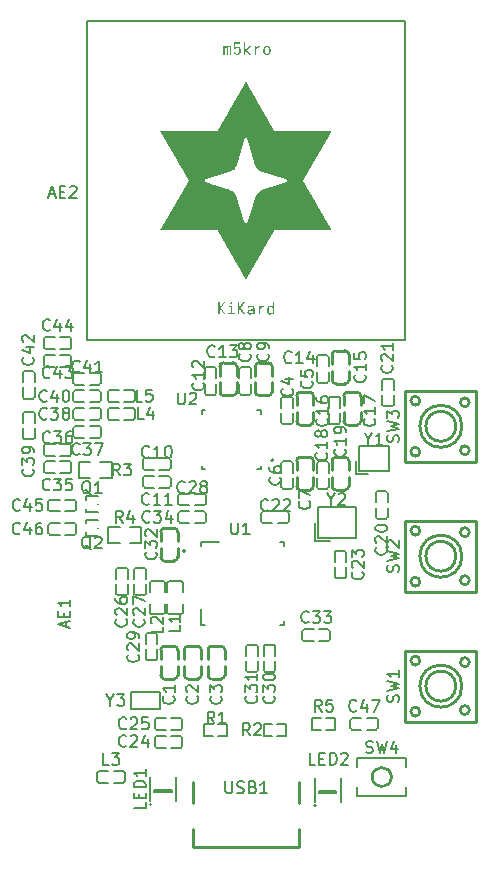
<source format=gbr>
%TF.GenerationSoftware,KiCad,Pcbnew,9.0.3*%
%TF.CreationDate,2025-07-18T22:25:22-07:00*%
%TF.ProjectId,kikard,6b696b61-7264-42e6-9b69-6361645f7063,rev?*%
%TF.SameCoordinates,Original*%
%TF.FileFunction,Legend,Top*%
%TF.FilePolarity,Positive*%
%FSLAX46Y46*%
G04 Gerber Fmt 4.6, Leading zero omitted, Abs format (unit mm)*
G04 Created by KiCad (PCBNEW 9.0.3) date 2025-07-18 22:25:22*
%MOMM*%
%LPD*%
G01*
G04 APERTURE LIST*
%ADD10C,0.100000*%
%ADD11C,0.150000*%
%ADD12C,0.250000*%
%ADD13C,0.127000*%
%ADD14C,0.200000*%
%ADD15C,0.152500*%
%ADD16C,0.000000*%
G04 APERTURE END LIST*
D10*
G36*
X218105783Y-104830000D02*
G01*
X217846946Y-104364106D01*
X217764392Y-104481648D01*
X217764392Y-104830000D01*
X217649720Y-104830000D01*
X217649720Y-103801737D01*
X217764392Y-103801737D01*
X217764392Y-104301153D01*
X218100165Y-103801737D01*
X218234499Y-103801737D01*
X217912709Y-104267569D01*
X218234499Y-104830000D01*
X218105783Y-104830000D01*
G37*
G36*
X218477704Y-104830000D02*
G01*
X218477704Y-104726502D01*
X218712787Y-104726502D01*
X218712787Y-104204616D01*
X218567280Y-104204616D01*
X218567280Y-104102522D01*
X218827459Y-104102522D01*
X218827459Y-104726502D01*
X219040134Y-104726502D01*
X219040134Y-104830000D01*
X218477704Y-104830000D01*
G37*
G36*
X218767315Y-103979424D02*
G01*
X218732327Y-103974539D01*
X218716607Y-103967705D01*
X218702896Y-103957015D01*
X218692222Y-103943352D01*
X218685432Y-103927644D01*
X218680547Y-103892657D01*
X218685432Y-103857669D01*
X218692222Y-103841961D01*
X218702896Y-103828299D01*
X218716588Y-103817466D01*
X218732327Y-103810163D01*
X218767315Y-103804546D01*
X218802241Y-103810163D01*
X218817969Y-103817469D01*
X218831612Y-103828299D01*
X218842489Y-103841945D01*
X218849808Y-103857669D01*
X218855425Y-103892657D01*
X218849808Y-103927644D01*
X218842489Y-103943368D01*
X218831612Y-103957015D01*
X218817951Y-103967702D01*
X218802241Y-103974539D01*
X218767315Y-103979424D01*
G37*
G36*
X219784220Y-104830000D02*
G01*
X219525383Y-104364106D01*
X219442829Y-104481648D01*
X219442829Y-104830000D01*
X219328157Y-104830000D01*
X219328157Y-103801737D01*
X219442829Y-103801737D01*
X219442829Y-104301153D01*
X219778602Y-103801737D01*
X219912936Y-103801737D01*
X219591146Y-104267569D01*
X219912936Y-104830000D01*
X219784220Y-104830000D01*
G37*
G36*
X220509377Y-104096233D02*
G01*
X220545864Y-104103245D01*
X220580757Y-104114429D01*
X220614002Y-104129892D01*
X220645786Y-104150088D01*
X220674083Y-104174649D01*
X220696894Y-104203211D01*
X220714134Y-104235442D01*
X220725532Y-104271111D01*
X220731873Y-104308199D01*
X220733958Y-104344567D01*
X220733958Y-104830000D01*
X220619225Y-104830000D01*
X220619225Y-104702688D01*
X220602635Y-104734670D01*
X220580757Y-104763565D01*
X220554494Y-104788557D01*
X220524764Y-104808995D01*
X220492265Y-104824382D01*
X220457658Y-104834152D01*
X220385607Y-104841174D01*
X220323325Y-104836960D01*
X220262447Y-104822306D01*
X220233995Y-104809905D01*
X220207187Y-104793607D01*
X220183220Y-104773625D01*
X220163162Y-104750254D01*
X220147626Y-104723765D01*
X220137273Y-104694323D01*
X220129579Y-104631308D01*
X220130510Y-104620134D01*
X220244312Y-104620134D01*
X220246411Y-104640656D01*
X220252677Y-104660068D01*
X220275758Y-104693651D01*
X220309342Y-104716732D01*
X220348482Y-104730715D01*
X220389087Y-104737676D01*
X220430364Y-104739080D01*
X220479274Y-104735600D01*
X220525497Y-104722288D01*
X220566774Y-104696399D01*
X220583956Y-104679006D01*
X220597548Y-104659335D01*
X220614340Y-104613845D01*
X220619225Y-104565607D01*
X220619225Y-104502653D01*
X220466756Y-104502653D01*
X220420533Y-104504057D01*
X220373700Y-104509614D01*
X220328942Y-104521521D01*
X220287665Y-104541793D01*
X220270058Y-104556404D01*
X220256158Y-104575376D01*
X220247263Y-104597110D01*
X220244312Y-104620134D01*
X220130510Y-104620134D01*
X220132696Y-104593905D01*
X220142158Y-104556509D01*
X220158267Y-104521661D01*
X220181297Y-104491479D01*
X220209968Y-104466125D01*
X220242908Y-104445989D01*
X220314959Y-104418023D01*
X220390491Y-104404040D01*
X220466756Y-104400498D01*
X220619225Y-104400498D01*
X220619225Y-104344567D01*
X220613607Y-104299809D01*
X220606235Y-104278352D01*
X220595411Y-104259204D01*
X220581339Y-104242323D01*
X220563965Y-104227758D01*
X220524092Y-104206753D01*
X220480678Y-104196250D01*
X220435982Y-104193442D01*
X220396048Y-104194846D01*
X220356908Y-104201135D01*
X220319112Y-104213714D01*
X220285528Y-104234719D01*
X220261775Y-104266226D01*
X220254933Y-104284807D01*
X220252677Y-104303961D01*
X220252677Y-104305366D01*
X220137944Y-104305366D01*
X220137944Y-104302557D01*
X220141054Y-104269343D01*
X220150523Y-104236123D01*
X220165688Y-104204986D01*
X220185511Y-104178054D01*
X220209730Y-104154900D01*
X220237962Y-104135434D01*
X220268813Y-104119822D01*
X220300915Y-104108140D01*
X220367411Y-104094829D01*
X220435982Y-104091287D01*
X220509377Y-104096233D01*
G37*
G36*
X221076509Y-104830000D02*
G01*
X221076509Y-104102522D01*
X221192646Y-104102522D01*
X221192646Y-104298344D01*
X221208930Y-104263354D01*
X221229710Y-104231238D01*
X221254420Y-104202160D01*
X221282161Y-104176711D01*
X221312835Y-104154716D01*
X221346519Y-104136106D01*
X221417838Y-104108811D01*
X221492027Y-104094829D01*
X221568963Y-104091287D01*
X221568963Y-104204616D01*
X221518588Y-104206020D01*
X221468946Y-104210233D01*
X221419975Y-104218660D01*
X221371004Y-104231910D01*
X221324110Y-104250106D01*
X221281489Y-104274591D01*
X221243693Y-104307503D01*
X221214323Y-104348047D01*
X221197531Y-104394209D01*
X221192646Y-104443852D01*
X221192646Y-104830000D01*
X221076509Y-104830000D01*
G37*
G36*
X222412395Y-104830000D02*
G01*
X222296257Y-104830000D01*
X222296257Y-104688705D01*
X222281174Y-104721202D01*
X222260598Y-104752391D01*
X222235540Y-104780225D01*
X222206742Y-104803438D01*
X222174471Y-104821198D01*
X222138843Y-104832747D01*
X222101579Y-104839071D01*
X222064043Y-104841174D01*
X222026473Y-104838904D01*
X221989183Y-104832076D01*
X221953589Y-104819971D01*
X221921345Y-104802034D01*
X221892597Y-104778686D01*
X221867489Y-104750254D01*
X221846791Y-104718319D01*
X221831097Y-104684492D01*
X221819910Y-104648888D01*
X221812901Y-104611769D01*
X221808016Y-104536175D01*
X221808016Y-104396285D01*
X221924153Y-104396285D01*
X221924153Y-104536175D01*
X221927634Y-104588688D01*
X221941617Y-104638391D01*
X221953841Y-104661078D01*
X221969583Y-104681744D01*
X221988334Y-104699744D01*
X222009455Y-104714595D01*
X222032699Y-104725755D01*
X222057754Y-104732791D01*
X222110205Y-104737676D01*
X222162657Y-104732791D01*
X222187703Y-104725753D01*
X222210894Y-104714595D01*
X222232054Y-104699737D01*
X222250767Y-104681744D01*
X222266557Y-104661074D01*
X222278794Y-104638391D01*
X222292777Y-104588688D01*
X222296257Y-104536175D01*
X222296257Y-104396285D01*
X222292777Y-104343834D01*
X222278794Y-104294192D01*
X222266550Y-104271469D01*
X222250767Y-104250839D01*
X222232050Y-104232796D01*
X222210894Y-104217927D01*
X222187698Y-104206736D01*
X222162657Y-104199731D01*
X222110205Y-104194846D01*
X222057754Y-104199731D01*
X222032703Y-104206734D01*
X222009455Y-104217927D01*
X221988339Y-104232789D01*
X221969583Y-104250839D01*
X221953848Y-104271465D01*
X221941617Y-104294192D01*
X221927634Y-104343834D01*
X221924153Y-104396285D01*
X221808016Y-104396285D01*
X221812901Y-104320753D01*
X221819913Y-104283589D01*
X221831097Y-104248030D01*
X221846791Y-104214203D01*
X221867489Y-104182267D01*
X221892597Y-104153836D01*
X221921345Y-104130488D01*
X221953593Y-104112503D01*
X221989183Y-104100385D01*
X222026473Y-104093556D01*
X222064043Y-104091287D01*
X222101579Y-104093390D01*
X222138843Y-104099713D01*
X222174467Y-104111276D01*
X222206742Y-104129084D01*
X222235536Y-104152308D01*
X222260598Y-104180191D01*
X222281171Y-104211330D01*
X222296257Y-104243817D01*
X222296257Y-103801737D01*
X222412395Y-103801737D01*
X222412395Y-104830000D01*
G37*
G36*
X218090919Y-82830000D02*
G01*
X218090919Y-82102522D01*
X218200034Y-82102522D01*
X218200034Y-82173841D01*
X218221039Y-82139586D01*
X218249677Y-82112292D01*
X218286069Y-82096233D01*
X218325942Y-82091287D01*
X218372836Y-82098309D01*
X218394727Y-82107439D01*
X218414113Y-82120718D01*
X218430811Y-82137565D01*
X218444888Y-82157782D01*
X218463084Y-82201868D01*
X218481952Y-82158515D01*
X218511322Y-82121451D01*
X218530203Y-82107624D01*
X218551927Y-82098309D01*
X218598761Y-82091287D01*
X218645655Y-82098309D01*
X218667518Y-82107168D01*
X218686200Y-82119314D01*
X218702374Y-82134740D01*
X218716303Y-82153569D01*
X218735842Y-82196250D01*
X218745673Y-82241741D01*
X218748482Y-82288574D01*
X218748482Y-82830000D01*
X218639366Y-82830000D01*
X218639366Y-82288574D01*
X218635153Y-82250839D01*
X218620437Y-82217927D01*
X218608327Y-82205049D01*
X218592472Y-82195518D01*
X218556812Y-82187824D01*
X218521092Y-82195518D01*
X218505144Y-82205011D01*
X218492454Y-82217927D01*
X218483191Y-82233506D01*
X218477739Y-82250839D01*
X218474258Y-82288574D01*
X218474258Y-82830000D01*
X218365143Y-82830000D01*
X218365143Y-82288574D01*
X218361601Y-82250839D01*
X218356195Y-82233507D01*
X218346946Y-82217927D01*
X218334247Y-82205015D01*
X218318248Y-82195518D01*
X218282588Y-82187824D01*
X218246929Y-82195518D01*
X218231113Y-82205042D01*
X218218963Y-82217927D01*
X218204248Y-82250839D01*
X218200034Y-82288574D01*
X218200034Y-82830000D01*
X218090919Y-82830000D01*
G37*
G36*
X219261697Y-82841174D02*
G01*
X219188241Y-82835556D01*
X219151824Y-82827878D01*
X219116922Y-82816017D01*
X219083914Y-82799783D01*
X219053236Y-82778953D01*
X219025949Y-82753940D01*
X219002861Y-82725097D01*
X218984525Y-82693096D01*
X218971414Y-82658663D01*
X218963198Y-82622493D01*
X218959508Y-82585146D01*
X219075645Y-82585146D01*
X219080502Y-82618043D01*
X219092437Y-82650237D01*
X219110734Y-82679049D01*
X219134385Y-82702016D01*
X219162641Y-82719094D01*
X219194591Y-82729982D01*
X219261697Y-82737676D01*
X219319094Y-82730715D01*
X219345870Y-82721236D01*
X219370141Y-82706901D01*
X219391406Y-82688250D01*
X219409281Y-82665624D01*
X219434499Y-82613845D01*
X219447077Y-82557913D01*
X219450619Y-82501249D01*
X219447810Y-82443913D01*
X219435903Y-82388592D01*
X219411418Y-82337545D01*
X219394280Y-82315324D01*
X219373621Y-82296268D01*
X219349928Y-82281284D01*
X219323246Y-82271111D01*
X219267315Y-82263417D01*
X219209246Y-82267630D01*
X219181315Y-82274066D01*
X219154719Y-82285094D01*
X219130833Y-82300917D01*
X219110633Y-82322158D01*
X219096268Y-82347369D01*
X219089628Y-82375341D01*
X218974895Y-82375341D01*
X218974895Y-81801737D01*
X219526151Y-81801737D01*
X219526151Y-81903831D01*
X219089628Y-81903831D01*
X219089628Y-82197655D01*
X219131399Y-82179991D01*
X219175662Y-82168956D01*
X219267315Y-82161263D01*
X219310367Y-82163543D01*
X219352616Y-82170361D01*
X219393239Y-82182800D01*
X219430957Y-82201868D01*
X219464974Y-82227118D01*
X219494644Y-82258532D01*
X219519178Y-82294275D01*
X219537997Y-82332660D01*
X219551655Y-82373219D01*
X219560406Y-82415214D01*
X219566695Y-82501249D01*
X219560406Y-82587283D01*
X219551495Y-82629248D01*
X219537325Y-82669837D01*
X219517799Y-82708208D01*
X219492568Y-82743965D01*
X219462235Y-82775325D01*
X219427477Y-82800629D01*
X219389048Y-82819649D01*
X219347732Y-82832076D01*
X219304893Y-82838901D01*
X219261697Y-82841174D01*
G37*
G36*
X220271641Y-82830000D02*
G01*
X220035214Y-82512423D01*
X219942829Y-82613173D01*
X219942829Y-82830000D01*
X219828157Y-82830000D01*
X219828157Y-81801737D01*
X219942829Y-81801737D01*
X219942829Y-82463452D01*
X220263215Y-82102522D01*
X220410127Y-82102522D01*
X220107937Y-82434082D01*
X220410127Y-82830000D01*
X220271641Y-82830000D01*
G37*
G36*
X220737290Y-82830000D02*
G01*
X220737290Y-82102522D01*
X220853428Y-82102522D01*
X220853428Y-82298344D01*
X220869711Y-82263354D01*
X220890491Y-82231238D01*
X220915202Y-82202160D01*
X220942943Y-82176711D01*
X220973617Y-82154716D01*
X221007301Y-82136106D01*
X221078620Y-82108811D01*
X221152808Y-82094829D01*
X221229745Y-82091287D01*
X221229745Y-82204616D01*
X221179370Y-82206020D01*
X221129727Y-82210233D01*
X221080757Y-82218660D01*
X221031786Y-82231910D01*
X220984891Y-82250106D01*
X220942271Y-82274591D01*
X220904474Y-82307503D01*
X220875104Y-82348047D01*
X220858312Y-82394209D01*
X220853428Y-82443852D01*
X220853428Y-82830000D01*
X220737290Y-82830000D01*
G37*
G36*
X221858426Y-82098309D02*
G01*
X221898606Y-82108170D01*
X221936034Y-82123527D01*
X221970704Y-82144390D01*
X222002468Y-82171093D01*
X222029838Y-82202321D01*
X222051439Y-82236856D01*
X222067342Y-82274323D01*
X222077329Y-82314464D01*
X222084351Y-82396285D01*
X222084351Y-82536175D01*
X222077329Y-82618058D01*
X222067344Y-82658208D01*
X222051439Y-82695727D01*
X222029842Y-82730211D01*
X222002468Y-82761428D01*
X221970710Y-82788097D01*
X221936034Y-82808995D01*
X221898605Y-82824337D01*
X221858426Y-82834152D01*
X221776605Y-82841174D01*
X221694722Y-82834152D01*
X221654534Y-82824339D01*
X221617053Y-82808995D01*
X221582417Y-82788104D01*
X221550619Y-82761428D01*
X221523281Y-82730218D01*
X221501648Y-82695727D01*
X221485775Y-82658213D01*
X221475758Y-82618058D01*
X221468797Y-82536175D01*
X221468797Y-82396285D01*
X221584935Y-82396285D01*
X221584935Y-82536175D01*
X221589087Y-82588688D01*
X221604474Y-82639063D01*
X221617308Y-82662344D01*
X221633173Y-82683087D01*
X221652200Y-82700890D01*
X221674450Y-82715266D01*
X221698838Y-82725962D01*
X221724092Y-82732791D01*
X221776605Y-82737676D01*
X221829056Y-82732791D01*
X221854353Y-82725957D01*
X221878698Y-82715266D01*
X221900988Y-82700883D01*
X221919975Y-82683087D01*
X221935827Y-82662341D01*
X221948613Y-82639063D01*
X221964061Y-82588688D01*
X221968274Y-82536175D01*
X221968274Y-82396285D01*
X221964061Y-82343834D01*
X221948613Y-82293459D01*
X221935820Y-82270140D01*
X221919975Y-82249434D01*
X221900988Y-82231639D01*
X221878698Y-82217255D01*
X221854348Y-82206532D01*
X221829056Y-82199731D01*
X221776605Y-82194846D01*
X221724092Y-82199731D01*
X221698843Y-82206528D01*
X221674450Y-82217255D01*
X221652200Y-82231632D01*
X221633173Y-82249434D01*
X221617314Y-82270137D01*
X221604474Y-82293459D01*
X221589087Y-82343834D01*
X221584935Y-82396285D01*
X221468797Y-82396285D01*
X221475758Y-82314464D01*
X221485777Y-82274318D01*
X221501648Y-82236856D01*
X221523285Y-82202314D01*
X221550619Y-82171093D01*
X221582423Y-82144383D01*
X221617053Y-82123527D01*
X221654533Y-82108168D01*
X221694722Y-82098309D01*
X221776605Y-82091287D01*
X221858426Y-82098309D01*
G37*
D11*
X220859580Y-137142857D02*
X220907200Y-137190476D01*
X220907200Y-137190476D02*
X220954819Y-137333333D01*
X220954819Y-137333333D02*
X220954819Y-137428571D01*
X220954819Y-137428571D02*
X220907200Y-137571428D01*
X220907200Y-137571428D02*
X220811961Y-137666666D01*
X220811961Y-137666666D02*
X220716723Y-137714285D01*
X220716723Y-137714285D02*
X220526247Y-137761904D01*
X220526247Y-137761904D02*
X220383390Y-137761904D01*
X220383390Y-137761904D02*
X220192914Y-137714285D01*
X220192914Y-137714285D02*
X220097676Y-137666666D01*
X220097676Y-137666666D02*
X220002438Y-137571428D01*
X220002438Y-137571428D02*
X219954819Y-137428571D01*
X219954819Y-137428571D02*
X219954819Y-137333333D01*
X219954819Y-137333333D02*
X220002438Y-137190476D01*
X220002438Y-137190476D02*
X220050057Y-137142857D01*
X219954819Y-136809523D02*
X219954819Y-136190476D01*
X219954819Y-136190476D02*
X220335771Y-136523809D01*
X220335771Y-136523809D02*
X220335771Y-136380952D01*
X220335771Y-136380952D02*
X220383390Y-136285714D01*
X220383390Y-136285714D02*
X220431009Y-136238095D01*
X220431009Y-136238095D02*
X220526247Y-136190476D01*
X220526247Y-136190476D02*
X220764342Y-136190476D01*
X220764342Y-136190476D02*
X220859580Y-136238095D01*
X220859580Y-136238095D02*
X220907200Y-136285714D01*
X220907200Y-136285714D02*
X220954819Y-136380952D01*
X220954819Y-136380952D02*
X220954819Y-136666666D01*
X220954819Y-136666666D02*
X220907200Y-136761904D01*
X220907200Y-136761904D02*
X220859580Y-136809523D01*
X220954819Y-135238095D02*
X220954819Y-135809523D01*
X220954819Y-135523809D02*
X219954819Y-135523809D01*
X219954819Y-135523809D02*
X220097676Y-135619047D01*
X220097676Y-135619047D02*
X220192914Y-135714285D01*
X220192914Y-135714285D02*
X220240533Y-135809523D01*
X211807142Y-116859580D02*
X211759523Y-116907200D01*
X211759523Y-116907200D02*
X211616666Y-116954819D01*
X211616666Y-116954819D02*
X211521428Y-116954819D01*
X211521428Y-116954819D02*
X211378571Y-116907200D01*
X211378571Y-116907200D02*
X211283333Y-116811961D01*
X211283333Y-116811961D02*
X211235714Y-116716723D01*
X211235714Y-116716723D02*
X211188095Y-116526247D01*
X211188095Y-116526247D02*
X211188095Y-116383390D01*
X211188095Y-116383390D02*
X211235714Y-116192914D01*
X211235714Y-116192914D02*
X211283333Y-116097676D01*
X211283333Y-116097676D02*
X211378571Y-116002438D01*
X211378571Y-116002438D02*
X211521428Y-115954819D01*
X211521428Y-115954819D02*
X211616666Y-115954819D01*
X211616666Y-115954819D02*
X211759523Y-116002438D01*
X211759523Y-116002438D02*
X211807142Y-116050057D01*
X212759523Y-116954819D02*
X212188095Y-116954819D01*
X212473809Y-116954819D02*
X212473809Y-115954819D01*
X212473809Y-115954819D02*
X212378571Y-116097676D01*
X212378571Y-116097676D02*
X212283333Y-116192914D01*
X212283333Y-116192914D02*
X212188095Y-116240533D01*
X213378571Y-115954819D02*
X213473809Y-115954819D01*
X213473809Y-115954819D02*
X213569047Y-116002438D01*
X213569047Y-116002438D02*
X213616666Y-116050057D01*
X213616666Y-116050057D02*
X213664285Y-116145295D01*
X213664285Y-116145295D02*
X213711904Y-116335771D01*
X213711904Y-116335771D02*
X213711904Y-116573866D01*
X213711904Y-116573866D02*
X213664285Y-116764342D01*
X213664285Y-116764342D02*
X213616666Y-116859580D01*
X213616666Y-116859580D02*
X213569047Y-116907200D01*
X213569047Y-116907200D02*
X213473809Y-116954819D01*
X213473809Y-116954819D02*
X213378571Y-116954819D01*
X213378571Y-116954819D02*
X213283333Y-116907200D01*
X213283333Y-116907200D02*
X213235714Y-116859580D01*
X213235714Y-116859580D02*
X213188095Y-116764342D01*
X213188095Y-116764342D02*
X213140476Y-116573866D01*
X213140476Y-116573866D02*
X213140476Y-116335771D01*
X213140476Y-116335771D02*
X213188095Y-116145295D01*
X213188095Y-116145295D02*
X213235714Y-116050057D01*
X213235714Y-116050057D02*
X213283333Y-116002438D01*
X213283333Y-116002438D02*
X213378571Y-115954819D01*
X217859580Y-137166666D02*
X217907200Y-137214285D01*
X217907200Y-137214285D02*
X217954819Y-137357142D01*
X217954819Y-137357142D02*
X217954819Y-137452380D01*
X217954819Y-137452380D02*
X217907200Y-137595237D01*
X217907200Y-137595237D02*
X217811961Y-137690475D01*
X217811961Y-137690475D02*
X217716723Y-137738094D01*
X217716723Y-137738094D02*
X217526247Y-137785713D01*
X217526247Y-137785713D02*
X217383390Y-137785713D01*
X217383390Y-137785713D02*
X217192914Y-137738094D01*
X217192914Y-137738094D02*
X217097676Y-137690475D01*
X217097676Y-137690475D02*
X217002438Y-137595237D01*
X217002438Y-137595237D02*
X216954819Y-137452380D01*
X216954819Y-137452380D02*
X216954819Y-137357142D01*
X216954819Y-137357142D02*
X217002438Y-137214285D01*
X217002438Y-137214285D02*
X217050057Y-137166666D01*
X216954819Y-136833332D02*
X216954819Y-136214285D01*
X216954819Y-136214285D02*
X217335771Y-136547618D01*
X217335771Y-136547618D02*
X217335771Y-136404761D01*
X217335771Y-136404761D02*
X217383390Y-136309523D01*
X217383390Y-136309523D02*
X217431009Y-136261904D01*
X217431009Y-136261904D02*
X217526247Y-136214285D01*
X217526247Y-136214285D02*
X217764342Y-136214285D01*
X217764342Y-136214285D02*
X217859580Y-136261904D01*
X217859580Y-136261904D02*
X217907200Y-136309523D01*
X217907200Y-136309523D02*
X217954819Y-136404761D01*
X217954819Y-136404761D02*
X217954819Y-136690475D01*
X217954819Y-136690475D02*
X217907200Y-136785713D01*
X217907200Y-136785713D02*
X217859580Y-136833332D01*
X203407142Y-119639580D02*
X203359523Y-119687200D01*
X203359523Y-119687200D02*
X203216666Y-119734819D01*
X203216666Y-119734819D02*
X203121428Y-119734819D01*
X203121428Y-119734819D02*
X202978571Y-119687200D01*
X202978571Y-119687200D02*
X202883333Y-119591961D01*
X202883333Y-119591961D02*
X202835714Y-119496723D01*
X202835714Y-119496723D02*
X202788095Y-119306247D01*
X202788095Y-119306247D02*
X202788095Y-119163390D01*
X202788095Y-119163390D02*
X202835714Y-118972914D01*
X202835714Y-118972914D02*
X202883333Y-118877676D01*
X202883333Y-118877676D02*
X202978571Y-118782438D01*
X202978571Y-118782438D02*
X203121428Y-118734819D01*
X203121428Y-118734819D02*
X203216666Y-118734819D01*
X203216666Y-118734819D02*
X203359523Y-118782438D01*
X203359523Y-118782438D02*
X203407142Y-118830057D01*
X203740476Y-118734819D02*
X204359523Y-118734819D01*
X204359523Y-118734819D02*
X204026190Y-119115771D01*
X204026190Y-119115771D02*
X204169047Y-119115771D01*
X204169047Y-119115771D02*
X204264285Y-119163390D01*
X204264285Y-119163390D02*
X204311904Y-119211009D01*
X204311904Y-119211009D02*
X204359523Y-119306247D01*
X204359523Y-119306247D02*
X204359523Y-119544342D01*
X204359523Y-119544342D02*
X204311904Y-119639580D01*
X204311904Y-119639580D02*
X204264285Y-119687200D01*
X204264285Y-119687200D02*
X204169047Y-119734819D01*
X204169047Y-119734819D02*
X203883333Y-119734819D01*
X203883333Y-119734819D02*
X203788095Y-119687200D01*
X203788095Y-119687200D02*
X203740476Y-119639580D01*
X205264285Y-118734819D02*
X204788095Y-118734819D01*
X204788095Y-118734819D02*
X204740476Y-119211009D01*
X204740476Y-119211009D02*
X204788095Y-119163390D01*
X204788095Y-119163390D02*
X204883333Y-119115771D01*
X204883333Y-119115771D02*
X205121428Y-119115771D01*
X205121428Y-119115771D02*
X205216666Y-119163390D01*
X205216666Y-119163390D02*
X205264285Y-119211009D01*
X205264285Y-119211009D02*
X205311904Y-119306247D01*
X205311904Y-119306247D02*
X205311904Y-119544342D01*
X205311904Y-119544342D02*
X205264285Y-119639580D01*
X205264285Y-119639580D02*
X205216666Y-119687200D01*
X205216666Y-119687200D02*
X205121428Y-119734819D01*
X205121428Y-119734819D02*
X204883333Y-119734819D01*
X204883333Y-119734819D02*
X204788095Y-119687200D01*
X204788095Y-119687200D02*
X204740476Y-119639580D01*
X209583333Y-122454819D02*
X209250000Y-121978628D01*
X209011905Y-122454819D02*
X209011905Y-121454819D01*
X209011905Y-121454819D02*
X209392857Y-121454819D01*
X209392857Y-121454819D02*
X209488095Y-121502438D01*
X209488095Y-121502438D02*
X209535714Y-121550057D01*
X209535714Y-121550057D02*
X209583333Y-121645295D01*
X209583333Y-121645295D02*
X209583333Y-121788152D01*
X209583333Y-121788152D02*
X209535714Y-121883390D01*
X209535714Y-121883390D02*
X209488095Y-121931009D01*
X209488095Y-121931009D02*
X209392857Y-121978628D01*
X209392857Y-121978628D02*
X209011905Y-121978628D01*
X210440476Y-121788152D02*
X210440476Y-122454819D01*
X210202381Y-121407200D02*
X209964286Y-122121485D01*
X209964286Y-122121485D02*
X210583333Y-122121485D01*
X230859580Y-113642857D02*
X230907200Y-113690476D01*
X230907200Y-113690476D02*
X230954819Y-113833333D01*
X230954819Y-113833333D02*
X230954819Y-113928571D01*
X230954819Y-113928571D02*
X230907200Y-114071428D01*
X230907200Y-114071428D02*
X230811961Y-114166666D01*
X230811961Y-114166666D02*
X230716723Y-114214285D01*
X230716723Y-114214285D02*
X230526247Y-114261904D01*
X230526247Y-114261904D02*
X230383390Y-114261904D01*
X230383390Y-114261904D02*
X230192914Y-114214285D01*
X230192914Y-114214285D02*
X230097676Y-114166666D01*
X230097676Y-114166666D02*
X230002438Y-114071428D01*
X230002438Y-114071428D02*
X229954819Y-113928571D01*
X229954819Y-113928571D02*
X229954819Y-113833333D01*
X229954819Y-113833333D02*
X230002438Y-113690476D01*
X230002438Y-113690476D02*
X230050057Y-113642857D01*
X230954819Y-112690476D02*
X230954819Y-113261904D01*
X230954819Y-112976190D02*
X229954819Y-112976190D01*
X229954819Y-112976190D02*
X230097676Y-113071428D01*
X230097676Y-113071428D02*
X230192914Y-113166666D01*
X230192914Y-113166666D02*
X230240533Y-113261904D01*
X229954819Y-112357142D02*
X229954819Y-111690476D01*
X229954819Y-111690476D02*
X230954819Y-112119047D01*
X206874761Y-124730057D02*
X206779523Y-124682438D01*
X206779523Y-124682438D02*
X206684285Y-124587200D01*
X206684285Y-124587200D02*
X206541428Y-124444342D01*
X206541428Y-124444342D02*
X206446190Y-124396723D01*
X206446190Y-124396723D02*
X206350952Y-124396723D01*
X206398571Y-124634819D02*
X206303333Y-124587200D01*
X206303333Y-124587200D02*
X206208095Y-124491961D01*
X206208095Y-124491961D02*
X206160476Y-124301485D01*
X206160476Y-124301485D02*
X206160476Y-123968152D01*
X206160476Y-123968152D02*
X206208095Y-123777676D01*
X206208095Y-123777676D02*
X206303333Y-123682438D01*
X206303333Y-123682438D02*
X206398571Y-123634819D01*
X206398571Y-123634819D02*
X206589047Y-123634819D01*
X206589047Y-123634819D02*
X206684285Y-123682438D01*
X206684285Y-123682438D02*
X206779523Y-123777676D01*
X206779523Y-123777676D02*
X206827142Y-123968152D01*
X206827142Y-123968152D02*
X206827142Y-124301485D01*
X206827142Y-124301485D02*
X206779523Y-124491961D01*
X206779523Y-124491961D02*
X206684285Y-124587200D01*
X206684285Y-124587200D02*
X206589047Y-124634819D01*
X206589047Y-124634819D02*
X206398571Y-124634819D01*
X207208095Y-123730057D02*
X207255714Y-123682438D01*
X207255714Y-123682438D02*
X207350952Y-123634819D01*
X207350952Y-123634819D02*
X207589047Y-123634819D01*
X207589047Y-123634819D02*
X207684285Y-123682438D01*
X207684285Y-123682438D02*
X207731904Y-123730057D01*
X207731904Y-123730057D02*
X207779523Y-123825295D01*
X207779523Y-123825295D02*
X207779523Y-123920533D01*
X207779523Y-123920533D02*
X207731904Y-124063390D01*
X207731904Y-124063390D02*
X207160476Y-124634819D01*
X207160476Y-124634819D02*
X207779523Y-124634819D01*
X211233333Y-112204819D02*
X210757143Y-112204819D01*
X210757143Y-112204819D02*
X210757143Y-111204819D01*
X212042857Y-111204819D02*
X211566667Y-111204819D01*
X211566667Y-111204819D02*
X211519048Y-111681009D01*
X211519048Y-111681009D02*
X211566667Y-111633390D01*
X211566667Y-111633390D02*
X211661905Y-111585771D01*
X211661905Y-111585771D02*
X211900000Y-111585771D01*
X211900000Y-111585771D02*
X211995238Y-111633390D01*
X211995238Y-111633390D02*
X212042857Y-111681009D01*
X212042857Y-111681009D02*
X212090476Y-111776247D01*
X212090476Y-111776247D02*
X212090476Y-112014342D01*
X212090476Y-112014342D02*
X212042857Y-112109580D01*
X212042857Y-112109580D02*
X211995238Y-112157200D01*
X211995238Y-112157200D02*
X211900000Y-112204819D01*
X211900000Y-112204819D02*
X211661905Y-112204819D01*
X211661905Y-112204819D02*
X211566667Y-112157200D01*
X211566667Y-112157200D02*
X211519048Y-112109580D01*
X211857142Y-122359580D02*
X211809523Y-122407200D01*
X211809523Y-122407200D02*
X211666666Y-122454819D01*
X211666666Y-122454819D02*
X211571428Y-122454819D01*
X211571428Y-122454819D02*
X211428571Y-122407200D01*
X211428571Y-122407200D02*
X211333333Y-122311961D01*
X211333333Y-122311961D02*
X211285714Y-122216723D01*
X211285714Y-122216723D02*
X211238095Y-122026247D01*
X211238095Y-122026247D02*
X211238095Y-121883390D01*
X211238095Y-121883390D02*
X211285714Y-121692914D01*
X211285714Y-121692914D02*
X211333333Y-121597676D01*
X211333333Y-121597676D02*
X211428571Y-121502438D01*
X211428571Y-121502438D02*
X211571428Y-121454819D01*
X211571428Y-121454819D02*
X211666666Y-121454819D01*
X211666666Y-121454819D02*
X211809523Y-121502438D01*
X211809523Y-121502438D02*
X211857142Y-121550057D01*
X212190476Y-121454819D02*
X212809523Y-121454819D01*
X212809523Y-121454819D02*
X212476190Y-121835771D01*
X212476190Y-121835771D02*
X212619047Y-121835771D01*
X212619047Y-121835771D02*
X212714285Y-121883390D01*
X212714285Y-121883390D02*
X212761904Y-121931009D01*
X212761904Y-121931009D02*
X212809523Y-122026247D01*
X212809523Y-122026247D02*
X212809523Y-122264342D01*
X212809523Y-122264342D02*
X212761904Y-122359580D01*
X212761904Y-122359580D02*
X212714285Y-122407200D01*
X212714285Y-122407200D02*
X212619047Y-122454819D01*
X212619047Y-122454819D02*
X212333333Y-122454819D01*
X212333333Y-122454819D02*
X212238095Y-122407200D01*
X212238095Y-122407200D02*
X212190476Y-122359580D01*
X213666666Y-121788152D02*
X213666666Y-122454819D01*
X213428571Y-121407200D02*
X213190476Y-122121485D01*
X213190476Y-122121485D02*
X213809523Y-122121485D01*
X226789580Y-116542857D02*
X226837200Y-116590476D01*
X226837200Y-116590476D02*
X226884819Y-116733333D01*
X226884819Y-116733333D02*
X226884819Y-116828571D01*
X226884819Y-116828571D02*
X226837200Y-116971428D01*
X226837200Y-116971428D02*
X226741961Y-117066666D01*
X226741961Y-117066666D02*
X226646723Y-117114285D01*
X226646723Y-117114285D02*
X226456247Y-117161904D01*
X226456247Y-117161904D02*
X226313390Y-117161904D01*
X226313390Y-117161904D02*
X226122914Y-117114285D01*
X226122914Y-117114285D02*
X226027676Y-117066666D01*
X226027676Y-117066666D02*
X225932438Y-116971428D01*
X225932438Y-116971428D02*
X225884819Y-116828571D01*
X225884819Y-116828571D02*
X225884819Y-116733333D01*
X225884819Y-116733333D02*
X225932438Y-116590476D01*
X225932438Y-116590476D02*
X225980057Y-116542857D01*
X226884819Y-115590476D02*
X226884819Y-116161904D01*
X226884819Y-115876190D02*
X225884819Y-115876190D01*
X225884819Y-115876190D02*
X226027676Y-115971428D01*
X226027676Y-115971428D02*
X226122914Y-116066666D01*
X226122914Y-116066666D02*
X226170533Y-116161904D01*
X226313390Y-115019047D02*
X226265771Y-115114285D01*
X226265771Y-115114285D02*
X226218152Y-115161904D01*
X226218152Y-115161904D02*
X226122914Y-115209523D01*
X226122914Y-115209523D02*
X226075295Y-115209523D01*
X226075295Y-115209523D02*
X225980057Y-115161904D01*
X225980057Y-115161904D02*
X225932438Y-115114285D01*
X225932438Y-115114285D02*
X225884819Y-115019047D01*
X225884819Y-115019047D02*
X225884819Y-114828571D01*
X225884819Y-114828571D02*
X225932438Y-114733333D01*
X225932438Y-114733333D02*
X225980057Y-114685714D01*
X225980057Y-114685714D02*
X226075295Y-114638095D01*
X226075295Y-114638095D02*
X226122914Y-114638095D01*
X226122914Y-114638095D02*
X226218152Y-114685714D01*
X226218152Y-114685714D02*
X226265771Y-114733333D01*
X226265771Y-114733333D02*
X226313390Y-114828571D01*
X226313390Y-114828571D02*
X226313390Y-115019047D01*
X226313390Y-115019047D02*
X226361009Y-115114285D01*
X226361009Y-115114285D02*
X226408628Y-115161904D01*
X226408628Y-115161904D02*
X226503866Y-115209523D01*
X226503866Y-115209523D02*
X226694342Y-115209523D01*
X226694342Y-115209523D02*
X226789580Y-115161904D01*
X226789580Y-115161904D02*
X226837200Y-115114285D01*
X226837200Y-115114285D02*
X226884819Y-115019047D01*
X226884819Y-115019047D02*
X226884819Y-114828571D01*
X226884819Y-114828571D02*
X226837200Y-114733333D01*
X226837200Y-114733333D02*
X226789580Y-114685714D01*
X226789580Y-114685714D02*
X226694342Y-114638095D01*
X226694342Y-114638095D02*
X226503866Y-114638095D01*
X226503866Y-114638095D02*
X226408628Y-114685714D01*
X226408628Y-114685714D02*
X226361009Y-114733333D01*
X226361009Y-114733333D02*
X226313390Y-114828571D01*
X211359580Y-130642857D02*
X211407200Y-130690476D01*
X211407200Y-130690476D02*
X211454819Y-130833333D01*
X211454819Y-130833333D02*
X211454819Y-130928571D01*
X211454819Y-130928571D02*
X211407200Y-131071428D01*
X211407200Y-131071428D02*
X211311961Y-131166666D01*
X211311961Y-131166666D02*
X211216723Y-131214285D01*
X211216723Y-131214285D02*
X211026247Y-131261904D01*
X211026247Y-131261904D02*
X210883390Y-131261904D01*
X210883390Y-131261904D02*
X210692914Y-131214285D01*
X210692914Y-131214285D02*
X210597676Y-131166666D01*
X210597676Y-131166666D02*
X210502438Y-131071428D01*
X210502438Y-131071428D02*
X210454819Y-130928571D01*
X210454819Y-130928571D02*
X210454819Y-130833333D01*
X210454819Y-130833333D02*
X210502438Y-130690476D01*
X210502438Y-130690476D02*
X210550057Y-130642857D01*
X210550057Y-130261904D02*
X210502438Y-130214285D01*
X210502438Y-130214285D02*
X210454819Y-130119047D01*
X210454819Y-130119047D02*
X210454819Y-129880952D01*
X210454819Y-129880952D02*
X210502438Y-129785714D01*
X210502438Y-129785714D02*
X210550057Y-129738095D01*
X210550057Y-129738095D02*
X210645295Y-129690476D01*
X210645295Y-129690476D02*
X210740533Y-129690476D01*
X210740533Y-129690476D02*
X210883390Y-129738095D01*
X210883390Y-129738095D02*
X211454819Y-130309523D01*
X211454819Y-130309523D02*
X211454819Y-129690476D01*
X210454819Y-129357142D02*
X210454819Y-128690476D01*
X210454819Y-128690476D02*
X211454819Y-129119047D01*
X216359580Y-110642857D02*
X216407200Y-110690476D01*
X216407200Y-110690476D02*
X216454819Y-110833333D01*
X216454819Y-110833333D02*
X216454819Y-110928571D01*
X216454819Y-110928571D02*
X216407200Y-111071428D01*
X216407200Y-111071428D02*
X216311961Y-111166666D01*
X216311961Y-111166666D02*
X216216723Y-111214285D01*
X216216723Y-111214285D02*
X216026247Y-111261904D01*
X216026247Y-111261904D02*
X215883390Y-111261904D01*
X215883390Y-111261904D02*
X215692914Y-111214285D01*
X215692914Y-111214285D02*
X215597676Y-111166666D01*
X215597676Y-111166666D02*
X215502438Y-111071428D01*
X215502438Y-111071428D02*
X215454819Y-110928571D01*
X215454819Y-110928571D02*
X215454819Y-110833333D01*
X215454819Y-110833333D02*
X215502438Y-110690476D01*
X215502438Y-110690476D02*
X215550057Y-110642857D01*
X216454819Y-109690476D02*
X216454819Y-110261904D01*
X216454819Y-109976190D02*
X215454819Y-109976190D01*
X215454819Y-109976190D02*
X215597676Y-110071428D01*
X215597676Y-110071428D02*
X215692914Y-110166666D01*
X215692914Y-110166666D02*
X215740533Y-110261904D01*
X215550057Y-109309523D02*
X215502438Y-109261904D01*
X215502438Y-109261904D02*
X215454819Y-109166666D01*
X215454819Y-109166666D02*
X215454819Y-108928571D01*
X215454819Y-108928571D02*
X215502438Y-108833333D01*
X215502438Y-108833333D02*
X215550057Y-108785714D01*
X215550057Y-108785714D02*
X215645295Y-108738095D01*
X215645295Y-108738095D02*
X215740533Y-108738095D01*
X215740533Y-108738095D02*
X215883390Y-108785714D01*
X215883390Y-108785714D02*
X216454819Y-109357142D01*
X216454819Y-109357142D02*
X216454819Y-108738095D01*
X227223809Y-120478628D02*
X227223809Y-120954819D01*
X226890476Y-119954819D02*
X227223809Y-120478628D01*
X227223809Y-120478628D02*
X227557142Y-119954819D01*
X227842857Y-120050057D02*
X227890476Y-120002438D01*
X227890476Y-120002438D02*
X227985714Y-119954819D01*
X227985714Y-119954819D02*
X228223809Y-119954819D01*
X228223809Y-119954819D02*
X228319047Y-120002438D01*
X228319047Y-120002438D02*
X228366666Y-120050057D01*
X228366666Y-120050057D02*
X228414285Y-120145295D01*
X228414285Y-120145295D02*
X228414285Y-120240533D01*
X228414285Y-120240533D02*
X228366666Y-120383390D01*
X228366666Y-120383390D02*
X227795238Y-120954819D01*
X227795238Y-120954819D02*
X228414285Y-120954819D01*
X203407142Y-115639580D02*
X203359523Y-115687200D01*
X203359523Y-115687200D02*
X203216666Y-115734819D01*
X203216666Y-115734819D02*
X203121428Y-115734819D01*
X203121428Y-115734819D02*
X202978571Y-115687200D01*
X202978571Y-115687200D02*
X202883333Y-115591961D01*
X202883333Y-115591961D02*
X202835714Y-115496723D01*
X202835714Y-115496723D02*
X202788095Y-115306247D01*
X202788095Y-115306247D02*
X202788095Y-115163390D01*
X202788095Y-115163390D02*
X202835714Y-114972914D01*
X202835714Y-114972914D02*
X202883333Y-114877676D01*
X202883333Y-114877676D02*
X202978571Y-114782438D01*
X202978571Y-114782438D02*
X203121428Y-114734819D01*
X203121428Y-114734819D02*
X203216666Y-114734819D01*
X203216666Y-114734819D02*
X203359523Y-114782438D01*
X203359523Y-114782438D02*
X203407142Y-114830057D01*
X203740476Y-114734819D02*
X204359523Y-114734819D01*
X204359523Y-114734819D02*
X204026190Y-115115771D01*
X204026190Y-115115771D02*
X204169047Y-115115771D01*
X204169047Y-115115771D02*
X204264285Y-115163390D01*
X204264285Y-115163390D02*
X204311904Y-115211009D01*
X204311904Y-115211009D02*
X204359523Y-115306247D01*
X204359523Y-115306247D02*
X204359523Y-115544342D01*
X204359523Y-115544342D02*
X204311904Y-115639580D01*
X204311904Y-115639580D02*
X204264285Y-115687200D01*
X204264285Y-115687200D02*
X204169047Y-115734819D01*
X204169047Y-115734819D02*
X203883333Y-115734819D01*
X203883333Y-115734819D02*
X203788095Y-115687200D01*
X203788095Y-115687200D02*
X203740476Y-115639580D01*
X205216666Y-114734819D02*
X205026190Y-114734819D01*
X205026190Y-114734819D02*
X204930952Y-114782438D01*
X204930952Y-114782438D02*
X204883333Y-114830057D01*
X204883333Y-114830057D02*
X204788095Y-114972914D01*
X204788095Y-114972914D02*
X204740476Y-115163390D01*
X204740476Y-115163390D02*
X204740476Y-115544342D01*
X204740476Y-115544342D02*
X204788095Y-115639580D01*
X204788095Y-115639580D02*
X204835714Y-115687200D01*
X204835714Y-115687200D02*
X204930952Y-115734819D01*
X204930952Y-115734819D02*
X205121428Y-115734819D01*
X205121428Y-115734819D02*
X205216666Y-115687200D01*
X205216666Y-115687200D02*
X205264285Y-115639580D01*
X205264285Y-115639580D02*
X205311904Y-115544342D01*
X205311904Y-115544342D02*
X205311904Y-115306247D01*
X205311904Y-115306247D02*
X205264285Y-115211009D01*
X205264285Y-115211009D02*
X205216666Y-115163390D01*
X205216666Y-115163390D02*
X205121428Y-115115771D01*
X205121428Y-115115771D02*
X204930952Y-115115771D01*
X204930952Y-115115771D02*
X204835714Y-115163390D01*
X204835714Y-115163390D02*
X204788095Y-115211009D01*
X204788095Y-115211009D02*
X204740476Y-115306247D01*
X226403333Y-138454819D02*
X226070000Y-137978628D01*
X225831905Y-138454819D02*
X225831905Y-137454819D01*
X225831905Y-137454819D02*
X226212857Y-137454819D01*
X226212857Y-137454819D02*
X226308095Y-137502438D01*
X226308095Y-137502438D02*
X226355714Y-137550057D01*
X226355714Y-137550057D02*
X226403333Y-137645295D01*
X226403333Y-137645295D02*
X226403333Y-137788152D01*
X226403333Y-137788152D02*
X226355714Y-137883390D01*
X226355714Y-137883390D02*
X226308095Y-137931009D01*
X226308095Y-137931009D02*
X226212857Y-137978628D01*
X226212857Y-137978628D02*
X225831905Y-137978628D01*
X227308095Y-137454819D02*
X226831905Y-137454819D01*
X226831905Y-137454819D02*
X226784286Y-137931009D01*
X226784286Y-137931009D02*
X226831905Y-137883390D01*
X226831905Y-137883390D02*
X226927143Y-137835771D01*
X226927143Y-137835771D02*
X227165238Y-137835771D01*
X227165238Y-137835771D02*
X227260476Y-137883390D01*
X227260476Y-137883390D02*
X227308095Y-137931009D01*
X227308095Y-137931009D02*
X227355714Y-138026247D01*
X227355714Y-138026247D02*
X227355714Y-138264342D01*
X227355714Y-138264342D02*
X227308095Y-138359580D01*
X227308095Y-138359580D02*
X227260476Y-138407200D01*
X227260476Y-138407200D02*
X227165238Y-138454819D01*
X227165238Y-138454819D02*
X226927143Y-138454819D01*
X226927143Y-138454819D02*
X226831905Y-138407200D01*
X226831905Y-138407200D02*
X226784286Y-138359580D01*
X214807142Y-119859580D02*
X214759523Y-119907200D01*
X214759523Y-119907200D02*
X214616666Y-119954819D01*
X214616666Y-119954819D02*
X214521428Y-119954819D01*
X214521428Y-119954819D02*
X214378571Y-119907200D01*
X214378571Y-119907200D02*
X214283333Y-119811961D01*
X214283333Y-119811961D02*
X214235714Y-119716723D01*
X214235714Y-119716723D02*
X214188095Y-119526247D01*
X214188095Y-119526247D02*
X214188095Y-119383390D01*
X214188095Y-119383390D02*
X214235714Y-119192914D01*
X214235714Y-119192914D02*
X214283333Y-119097676D01*
X214283333Y-119097676D02*
X214378571Y-119002438D01*
X214378571Y-119002438D02*
X214521428Y-118954819D01*
X214521428Y-118954819D02*
X214616666Y-118954819D01*
X214616666Y-118954819D02*
X214759523Y-119002438D01*
X214759523Y-119002438D02*
X214807142Y-119050057D01*
X215188095Y-119050057D02*
X215235714Y-119002438D01*
X215235714Y-119002438D02*
X215330952Y-118954819D01*
X215330952Y-118954819D02*
X215569047Y-118954819D01*
X215569047Y-118954819D02*
X215664285Y-119002438D01*
X215664285Y-119002438D02*
X215711904Y-119050057D01*
X215711904Y-119050057D02*
X215759523Y-119145295D01*
X215759523Y-119145295D02*
X215759523Y-119240533D01*
X215759523Y-119240533D02*
X215711904Y-119383390D01*
X215711904Y-119383390D02*
X215140476Y-119954819D01*
X215140476Y-119954819D02*
X215759523Y-119954819D01*
X216330952Y-119383390D02*
X216235714Y-119335771D01*
X216235714Y-119335771D02*
X216188095Y-119288152D01*
X216188095Y-119288152D02*
X216140476Y-119192914D01*
X216140476Y-119192914D02*
X216140476Y-119145295D01*
X216140476Y-119145295D02*
X216188095Y-119050057D01*
X216188095Y-119050057D02*
X216235714Y-119002438D01*
X216235714Y-119002438D02*
X216330952Y-118954819D01*
X216330952Y-118954819D02*
X216521428Y-118954819D01*
X216521428Y-118954819D02*
X216616666Y-119002438D01*
X216616666Y-119002438D02*
X216664285Y-119050057D01*
X216664285Y-119050057D02*
X216711904Y-119145295D01*
X216711904Y-119145295D02*
X216711904Y-119192914D01*
X216711904Y-119192914D02*
X216664285Y-119288152D01*
X216664285Y-119288152D02*
X216616666Y-119335771D01*
X216616666Y-119335771D02*
X216521428Y-119383390D01*
X216521428Y-119383390D02*
X216330952Y-119383390D01*
X216330952Y-119383390D02*
X216235714Y-119431009D01*
X216235714Y-119431009D02*
X216188095Y-119478628D01*
X216188095Y-119478628D02*
X216140476Y-119573866D01*
X216140476Y-119573866D02*
X216140476Y-119764342D01*
X216140476Y-119764342D02*
X216188095Y-119859580D01*
X216188095Y-119859580D02*
X216235714Y-119907200D01*
X216235714Y-119907200D02*
X216330952Y-119954819D01*
X216330952Y-119954819D02*
X216521428Y-119954819D01*
X216521428Y-119954819D02*
X216616666Y-119907200D01*
X216616666Y-119907200D02*
X216664285Y-119859580D01*
X216664285Y-119859580D02*
X216711904Y-119764342D01*
X216711904Y-119764342D02*
X216711904Y-119573866D01*
X216711904Y-119573866D02*
X216664285Y-119478628D01*
X216664285Y-119478628D02*
X216616666Y-119431009D01*
X216616666Y-119431009D02*
X216521428Y-119383390D01*
X209857142Y-139859580D02*
X209809523Y-139907200D01*
X209809523Y-139907200D02*
X209666666Y-139954819D01*
X209666666Y-139954819D02*
X209571428Y-139954819D01*
X209571428Y-139954819D02*
X209428571Y-139907200D01*
X209428571Y-139907200D02*
X209333333Y-139811961D01*
X209333333Y-139811961D02*
X209285714Y-139716723D01*
X209285714Y-139716723D02*
X209238095Y-139526247D01*
X209238095Y-139526247D02*
X209238095Y-139383390D01*
X209238095Y-139383390D02*
X209285714Y-139192914D01*
X209285714Y-139192914D02*
X209333333Y-139097676D01*
X209333333Y-139097676D02*
X209428571Y-139002438D01*
X209428571Y-139002438D02*
X209571428Y-138954819D01*
X209571428Y-138954819D02*
X209666666Y-138954819D01*
X209666666Y-138954819D02*
X209809523Y-139002438D01*
X209809523Y-139002438D02*
X209857142Y-139050057D01*
X210238095Y-139050057D02*
X210285714Y-139002438D01*
X210285714Y-139002438D02*
X210380952Y-138954819D01*
X210380952Y-138954819D02*
X210619047Y-138954819D01*
X210619047Y-138954819D02*
X210714285Y-139002438D01*
X210714285Y-139002438D02*
X210761904Y-139050057D01*
X210761904Y-139050057D02*
X210809523Y-139145295D01*
X210809523Y-139145295D02*
X210809523Y-139240533D01*
X210809523Y-139240533D02*
X210761904Y-139383390D01*
X210761904Y-139383390D02*
X210190476Y-139954819D01*
X210190476Y-139954819D02*
X210809523Y-139954819D01*
X211714285Y-138954819D02*
X211238095Y-138954819D01*
X211238095Y-138954819D02*
X211190476Y-139431009D01*
X211190476Y-139431009D02*
X211238095Y-139383390D01*
X211238095Y-139383390D02*
X211333333Y-139335771D01*
X211333333Y-139335771D02*
X211571428Y-139335771D01*
X211571428Y-139335771D02*
X211666666Y-139383390D01*
X211666666Y-139383390D02*
X211714285Y-139431009D01*
X211714285Y-139431009D02*
X211761904Y-139526247D01*
X211761904Y-139526247D02*
X211761904Y-139764342D01*
X211761904Y-139764342D02*
X211714285Y-139859580D01*
X211714285Y-139859580D02*
X211666666Y-139907200D01*
X211666666Y-139907200D02*
X211571428Y-139954819D01*
X211571428Y-139954819D02*
X211333333Y-139954819D01*
X211333333Y-139954819D02*
X211238095Y-139907200D01*
X211238095Y-139907200D02*
X211190476Y-139859580D01*
X214238095Y-111454819D02*
X214238095Y-112264342D01*
X214238095Y-112264342D02*
X214285714Y-112359580D01*
X214285714Y-112359580D02*
X214333333Y-112407200D01*
X214333333Y-112407200D02*
X214428571Y-112454819D01*
X214428571Y-112454819D02*
X214619047Y-112454819D01*
X214619047Y-112454819D02*
X214714285Y-112407200D01*
X214714285Y-112407200D02*
X214761904Y-112359580D01*
X214761904Y-112359580D02*
X214809523Y-112264342D01*
X214809523Y-112264342D02*
X214809523Y-111454819D01*
X215238095Y-111550057D02*
X215285714Y-111502438D01*
X215285714Y-111502438D02*
X215380952Y-111454819D01*
X215380952Y-111454819D02*
X215619047Y-111454819D01*
X215619047Y-111454819D02*
X215714285Y-111502438D01*
X215714285Y-111502438D02*
X215761904Y-111550057D01*
X215761904Y-111550057D02*
X215809523Y-111645295D01*
X215809523Y-111645295D02*
X215809523Y-111740533D01*
X215809523Y-111740533D02*
X215761904Y-111883390D01*
X215761904Y-111883390D02*
X215190476Y-112454819D01*
X215190476Y-112454819D02*
X215809523Y-112454819D01*
X226859580Y-113642857D02*
X226907200Y-113690476D01*
X226907200Y-113690476D02*
X226954819Y-113833333D01*
X226954819Y-113833333D02*
X226954819Y-113928571D01*
X226954819Y-113928571D02*
X226907200Y-114071428D01*
X226907200Y-114071428D02*
X226811961Y-114166666D01*
X226811961Y-114166666D02*
X226716723Y-114214285D01*
X226716723Y-114214285D02*
X226526247Y-114261904D01*
X226526247Y-114261904D02*
X226383390Y-114261904D01*
X226383390Y-114261904D02*
X226192914Y-114214285D01*
X226192914Y-114214285D02*
X226097676Y-114166666D01*
X226097676Y-114166666D02*
X226002438Y-114071428D01*
X226002438Y-114071428D02*
X225954819Y-113928571D01*
X225954819Y-113928571D02*
X225954819Y-113833333D01*
X225954819Y-113833333D02*
X226002438Y-113690476D01*
X226002438Y-113690476D02*
X226050057Y-113642857D01*
X226954819Y-112690476D02*
X226954819Y-113261904D01*
X226954819Y-112976190D02*
X225954819Y-112976190D01*
X225954819Y-112976190D02*
X226097676Y-113071428D01*
X226097676Y-113071428D02*
X226192914Y-113166666D01*
X226192914Y-113166666D02*
X226240533Y-113261904D01*
X225954819Y-111833333D02*
X225954819Y-112023809D01*
X225954819Y-112023809D02*
X226002438Y-112119047D01*
X226002438Y-112119047D02*
X226050057Y-112166666D01*
X226050057Y-112166666D02*
X226192914Y-112261904D01*
X226192914Y-112261904D02*
X226383390Y-112309523D01*
X226383390Y-112309523D02*
X226764342Y-112309523D01*
X226764342Y-112309523D02*
X226859580Y-112261904D01*
X226859580Y-112261904D02*
X226907200Y-112214285D01*
X226907200Y-112214285D02*
X226954819Y-112119047D01*
X226954819Y-112119047D02*
X226954819Y-111928571D01*
X226954819Y-111928571D02*
X226907200Y-111833333D01*
X226907200Y-111833333D02*
X226859580Y-111785714D01*
X226859580Y-111785714D02*
X226764342Y-111738095D01*
X226764342Y-111738095D02*
X226526247Y-111738095D01*
X226526247Y-111738095D02*
X226431009Y-111785714D01*
X226431009Y-111785714D02*
X226383390Y-111833333D01*
X226383390Y-111833333D02*
X226335771Y-111928571D01*
X226335771Y-111928571D02*
X226335771Y-112119047D01*
X226335771Y-112119047D02*
X226383390Y-112214285D01*
X226383390Y-112214285D02*
X226431009Y-112261904D01*
X226431009Y-112261904D02*
X226526247Y-112309523D01*
X211504819Y-146119047D02*
X211504819Y-146595237D01*
X211504819Y-146595237D02*
X210504819Y-146595237D01*
X210981009Y-145785713D02*
X210981009Y-145452380D01*
X211504819Y-145309523D02*
X211504819Y-145785713D01*
X211504819Y-145785713D02*
X210504819Y-145785713D01*
X210504819Y-145785713D02*
X210504819Y-145309523D01*
X211504819Y-144880951D02*
X210504819Y-144880951D01*
X210504819Y-144880951D02*
X210504819Y-144642856D01*
X210504819Y-144642856D02*
X210552438Y-144499999D01*
X210552438Y-144499999D02*
X210647676Y-144404761D01*
X210647676Y-144404761D02*
X210742914Y-144357142D01*
X210742914Y-144357142D02*
X210933390Y-144309523D01*
X210933390Y-144309523D02*
X211076247Y-144309523D01*
X211076247Y-144309523D02*
X211266723Y-144357142D01*
X211266723Y-144357142D02*
X211361961Y-144404761D01*
X211361961Y-144404761D02*
X211457200Y-144499999D01*
X211457200Y-144499999D02*
X211504819Y-144642856D01*
X211504819Y-144642856D02*
X211504819Y-144880951D01*
X211504819Y-143357142D02*
X211504819Y-143928570D01*
X211504819Y-143642856D02*
X210504819Y-143642856D01*
X210504819Y-143642856D02*
X210647676Y-143738094D01*
X210647676Y-143738094D02*
X210742914Y-143833332D01*
X210742914Y-143833332D02*
X210790533Y-143928570D01*
X220309580Y-108166666D02*
X220357200Y-108214285D01*
X220357200Y-108214285D02*
X220404819Y-108357142D01*
X220404819Y-108357142D02*
X220404819Y-108452380D01*
X220404819Y-108452380D02*
X220357200Y-108595237D01*
X220357200Y-108595237D02*
X220261961Y-108690475D01*
X220261961Y-108690475D02*
X220166723Y-108738094D01*
X220166723Y-108738094D02*
X219976247Y-108785713D01*
X219976247Y-108785713D02*
X219833390Y-108785713D01*
X219833390Y-108785713D02*
X219642914Y-108738094D01*
X219642914Y-108738094D02*
X219547676Y-108690475D01*
X219547676Y-108690475D02*
X219452438Y-108595237D01*
X219452438Y-108595237D02*
X219404819Y-108452380D01*
X219404819Y-108452380D02*
X219404819Y-108357142D01*
X219404819Y-108357142D02*
X219452438Y-108214285D01*
X219452438Y-108214285D02*
X219500057Y-108166666D01*
X219833390Y-107595237D02*
X219785771Y-107690475D01*
X219785771Y-107690475D02*
X219738152Y-107738094D01*
X219738152Y-107738094D02*
X219642914Y-107785713D01*
X219642914Y-107785713D02*
X219595295Y-107785713D01*
X219595295Y-107785713D02*
X219500057Y-107738094D01*
X219500057Y-107738094D02*
X219452438Y-107690475D01*
X219452438Y-107690475D02*
X219404819Y-107595237D01*
X219404819Y-107595237D02*
X219404819Y-107404761D01*
X219404819Y-107404761D02*
X219452438Y-107309523D01*
X219452438Y-107309523D02*
X219500057Y-107261904D01*
X219500057Y-107261904D02*
X219595295Y-107214285D01*
X219595295Y-107214285D02*
X219642914Y-107214285D01*
X219642914Y-107214285D02*
X219738152Y-107261904D01*
X219738152Y-107261904D02*
X219785771Y-107309523D01*
X219785771Y-107309523D02*
X219833390Y-107404761D01*
X219833390Y-107404761D02*
X219833390Y-107595237D01*
X219833390Y-107595237D02*
X219881009Y-107690475D01*
X219881009Y-107690475D02*
X219928628Y-107738094D01*
X219928628Y-107738094D02*
X220023866Y-107785713D01*
X220023866Y-107785713D02*
X220214342Y-107785713D01*
X220214342Y-107785713D02*
X220309580Y-107738094D01*
X220309580Y-107738094D02*
X220357200Y-107690475D01*
X220357200Y-107690475D02*
X220404819Y-107595237D01*
X220404819Y-107595237D02*
X220404819Y-107404761D01*
X220404819Y-107404761D02*
X220357200Y-107309523D01*
X220357200Y-107309523D02*
X220309580Y-107261904D01*
X220309580Y-107261904D02*
X220214342Y-107214285D01*
X220214342Y-107214285D02*
X220023866Y-107214285D01*
X220023866Y-107214285D02*
X219928628Y-107261904D01*
X219928628Y-107261904D02*
X219881009Y-107309523D01*
X219881009Y-107309523D02*
X219833390Y-107404761D01*
X212954819Y-131266666D02*
X212954819Y-131742856D01*
X212954819Y-131742856D02*
X211954819Y-131742856D01*
X212050057Y-130980951D02*
X212002438Y-130933332D01*
X212002438Y-130933332D02*
X211954819Y-130838094D01*
X211954819Y-130838094D02*
X211954819Y-130599999D01*
X211954819Y-130599999D02*
X212002438Y-130504761D01*
X212002438Y-130504761D02*
X212050057Y-130457142D01*
X212050057Y-130457142D02*
X212145295Y-130409523D01*
X212145295Y-130409523D02*
X212240533Y-130409523D01*
X212240533Y-130409523D02*
X212383390Y-130457142D01*
X212383390Y-130457142D02*
X212954819Y-131028570D01*
X212954819Y-131028570D02*
X212954819Y-130409523D01*
X209859580Y-130642857D02*
X209907200Y-130690476D01*
X209907200Y-130690476D02*
X209954819Y-130833333D01*
X209954819Y-130833333D02*
X209954819Y-130928571D01*
X209954819Y-130928571D02*
X209907200Y-131071428D01*
X209907200Y-131071428D02*
X209811961Y-131166666D01*
X209811961Y-131166666D02*
X209716723Y-131214285D01*
X209716723Y-131214285D02*
X209526247Y-131261904D01*
X209526247Y-131261904D02*
X209383390Y-131261904D01*
X209383390Y-131261904D02*
X209192914Y-131214285D01*
X209192914Y-131214285D02*
X209097676Y-131166666D01*
X209097676Y-131166666D02*
X209002438Y-131071428D01*
X209002438Y-131071428D02*
X208954819Y-130928571D01*
X208954819Y-130928571D02*
X208954819Y-130833333D01*
X208954819Y-130833333D02*
X209002438Y-130690476D01*
X209002438Y-130690476D02*
X209050057Y-130642857D01*
X209050057Y-130261904D02*
X209002438Y-130214285D01*
X209002438Y-130214285D02*
X208954819Y-130119047D01*
X208954819Y-130119047D02*
X208954819Y-129880952D01*
X208954819Y-129880952D02*
X209002438Y-129785714D01*
X209002438Y-129785714D02*
X209050057Y-129738095D01*
X209050057Y-129738095D02*
X209145295Y-129690476D01*
X209145295Y-129690476D02*
X209240533Y-129690476D01*
X209240533Y-129690476D02*
X209383390Y-129738095D01*
X209383390Y-129738095D02*
X209954819Y-130309523D01*
X209954819Y-130309523D02*
X209954819Y-129690476D01*
X208954819Y-128833333D02*
X208954819Y-129023809D01*
X208954819Y-129023809D02*
X209002438Y-129119047D01*
X209002438Y-129119047D02*
X209050057Y-129166666D01*
X209050057Y-129166666D02*
X209192914Y-129261904D01*
X209192914Y-129261904D02*
X209383390Y-129309523D01*
X209383390Y-129309523D02*
X209764342Y-129309523D01*
X209764342Y-129309523D02*
X209859580Y-129261904D01*
X209859580Y-129261904D02*
X209907200Y-129214285D01*
X209907200Y-129214285D02*
X209954819Y-129119047D01*
X209954819Y-129119047D02*
X209954819Y-128928571D01*
X209954819Y-128928571D02*
X209907200Y-128833333D01*
X209907200Y-128833333D02*
X209859580Y-128785714D01*
X209859580Y-128785714D02*
X209764342Y-128738095D01*
X209764342Y-128738095D02*
X209526247Y-128738095D01*
X209526247Y-128738095D02*
X209431009Y-128785714D01*
X209431009Y-128785714D02*
X209383390Y-128833333D01*
X209383390Y-128833333D02*
X209335771Y-128928571D01*
X209335771Y-128928571D02*
X209335771Y-129119047D01*
X209335771Y-129119047D02*
X209383390Y-129214285D01*
X209383390Y-129214285D02*
X209431009Y-129261904D01*
X209431009Y-129261904D02*
X209526247Y-129309523D01*
X203407142Y-106139580D02*
X203359523Y-106187200D01*
X203359523Y-106187200D02*
X203216666Y-106234819D01*
X203216666Y-106234819D02*
X203121428Y-106234819D01*
X203121428Y-106234819D02*
X202978571Y-106187200D01*
X202978571Y-106187200D02*
X202883333Y-106091961D01*
X202883333Y-106091961D02*
X202835714Y-105996723D01*
X202835714Y-105996723D02*
X202788095Y-105806247D01*
X202788095Y-105806247D02*
X202788095Y-105663390D01*
X202788095Y-105663390D02*
X202835714Y-105472914D01*
X202835714Y-105472914D02*
X202883333Y-105377676D01*
X202883333Y-105377676D02*
X202978571Y-105282438D01*
X202978571Y-105282438D02*
X203121428Y-105234819D01*
X203121428Y-105234819D02*
X203216666Y-105234819D01*
X203216666Y-105234819D02*
X203359523Y-105282438D01*
X203359523Y-105282438D02*
X203407142Y-105330057D01*
X204264285Y-105568152D02*
X204264285Y-106234819D01*
X204026190Y-105187200D02*
X203788095Y-105901485D01*
X203788095Y-105901485D02*
X204407142Y-105901485D01*
X205216666Y-105568152D02*
X205216666Y-106234819D01*
X204978571Y-105187200D02*
X204740476Y-105901485D01*
X204740476Y-105901485D02*
X205359523Y-105901485D01*
X225880952Y-142954819D02*
X225404762Y-142954819D01*
X225404762Y-142954819D02*
X225404762Y-141954819D01*
X226214286Y-142431009D02*
X226547619Y-142431009D01*
X226690476Y-142954819D02*
X226214286Y-142954819D01*
X226214286Y-142954819D02*
X226214286Y-141954819D01*
X226214286Y-141954819D02*
X226690476Y-141954819D01*
X227119048Y-142954819D02*
X227119048Y-141954819D01*
X227119048Y-141954819D02*
X227357143Y-141954819D01*
X227357143Y-141954819D02*
X227500000Y-142002438D01*
X227500000Y-142002438D02*
X227595238Y-142097676D01*
X227595238Y-142097676D02*
X227642857Y-142192914D01*
X227642857Y-142192914D02*
X227690476Y-142383390D01*
X227690476Y-142383390D02*
X227690476Y-142526247D01*
X227690476Y-142526247D02*
X227642857Y-142716723D01*
X227642857Y-142716723D02*
X227595238Y-142811961D01*
X227595238Y-142811961D02*
X227500000Y-142907200D01*
X227500000Y-142907200D02*
X227357143Y-142954819D01*
X227357143Y-142954819D02*
X227119048Y-142954819D01*
X228071429Y-142050057D02*
X228119048Y-142002438D01*
X228119048Y-142002438D02*
X228214286Y-141954819D01*
X228214286Y-141954819D02*
X228452381Y-141954819D01*
X228452381Y-141954819D02*
X228547619Y-142002438D01*
X228547619Y-142002438D02*
X228595238Y-142050057D01*
X228595238Y-142050057D02*
X228642857Y-142145295D01*
X228642857Y-142145295D02*
X228642857Y-142240533D01*
X228642857Y-142240533D02*
X228595238Y-142383390D01*
X228595238Y-142383390D02*
X228023810Y-142954819D01*
X228023810Y-142954819D02*
X228642857Y-142954819D01*
X209857142Y-141359580D02*
X209809523Y-141407200D01*
X209809523Y-141407200D02*
X209666666Y-141454819D01*
X209666666Y-141454819D02*
X209571428Y-141454819D01*
X209571428Y-141454819D02*
X209428571Y-141407200D01*
X209428571Y-141407200D02*
X209333333Y-141311961D01*
X209333333Y-141311961D02*
X209285714Y-141216723D01*
X209285714Y-141216723D02*
X209238095Y-141026247D01*
X209238095Y-141026247D02*
X209238095Y-140883390D01*
X209238095Y-140883390D02*
X209285714Y-140692914D01*
X209285714Y-140692914D02*
X209333333Y-140597676D01*
X209333333Y-140597676D02*
X209428571Y-140502438D01*
X209428571Y-140502438D02*
X209571428Y-140454819D01*
X209571428Y-140454819D02*
X209666666Y-140454819D01*
X209666666Y-140454819D02*
X209809523Y-140502438D01*
X209809523Y-140502438D02*
X209857142Y-140550057D01*
X210238095Y-140550057D02*
X210285714Y-140502438D01*
X210285714Y-140502438D02*
X210380952Y-140454819D01*
X210380952Y-140454819D02*
X210619047Y-140454819D01*
X210619047Y-140454819D02*
X210714285Y-140502438D01*
X210714285Y-140502438D02*
X210761904Y-140550057D01*
X210761904Y-140550057D02*
X210809523Y-140645295D01*
X210809523Y-140645295D02*
X210809523Y-140740533D01*
X210809523Y-140740533D02*
X210761904Y-140883390D01*
X210761904Y-140883390D02*
X210190476Y-141454819D01*
X210190476Y-141454819D02*
X210809523Y-141454819D01*
X211666666Y-140788152D02*
X211666666Y-141454819D01*
X211428571Y-140407200D02*
X211190476Y-141121485D01*
X211190476Y-141121485D02*
X211809523Y-141121485D01*
X225307142Y-130859580D02*
X225259523Y-130907200D01*
X225259523Y-130907200D02*
X225116666Y-130954819D01*
X225116666Y-130954819D02*
X225021428Y-130954819D01*
X225021428Y-130954819D02*
X224878571Y-130907200D01*
X224878571Y-130907200D02*
X224783333Y-130811961D01*
X224783333Y-130811961D02*
X224735714Y-130716723D01*
X224735714Y-130716723D02*
X224688095Y-130526247D01*
X224688095Y-130526247D02*
X224688095Y-130383390D01*
X224688095Y-130383390D02*
X224735714Y-130192914D01*
X224735714Y-130192914D02*
X224783333Y-130097676D01*
X224783333Y-130097676D02*
X224878571Y-130002438D01*
X224878571Y-130002438D02*
X225021428Y-129954819D01*
X225021428Y-129954819D02*
X225116666Y-129954819D01*
X225116666Y-129954819D02*
X225259523Y-130002438D01*
X225259523Y-130002438D02*
X225307142Y-130050057D01*
X225640476Y-129954819D02*
X226259523Y-129954819D01*
X226259523Y-129954819D02*
X225926190Y-130335771D01*
X225926190Y-130335771D02*
X226069047Y-130335771D01*
X226069047Y-130335771D02*
X226164285Y-130383390D01*
X226164285Y-130383390D02*
X226211904Y-130431009D01*
X226211904Y-130431009D02*
X226259523Y-130526247D01*
X226259523Y-130526247D02*
X226259523Y-130764342D01*
X226259523Y-130764342D02*
X226211904Y-130859580D01*
X226211904Y-130859580D02*
X226164285Y-130907200D01*
X226164285Y-130907200D02*
X226069047Y-130954819D01*
X226069047Y-130954819D02*
X225783333Y-130954819D01*
X225783333Y-130954819D02*
X225688095Y-130907200D01*
X225688095Y-130907200D02*
X225640476Y-130859580D01*
X226592857Y-129954819D02*
X227211904Y-129954819D01*
X227211904Y-129954819D02*
X226878571Y-130335771D01*
X226878571Y-130335771D02*
X227021428Y-130335771D01*
X227021428Y-130335771D02*
X227116666Y-130383390D01*
X227116666Y-130383390D02*
X227164285Y-130431009D01*
X227164285Y-130431009D02*
X227211904Y-130526247D01*
X227211904Y-130526247D02*
X227211904Y-130764342D01*
X227211904Y-130764342D02*
X227164285Y-130859580D01*
X227164285Y-130859580D02*
X227116666Y-130907200D01*
X227116666Y-130907200D02*
X227021428Y-130954819D01*
X227021428Y-130954819D02*
X226735714Y-130954819D01*
X226735714Y-130954819D02*
X226640476Y-130907200D01*
X226640476Y-130907200D02*
X226592857Y-130859580D01*
X205907142Y-116639580D02*
X205859523Y-116687200D01*
X205859523Y-116687200D02*
X205716666Y-116734819D01*
X205716666Y-116734819D02*
X205621428Y-116734819D01*
X205621428Y-116734819D02*
X205478571Y-116687200D01*
X205478571Y-116687200D02*
X205383333Y-116591961D01*
X205383333Y-116591961D02*
X205335714Y-116496723D01*
X205335714Y-116496723D02*
X205288095Y-116306247D01*
X205288095Y-116306247D02*
X205288095Y-116163390D01*
X205288095Y-116163390D02*
X205335714Y-115972914D01*
X205335714Y-115972914D02*
X205383333Y-115877676D01*
X205383333Y-115877676D02*
X205478571Y-115782438D01*
X205478571Y-115782438D02*
X205621428Y-115734819D01*
X205621428Y-115734819D02*
X205716666Y-115734819D01*
X205716666Y-115734819D02*
X205859523Y-115782438D01*
X205859523Y-115782438D02*
X205907142Y-115830057D01*
X206240476Y-115734819D02*
X206859523Y-115734819D01*
X206859523Y-115734819D02*
X206526190Y-116115771D01*
X206526190Y-116115771D02*
X206669047Y-116115771D01*
X206669047Y-116115771D02*
X206764285Y-116163390D01*
X206764285Y-116163390D02*
X206811904Y-116211009D01*
X206811904Y-116211009D02*
X206859523Y-116306247D01*
X206859523Y-116306247D02*
X206859523Y-116544342D01*
X206859523Y-116544342D02*
X206811904Y-116639580D01*
X206811904Y-116639580D02*
X206764285Y-116687200D01*
X206764285Y-116687200D02*
X206669047Y-116734819D01*
X206669047Y-116734819D02*
X206383333Y-116734819D01*
X206383333Y-116734819D02*
X206288095Y-116687200D01*
X206288095Y-116687200D02*
X206240476Y-116639580D01*
X207192857Y-115734819D02*
X207859523Y-115734819D01*
X207859523Y-115734819D02*
X207430952Y-116734819D01*
X230166667Y-141907200D02*
X230309524Y-141954819D01*
X230309524Y-141954819D02*
X230547619Y-141954819D01*
X230547619Y-141954819D02*
X230642857Y-141907200D01*
X230642857Y-141907200D02*
X230690476Y-141859580D01*
X230690476Y-141859580D02*
X230738095Y-141764342D01*
X230738095Y-141764342D02*
X230738095Y-141669104D01*
X230738095Y-141669104D02*
X230690476Y-141573866D01*
X230690476Y-141573866D02*
X230642857Y-141526247D01*
X230642857Y-141526247D02*
X230547619Y-141478628D01*
X230547619Y-141478628D02*
X230357143Y-141431009D01*
X230357143Y-141431009D02*
X230261905Y-141383390D01*
X230261905Y-141383390D02*
X230214286Y-141335771D01*
X230214286Y-141335771D02*
X230166667Y-141240533D01*
X230166667Y-141240533D02*
X230166667Y-141145295D01*
X230166667Y-141145295D02*
X230214286Y-141050057D01*
X230214286Y-141050057D02*
X230261905Y-141002438D01*
X230261905Y-141002438D02*
X230357143Y-140954819D01*
X230357143Y-140954819D02*
X230595238Y-140954819D01*
X230595238Y-140954819D02*
X230738095Y-141002438D01*
X231071429Y-140954819D02*
X231309524Y-141954819D01*
X231309524Y-141954819D02*
X231500000Y-141240533D01*
X231500000Y-141240533D02*
X231690476Y-141954819D01*
X231690476Y-141954819D02*
X231928572Y-140954819D01*
X232738095Y-141288152D02*
X232738095Y-141954819D01*
X232500000Y-140907200D02*
X232261905Y-141621485D01*
X232261905Y-141621485D02*
X232880952Y-141621485D01*
X221857142Y-121359580D02*
X221809523Y-121407200D01*
X221809523Y-121407200D02*
X221666666Y-121454819D01*
X221666666Y-121454819D02*
X221571428Y-121454819D01*
X221571428Y-121454819D02*
X221428571Y-121407200D01*
X221428571Y-121407200D02*
X221333333Y-121311961D01*
X221333333Y-121311961D02*
X221285714Y-121216723D01*
X221285714Y-121216723D02*
X221238095Y-121026247D01*
X221238095Y-121026247D02*
X221238095Y-120883390D01*
X221238095Y-120883390D02*
X221285714Y-120692914D01*
X221285714Y-120692914D02*
X221333333Y-120597676D01*
X221333333Y-120597676D02*
X221428571Y-120502438D01*
X221428571Y-120502438D02*
X221571428Y-120454819D01*
X221571428Y-120454819D02*
X221666666Y-120454819D01*
X221666666Y-120454819D02*
X221809523Y-120502438D01*
X221809523Y-120502438D02*
X221857142Y-120550057D01*
X222238095Y-120550057D02*
X222285714Y-120502438D01*
X222285714Y-120502438D02*
X222380952Y-120454819D01*
X222380952Y-120454819D02*
X222619047Y-120454819D01*
X222619047Y-120454819D02*
X222714285Y-120502438D01*
X222714285Y-120502438D02*
X222761904Y-120550057D01*
X222761904Y-120550057D02*
X222809523Y-120645295D01*
X222809523Y-120645295D02*
X222809523Y-120740533D01*
X222809523Y-120740533D02*
X222761904Y-120883390D01*
X222761904Y-120883390D02*
X222190476Y-121454819D01*
X222190476Y-121454819D02*
X222809523Y-121454819D01*
X223190476Y-120550057D02*
X223238095Y-120502438D01*
X223238095Y-120502438D02*
X223333333Y-120454819D01*
X223333333Y-120454819D02*
X223571428Y-120454819D01*
X223571428Y-120454819D02*
X223666666Y-120502438D01*
X223666666Y-120502438D02*
X223714285Y-120550057D01*
X223714285Y-120550057D02*
X223761904Y-120645295D01*
X223761904Y-120645295D02*
X223761904Y-120740533D01*
X223761904Y-120740533D02*
X223714285Y-120883390D01*
X223714285Y-120883390D02*
X223142857Y-121454819D01*
X223142857Y-121454819D02*
X223761904Y-121454819D01*
X203333333Y-94669104D02*
X203809523Y-94669104D01*
X203238095Y-94954819D02*
X203571428Y-93954819D01*
X203571428Y-93954819D02*
X203904761Y-94954819D01*
X204238095Y-94431009D02*
X204571428Y-94431009D01*
X204714285Y-94954819D02*
X204238095Y-94954819D01*
X204238095Y-94954819D02*
X204238095Y-93954819D01*
X204238095Y-93954819D02*
X204714285Y-93954819D01*
X205095238Y-94050057D02*
X205142857Y-94002438D01*
X205142857Y-94002438D02*
X205238095Y-93954819D01*
X205238095Y-93954819D02*
X205476190Y-93954819D01*
X205476190Y-93954819D02*
X205571428Y-94002438D01*
X205571428Y-94002438D02*
X205619047Y-94050057D01*
X205619047Y-94050057D02*
X205666666Y-94145295D01*
X205666666Y-94145295D02*
X205666666Y-94240533D01*
X205666666Y-94240533D02*
X205619047Y-94383390D01*
X205619047Y-94383390D02*
X205047619Y-94954819D01*
X205047619Y-94954819D02*
X205666666Y-94954819D01*
X223909580Y-111116666D02*
X223957200Y-111164285D01*
X223957200Y-111164285D02*
X224004819Y-111307142D01*
X224004819Y-111307142D02*
X224004819Y-111402380D01*
X224004819Y-111402380D02*
X223957200Y-111545237D01*
X223957200Y-111545237D02*
X223861961Y-111640475D01*
X223861961Y-111640475D02*
X223766723Y-111688094D01*
X223766723Y-111688094D02*
X223576247Y-111735713D01*
X223576247Y-111735713D02*
X223433390Y-111735713D01*
X223433390Y-111735713D02*
X223242914Y-111688094D01*
X223242914Y-111688094D02*
X223147676Y-111640475D01*
X223147676Y-111640475D02*
X223052438Y-111545237D01*
X223052438Y-111545237D02*
X223004819Y-111402380D01*
X223004819Y-111402380D02*
X223004819Y-111307142D01*
X223004819Y-111307142D02*
X223052438Y-111164285D01*
X223052438Y-111164285D02*
X223100057Y-111116666D01*
X223338152Y-110259523D02*
X224004819Y-110259523D01*
X222957200Y-110497618D02*
X223671485Y-110735713D01*
X223671485Y-110735713D02*
X223671485Y-110116666D01*
X232907200Y-126633332D02*
X232954819Y-126490475D01*
X232954819Y-126490475D02*
X232954819Y-126252380D01*
X232954819Y-126252380D02*
X232907200Y-126157142D01*
X232907200Y-126157142D02*
X232859580Y-126109523D01*
X232859580Y-126109523D02*
X232764342Y-126061904D01*
X232764342Y-126061904D02*
X232669104Y-126061904D01*
X232669104Y-126061904D02*
X232573866Y-126109523D01*
X232573866Y-126109523D02*
X232526247Y-126157142D01*
X232526247Y-126157142D02*
X232478628Y-126252380D01*
X232478628Y-126252380D02*
X232431009Y-126442856D01*
X232431009Y-126442856D02*
X232383390Y-126538094D01*
X232383390Y-126538094D02*
X232335771Y-126585713D01*
X232335771Y-126585713D02*
X232240533Y-126633332D01*
X232240533Y-126633332D02*
X232145295Y-126633332D01*
X232145295Y-126633332D02*
X232050057Y-126585713D01*
X232050057Y-126585713D02*
X232002438Y-126538094D01*
X232002438Y-126538094D02*
X231954819Y-126442856D01*
X231954819Y-126442856D02*
X231954819Y-126204761D01*
X231954819Y-126204761D02*
X232002438Y-126061904D01*
X231954819Y-125728570D02*
X232954819Y-125490475D01*
X232954819Y-125490475D02*
X232240533Y-125299999D01*
X232240533Y-125299999D02*
X232954819Y-125109523D01*
X232954819Y-125109523D02*
X231954819Y-124871428D01*
X232050057Y-124538094D02*
X232002438Y-124490475D01*
X232002438Y-124490475D02*
X231954819Y-124395237D01*
X231954819Y-124395237D02*
X231954819Y-124157142D01*
X231954819Y-124157142D02*
X232002438Y-124061904D01*
X232002438Y-124061904D02*
X232050057Y-124014285D01*
X232050057Y-124014285D02*
X232145295Y-123966666D01*
X232145295Y-123966666D02*
X232240533Y-123966666D01*
X232240533Y-123966666D02*
X232383390Y-124014285D01*
X232383390Y-124014285D02*
X232954819Y-124585713D01*
X232954819Y-124585713D02*
X232954819Y-123966666D01*
X220333333Y-140454819D02*
X220000000Y-139978628D01*
X219761905Y-140454819D02*
X219761905Y-139454819D01*
X219761905Y-139454819D02*
X220142857Y-139454819D01*
X220142857Y-139454819D02*
X220238095Y-139502438D01*
X220238095Y-139502438D02*
X220285714Y-139550057D01*
X220285714Y-139550057D02*
X220333333Y-139645295D01*
X220333333Y-139645295D02*
X220333333Y-139788152D01*
X220333333Y-139788152D02*
X220285714Y-139883390D01*
X220285714Y-139883390D02*
X220238095Y-139931009D01*
X220238095Y-139931009D02*
X220142857Y-139978628D01*
X220142857Y-139978628D02*
X219761905Y-139978628D01*
X220714286Y-139550057D02*
X220761905Y-139502438D01*
X220761905Y-139502438D02*
X220857143Y-139454819D01*
X220857143Y-139454819D02*
X221095238Y-139454819D01*
X221095238Y-139454819D02*
X221190476Y-139502438D01*
X221190476Y-139502438D02*
X221238095Y-139550057D01*
X221238095Y-139550057D02*
X221285714Y-139645295D01*
X221285714Y-139645295D02*
X221285714Y-139740533D01*
X221285714Y-139740533D02*
X221238095Y-139883390D01*
X221238095Y-139883390D02*
X220666667Y-140454819D01*
X220666667Y-140454819D02*
X221285714Y-140454819D01*
X223857142Y-108859580D02*
X223809523Y-108907200D01*
X223809523Y-108907200D02*
X223666666Y-108954819D01*
X223666666Y-108954819D02*
X223571428Y-108954819D01*
X223571428Y-108954819D02*
X223428571Y-108907200D01*
X223428571Y-108907200D02*
X223333333Y-108811961D01*
X223333333Y-108811961D02*
X223285714Y-108716723D01*
X223285714Y-108716723D02*
X223238095Y-108526247D01*
X223238095Y-108526247D02*
X223238095Y-108383390D01*
X223238095Y-108383390D02*
X223285714Y-108192914D01*
X223285714Y-108192914D02*
X223333333Y-108097676D01*
X223333333Y-108097676D02*
X223428571Y-108002438D01*
X223428571Y-108002438D02*
X223571428Y-107954819D01*
X223571428Y-107954819D02*
X223666666Y-107954819D01*
X223666666Y-107954819D02*
X223809523Y-108002438D01*
X223809523Y-108002438D02*
X223857142Y-108050057D01*
X224809523Y-108954819D02*
X224238095Y-108954819D01*
X224523809Y-108954819D02*
X224523809Y-107954819D01*
X224523809Y-107954819D02*
X224428571Y-108097676D01*
X224428571Y-108097676D02*
X224333333Y-108192914D01*
X224333333Y-108192914D02*
X224238095Y-108240533D01*
X225666666Y-108288152D02*
X225666666Y-108954819D01*
X225428571Y-107907200D02*
X225190476Y-108621485D01*
X225190476Y-108621485D02*
X225809523Y-108621485D01*
X208523809Y-137478628D02*
X208523809Y-137954819D01*
X208190476Y-136954819D02*
X208523809Y-137478628D01*
X208523809Y-137478628D02*
X208857142Y-136954819D01*
X209095238Y-136954819D02*
X209714285Y-136954819D01*
X209714285Y-136954819D02*
X209380952Y-137335771D01*
X209380952Y-137335771D02*
X209523809Y-137335771D01*
X209523809Y-137335771D02*
X209619047Y-137383390D01*
X209619047Y-137383390D02*
X209666666Y-137431009D01*
X209666666Y-137431009D02*
X209714285Y-137526247D01*
X209714285Y-137526247D02*
X209714285Y-137764342D01*
X209714285Y-137764342D02*
X209666666Y-137859580D01*
X209666666Y-137859580D02*
X209619047Y-137907200D01*
X209619047Y-137907200D02*
X209523809Y-137954819D01*
X209523809Y-137954819D02*
X209238095Y-137954819D01*
X209238095Y-137954819D02*
X209142857Y-137907200D01*
X209142857Y-137907200D02*
X209095238Y-137859580D01*
X232907200Y-137633332D02*
X232954819Y-137490475D01*
X232954819Y-137490475D02*
X232954819Y-137252380D01*
X232954819Y-137252380D02*
X232907200Y-137157142D01*
X232907200Y-137157142D02*
X232859580Y-137109523D01*
X232859580Y-137109523D02*
X232764342Y-137061904D01*
X232764342Y-137061904D02*
X232669104Y-137061904D01*
X232669104Y-137061904D02*
X232573866Y-137109523D01*
X232573866Y-137109523D02*
X232526247Y-137157142D01*
X232526247Y-137157142D02*
X232478628Y-137252380D01*
X232478628Y-137252380D02*
X232431009Y-137442856D01*
X232431009Y-137442856D02*
X232383390Y-137538094D01*
X232383390Y-137538094D02*
X232335771Y-137585713D01*
X232335771Y-137585713D02*
X232240533Y-137633332D01*
X232240533Y-137633332D02*
X232145295Y-137633332D01*
X232145295Y-137633332D02*
X232050057Y-137585713D01*
X232050057Y-137585713D02*
X232002438Y-137538094D01*
X232002438Y-137538094D02*
X231954819Y-137442856D01*
X231954819Y-137442856D02*
X231954819Y-137204761D01*
X231954819Y-137204761D02*
X232002438Y-137061904D01*
X231954819Y-136728570D02*
X232954819Y-136490475D01*
X232954819Y-136490475D02*
X232240533Y-136299999D01*
X232240533Y-136299999D02*
X232954819Y-136109523D01*
X232954819Y-136109523D02*
X231954819Y-135871428D01*
X232954819Y-134966666D02*
X232954819Y-135538094D01*
X232954819Y-135252380D02*
X231954819Y-135252380D01*
X231954819Y-135252380D02*
X232097676Y-135347618D01*
X232097676Y-135347618D02*
X232192914Y-135442856D01*
X232192914Y-135442856D02*
X232240533Y-135538094D01*
X214454819Y-131166666D02*
X214454819Y-131642856D01*
X214454819Y-131642856D02*
X213454819Y-131642856D01*
X214454819Y-130309523D02*
X214454819Y-130880951D01*
X214454819Y-130595237D02*
X213454819Y-130595237D01*
X213454819Y-130595237D02*
X213597676Y-130690475D01*
X213597676Y-130690475D02*
X213692914Y-130785713D01*
X213692914Y-130785713D02*
X213740533Y-130880951D01*
X217333333Y-139454819D02*
X217000000Y-138978628D01*
X216761905Y-139454819D02*
X216761905Y-138454819D01*
X216761905Y-138454819D02*
X217142857Y-138454819D01*
X217142857Y-138454819D02*
X217238095Y-138502438D01*
X217238095Y-138502438D02*
X217285714Y-138550057D01*
X217285714Y-138550057D02*
X217333333Y-138645295D01*
X217333333Y-138645295D02*
X217333333Y-138788152D01*
X217333333Y-138788152D02*
X217285714Y-138883390D01*
X217285714Y-138883390D02*
X217238095Y-138931009D01*
X217238095Y-138931009D02*
X217142857Y-138978628D01*
X217142857Y-138978628D02*
X216761905Y-138978628D01*
X218285714Y-139454819D02*
X217714286Y-139454819D01*
X218000000Y-139454819D02*
X218000000Y-138454819D01*
X218000000Y-138454819D02*
X217904762Y-138597676D01*
X217904762Y-138597676D02*
X217809524Y-138692914D01*
X217809524Y-138692914D02*
X217714286Y-138740533D01*
X230059580Y-109942857D02*
X230107200Y-109990476D01*
X230107200Y-109990476D02*
X230154819Y-110133333D01*
X230154819Y-110133333D02*
X230154819Y-110228571D01*
X230154819Y-110228571D02*
X230107200Y-110371428D01*
X230107200Y-110371428D02*
X230011961Y-110466666D01*
X230011961Y-110466666D02*
X229916723Y-110514285D01*
X229916723Y-110514285D02*
X229726247Y-110561904D01*
X229726247Y-110561904D02*
X229583390Y-110561904D01*
X229583390Y-110561904D02*
X229392914Y-110514285D01*
X229392914Y-110514285D02*
X229297676Y-110466666D01*
X229297676Y-110466666D02*
X229202438Y-110371428D01*
X229202438Y-110371428D02*
X229154819Y-110228571D01*
X229154819Y-110228571D02*
X229154819Y-110133333D01*
X229154819Y-110133333D02*
X229202438Y-109990476D01*
X229202438Y-109990476D02*
X229250057Y-109942857D01*
X230154819Y-108990476D02*
X230154819Y-109561904D01*
X230154819Y-109276190D02*
X229154819Y-109276190D01*
X229154819Y-109276190D02*
X229297676Y-109371428D01*
X229297676Y-109371428D02*
X229392914Y-109466666D01*
X229392914Y-109466666D02*
X229440533Y-109561904D01*
X229154819Y-108085714D02*
X229154819Y-108561904D01*
X229154819Y-108561904D02*
X229631009Y-108609523D01*
X229631009Y-108609523D02*
X229583390Y-108561904D01*
X229583390Y-108561904D02*
X229535771Y-108466666D01*
X229535771Y-108466666D02*
X229535771Y-108228571D01*
X229535771Y-108228571D02*
X229583390Y-108133333D01*
X229583390Y-108133333D02*
X229631009Y-108085714D01*
X229631009Y-108085714D02*
X229726247Y-108038095D01*
X229726247Y-108038095D02*
X229964342Y-108038095D01*
X229964342Y-108038095D02*
X230059580Y-108085714D01*
X230059580Y-108085714D02*
X230107200Y-108133333D01*
X230107200Y-108133333D02*
X230154819Y-108228571D01*
X230154819Y-108228571D02*
X230154819Y-108466666D01*
X230154819Y-108466666D02*
X230107200Y-108561904D01*
X230107200Y-108561904D02*
X230059580Y-108609523D01*
X230373809Y-115378628D02*
X230373809Y-115854819D01*
X230040476Y-114854819D02*
X230373809Y-115378628D01*
X230373809Y-115378628D02*
X230707142Y-114854819D01*
X231564285Y-115854819D02*
X230992857Y-115854819D01*
X231278571Y-115854819D02*
X231278571Y-114854819D01*
X231278571Y-114854819D02*
X231183333Y-114997676D01*
X231183333Y-114997676D02*
X231088095Y-115092914D01*
X231088095Y-115092914D02*
X230992857Y-115140533D01*
X218261905Y-144359819D02*
X218261905Y-145169342D01*
X218261905Y-145169342D02*
X218309524Y-145264580D01*
X218309524Y-145264580D02*
X218357143Y-145312200D01*
X218357143Y-145312200D02*
X218452381Y-145359819D01*
X218452381Y-145359819D02*
X218642857Y-145359819D01*
X218642857Y-145359819D02*
X218738095Y-145312200D01*
X218738095Y-145312200D02*
X218785714Y-145264580D01*
X218785714Y-145264580D02*
X218833333Y-145169342D01*
X218833333Y-145169342D02*
X218833333Y-144359819D01*
X219261905Y-145312200D02*
X219404762Y-145359819D01*
X219404762Y-145359819D02*
X219642857Y-145359819D01*
X219642857Y-145359819D02*
X219738095Y-145312200D01*
X219738095Y-145312200D02*
X219785714Y-145264580D01*
X219785714Y-145264580D02*
X219833333Y-145169342D01*
X219833333Y-145169342D02*
X219833333Y-145074104D01*
X219833333Y-145074104D02*
X219785714Y-144978866D01*
X219785714Y-144978866D02*
X219738095Y-144931247D01*
X219738095Y-144931247D02*
X219642857Y-144883628D01*
X219642857Y-144883628D02*
X219452381Y-144836009D01*
X219452381Y-144836009D02*
X219357143Y-144788390D01*
X219357143Y-144788390D02*
X219309524Y-144740771D01*
X219309524Y-144740771D02*
X219261905Y-144645533D01*
X219261905Y-144645533D02*
X219261905Y-144550295D01*
X219261905Y-144550295D02*
X219309524Y-144455057D01*
X219309524Y-144455057D02*
X219357143Y-144407438D01*
X219357143Y-144407438D02*
X219452381Y-144359819D01*
X219452381Y-144359819D02*
X219690476Y-144359819D01*
X219690476Y-144359819D02*
X219833333Y-144407438D01*
X220595238Y-144836009D02*
X220738095Y-144883628D01*
X220738095Y-144883628D02*
X220785714Y-144931247D01*
X220785714Y-144931247D02*
X220833333Y-145026485D01*
X220833333Y-145026485D02*
X220833333Y-145169342D01*
X220833333Y-145169342D02*
X220785714Y-145264580D01*
X220785714Y-145264580D02*
X220738095Y-145312200D01*
X220738095Y-145312200D02*
X220642857Y-145359819D01*
X220642857Y-145359819D02*
X220261905Y-145359819D01*
X220261905Y-145359819D02*
X220261905Y-144359819D01*
X220261905Y-144359819D02*
X220595238Y-144359819D01*
X220595238Y-144359819D02*
X220690476Y-144407438D01*
X220690476Y-144407438D02*
X220738095Y-144455057D01*
X220738095Y-144455057D02*
X220785714Y-144550295D01*
X220785714Y-144550295D02*
X220785714Y-144645533D01*
X220785714Y-144645533D02*
X220738095Y-144740771D01*
X220738095Y-144740771D02*
X220690476Y-144788390D01*
X220690476Y-144788390D02*
X220595238Y-144836009D01*
X220595238Y-144836009D02*
X220261905Y-144836009D01*
X221785714Y-145359819D02*
X221214286Y-145359819D01*
X221500000Y-145359819D02*
X221500000Y-144359819D01*
X221500000Y-144359819D02*
X221404762Y-144502676D01*
X221404762Y-144502676D02*
X221309524Y-144597914D01*
X221309524Y-144597914D02*
X221214286Y-144645533D01*
X211333333Y-113704819D02*
X210857143Y-113704819D01*
X210857143Y-113704819D02*
X210857143Y-112704819D01*
X212095238Y-113038152D02*
X212095238Y-113704819D01*
X211857143Y-112657200D02*
X211619048Y-113371485D01*
X211619048Y-113371485D02*
X212238095Y-113371485D01*
X212359580Y-124942857D02*
X212407200Y-124990476D01*
X212407200Y-124990476D02*
X212454819Y-125133333D01*
X212454819Y-125133333D02*
X212454819Y-125228571D01*
X212454819Y-125228571D02*
X212407200Y-125371428D01*
X212407200Y-125371428D02*
X212311961Y-125466666D01*
X212311961Y-125466666D02*
X212216723Y-125514285D01*
X212216723Y-125514285D02*
X212026247Y-125561904D01*
X212026247Y-125561904D02*
X211883390Y-125561904D01*
X211883390Y-125561904D02*
X211692914Y-125514285D01*
X211692914Y-125514285D02*
X211597676Y-125466666D01*
X211597676Y-125466666D02*
X211502438Y-125371428D01*
X211502438Y-125371428D02*
X211454819Y-125228571D01*
X211454819Y-125228571D02*
X211454819Y-125133333D01*
X211454819Y-125133333D02*
X211502438Y-124990476D01*
X211502438Y-124990476D02*
X211550057Y-124942857D01*
X211454819Y-124609523D02*
X211454819Y-123990476D01*
X211454819Y-123990476D02*
X211835771Y-124323809D01*
X211835771Y-124323809D02*
X211835771Y-124180952D01*
X211835771Y-124180952D02*
X211883390Y-124085714D01*
X211883390Y-124085714D02*
X211931009Y-124038095D01*
X211931009Y-124038095D02*
X212026247Y-123990476D01*
X212026247Y-123990476D02*
X212264342Y-123990476D01*
X212264342Y-123990476D02*
X212359580Y-124038095D01*
X212359580Y-124038095D02*
X212407200Y-124085714D01*
X212407200Y-124085714D02*
X212454819Y-124180952D01*
X212454819Y-124180952D02*
X212454819Y-124466666D01*
X212454819Y-124466666D02*
X212407200Y-124561904D01*
X212407200Y-124561904D02*
X212359580Y-124609523D01*
X211550057Y-123609523D02*
X211502438Y-123561904D01*
X211502438Y-123561904D02*
X211454819Y-123466666D01*
X211454819Y-123466666D02*
X211454819Y-123228571D01*
X211454819Y-123228571D02*
X211502438Y-123133333D01*
X211502438Y-123133333D02*
X211550057Y-123085714D01*
X211550057Y-123085714D02*
X211645295Y-123038095D01*
X211645295Y-123038095D02*
X211740533Y-123038095D01*
X211740533Y-123038095D02*
X211883390Y-123085714D01*
X211883390Y-123085714D02*
X212454819Y-123657142D01*
X212454819Y-123657142D02*
X212454819Y-123038095D01*
X210859580Y-133642857D02*
X210907200Y-133690476D01*
X210907200Y-133690476D02*
X210954819Y-133833333D01*
X210954819Y-133833333D02*
X210954819Y-133928571D01*
X210954819Y-133928571D02*
X210907200Y-134071428D01*
X210907200Y-134071428D02*
X210811961Y-134166666D01*
X210811961Y-134166666D02*
X210716723Y-134214285D01*
X210716723Y-134214285D02*
X210526247Y-134261904D01*
X210526247Y-134261904D02*
X210383390Y-134261904D01*
X210383390Y-134261904D02*
X210192914Y-134214285D01*
X210192914Y-134214285D02*
X210097676Y-134166666D01*
X210097676Y-134166666D02*
X210002438Y-134071428D01*
X210002438Y-134071428D02*
X209954819Y-133928571D01*
X209954819Y-133928571D02*
X209954819Y-133833333D01*
X209954819Y-133833333D02*
X210002438Y-133690476D01*
X210002438Y-133690476D02*
X210050057Y-133642857D01*
X210050057Y-133261904D02*
X210002438Y-133214285D01*
X210002438Y-133214285D02*
X209954819Y-133119047D01*
X209954819Y-133119047D02*
X209954819Y-132880952D01*
X209954819Y-132880952D02*
X210002438Y-132785714D01*
X210002438Y-132785714D02*
X210050057Y-132738095D01*
X210050057Y-132738095D02*
X210145295Y-132690476D01*
X210145295Y-132690476D02*
X210240533Y-132690476D01*
X210240533Y-132690476D02*
X210383390Y-132738095D01*
X210383390Y-132738095D02*
X210954819Y-133309523D01*
X210954819Y-133309523D02*
X210954819Y-132690476D01*
X210954819Y-132214285D02*
X210954819Y-132023809D01*
X210954819Y-132023809D02*
X210907200Y-131928571D01*
X210907200Y-131928571D02*
X210859580Y-131880952D01*
X210859580Y-131880952D02*
X210716723Y-131785714D01*
X210716723Y-131785714D02*
X210526247Y-131738095D01*
X210526247Y-131738095D02*
X210145295Y-131738095D01*
X210145295Y-131738095D02*
X210050057Y-131785714D01*
X210050057Y-131785714D02*
X210002438Y-131833333D01*
X210002438Y-131833333D02*
X209954819Y-131928571D01*
X209954819Y-131928571D02*
X209954819Y-132119047D01*
X209954819Y-132119047D02*
X210002438Y-132214285D01*
X210002438Y-132214285D02*
X210050057Y-132261904D01*
X210050057Y-132261904D02*
X210145295Y-132309523D01*
X210145295Y-132309523D02*
X210383390Y-132309523D01*
X210383390Y-132309523D02*
X210478628Y-132261904D01*
X210478628Y-132261904D02*
X210526247Y-132214285D01*
X210526247Y-132214285D02*
X210573866Y-132119047D01*
X210573866Y-132119047D02*
X210573866Y-131928571D01*
X210573866Y-131928571D02*
X210526247Y-131833333D01*
X210526247Y-131833333D02*
X210478628Y-131785714D01*
X210478628Y-131785714D02*
X210383390Y-131738095D01*
X232359580Y-109142857D02*
X232407200Y-109190476D01*
X232407200Y-109190476D02*
X232454819Y-109333333D01*
X232454819Y-109333333D02*
X232454819Y-109428571D01*
X232454819Y-109428571D02*
X232407200Y-109571428D01*
X232407200Y-109571428D02*
X232311961Y-109666666D01*
X232311961Y-109666666D02*
X232216723Y-109714285D01*
X232216723Y-109714285D02*
X232026247Y-109761904D01*
X232026247Y-109761904D02*
X231883390Y-109761904D01*
X231883390Y-109761904D02*
X231692914Y-109714285D01*
X231692914Y-109714285D02*
X231597676Y-109666666D01*
X231597676Y-109666666D02*
X231502438Y-109571428D01*
X231502438Y-109571428D02*
X231454819Y-109428571D01*
X231454819Y-109428571D02*
X231454819Y-109333333D01*
X231454819Y-109333333D02*
X231502438Y-109190476D01*
X231502438Y-109190476D02*
X231550057Y-109142857D01*
X231550057Y-108761904D02*
X231502438Y-108714285D01*
X231502438Y-108714285D02*
X231454819Y-108619047D01*
X231454819Y-108619047D02*
X231454819Y-108380952D01*
X231454819Y-108380952D02*
X231502438Y-108285714D01*
X231502438Y-108285714D02*
X231550057Y-108238095D01*
X231550057Y-108238095D02*
X231645295Y-108190476D01*
X231645295Y-108190476D02*
X231740533Y-108190476D01*
X231740533Y-108190476D02*
X231883390Y-108238095D01*
X231883390Y-108238095D02*
X232454819Y-108809523D01*
X232454819Y-108809523D02*
X232454819Y-108190476D01*
X232454819Y-107238095D02*
X232454819Y-107809523D01*
X232454819Y-107523809D02*
X231454819Y-107523809D01*
X231454819Y-107523809D02*
X231597676Y-107619047D01*
X231597676Y-107619047D02*
X231692914Y-107714285D01*
X231692914Y-107714285D02*
X231740533Y-107809523D01*
X203137142Y-113639580D02*
X203089523Y-113687200D01*
X203089523Y-113687200D02*
X202946666Y-113734819D01*
X202946666Y-113734819D02*
X202851428Y-113734819D01*
X202851428Y-113734819D02*
X202708571Y-113687200D01*
X202708571Y-113687200D02*
X202613333Y-113591961D01*
X202613333Y-113591961D02*
X202565714Y-113496723D01*
X202565714Y-113496723D02*
X202518095Y-113306247D01*
X202518095Y-113306247D02*
X202518095Y-113163390D01*
X202518095Y-113163390D02*
X202565714Y-112972914D01*
X202565714Y-112972914D02*
X202613333Y-112877676D01*
X202613333Y-112877676D02*
X202708571Y-112782438D01*
X202708571Y-112782438D02*
X202851428Y-112734819D01*
X202851428Y-112734819D02*
X202946666Y-112734819D01*
X202946666Y-112734819D02*
X203089523Y-112782438D01*
X203089523Y-112782438D02*
X203137142Y-112830057D01*
X203470476Y-112734819D02*
X204089523Y-112734819D01*
X204089523Y-112734819D02*
X203756190Y-113115771D01*
X203756190Y-113115771D02*
X203899047Y-113115771D01*
X203899047Y-113115771D02*
X203994285Y-113163390D01*
X203994285Y-113163390D02*
X204041904Y-113211009D01*
X204041904Y-113211009D02*
X204089523Y-113306247D01*
X204089523Y-113306247D02*
X204089523Y-113544342D01*
X204089523Y-113544342D02*
X204041904Y-113639580D01*
X204041904Y-113639580D02*
X203994285Y-113687200D01*
X203994285Y-113687200D02*
X203899047Y-113734819D01*
X203899047Y-113734819D02*
X203613333Y-113734819D01*
X203613333Y-113734819D02*
X203518095Y-113687200D01*
X203518095Y-113687200D02*
X203470476Y-113639580D01*
X204660952Y-113163390D02*
X204565714Y-113115771D01*
X204565714Y-113115771D02*
X204518095Y-113068152D01*
X204518095Y-113068152D02*
X204470476Y-112972914D01*
X204470476Y-112972914D02*
X204470476Y-112925295D01*
X204470476Y-112925295D02*
X204518095Y-112830057D01*
X204518095Y-112830057D02*
X204565714Y-112782438D01*
X204565714Y-112782438D02*
X204660952Y-112734819D01*
X204660952Y-112734819D02*
X204851428Y-112734819D01*
X204851428Y-112734819D02*
X204946666Y-112782438D01*
X204946666Y-112782438D02*
X204994285Y-112830057D01*
X204994285Y-112830057D02*
X205041904Y-112925295D01*
X205041904Y-112925295D02*
X205041904Y-112972914D01*
X205041904Y-112972914D02*
X204994285Y-113068152D01*
X204994285Y-113068152D02*
X204946666Y-113115771D01*
X204946666Y-113115771D02*
X204851428Y-113163390D01*
X204851428Y-113163390D02*
X204660952Y-113163390D01*
X204660952Y-113163390D02*
X204565714Y-113211009D01*
X204565714Y-113211009D02*
X204518095Y-113258628D01*
X204518095Y-113258628D02*
X204470476Y-113353866D01*
X204470476Y-113353866D02*
X204470476Y-113544342D01*
X204470476Y-113544342D02*
X204518095Y-113639580D01*
X204518095Y-113639580D02*
X204565714Y-113687200D01*
X204565714Y-113687200D02*
X204660952Y-113734819D01*
X204660952Y-113734819D02*
X204851428Y-113734819D01*
X204851428Y-113734819D02*
X204946666Y-113687200D01*
X204946666Y-113687200D02*
X204994285Y-113639580D01*
X204994285Y-113639580D02*
X205041904Y-113544342D01*
X205041904Y-113544342D02*
X205041904Y-113353866D01*
X205041904Y-113353866D02*
X204994285Y-113258628D01*
X204994285Y-113258628D02*
X204946666Y-113211009D01*
X204946666Y-113211009D02*
X204851428Y-113163390D01*
X229357142Y-138359580D02*
X229309523Y-138407200D01*
X229309523Y-138407200D02*
X229166666Y-138454819D01*
X229166666Y-138454819D02*
X229071428Y-138454819D01*
X229071428Y-138454819D02*
X228928571Y-138407200D01*
X228928571Y-138407200D02*
X228833333Y-138311961D01*
X228833333Y-138311961D02*
X228785714Y-138216723D01*
X228785714Y-138216723D02*
X228738095Y-138026247D01*
X228738095Y-138026247D02*
X228738095Y-137883390D01*
X228738095Y-137883390D02*
X228785714Y-137692914D01*
X228785714Y-137692914D02*
X228833333Y-137597676D01*
X228833333Y-137597676D02*
X228928571Y-137502438D01*
X228928571Y-137502438D02*
X229071428Y-137454819D01*
X229071428Y-137454819D02*
X229166666Y-137454819D01*
X229166666Y-137454819D02*
X229309523Y-137502438D01*
X229309523Y-137502438D02*
X229357142Y-137550057D01*
X230214285Y-137788152D02*
X230214285Y-138454819D01*
X229976190Y-137407200D02*
X229738095Y-138121485D01*
X229738095Y-138121485D02*
X230357142Y-138121485D01*
X230642857Y-137454819D02*
X231309523Y-137454819D01*
X231309523Y-137454819D02*
X230880952Y-138454819D01*
X232907200Y-115633332D02*
X232954819Y-115490475D01*
X232954819Y-115490475D02*
X232954819Y-115252380D01*
X232954819Y-115252380D02*
X232907200Y-115157142D01*
X232907200Y-115157142D02*
X232859580Y-115109523D01*
X232859580Y-115109523D02*
X232764342Y-115061904D01*
X232764342Y-115061904D02*
X232669104Y-115061904D01*
X232669104Y-115061904D02*
X232573866Y-115109523D01*
X232573866Y-115109523D02*
X232526247Y-115157142D01*
X232526247Y-115157142D02*
X232478628Y-115252380D01*
X232478628Y-115252380D02*
X232431009Y-115442856D01*
X232431009Y-115442856D02*
X232383390Y-115538094D01*
X232383390Y-115538094D02*
X232335771Y-115585713D01*
X232335771Y-115585713D02*
X232240533Y-115633332D01*
X232240533Y-115633332D02*
X232145295Y-115633332D01*
X232145295Y-115633332D02*
X232050057Y-115585713D01*
X232050057Y-115585713D02*
X232002438Y-115538094D01*
X232002438Y-115538094D02*
X231954819Y-115442856D01*
X231954819Y-115442856D02*
X231954819Y-115204761D01*
X231954819Y-115204761D02*
X232002438Y-115061904D01*
X231954819Y-114728570D02*
X232954819Y-114490475D01*
X232954819Y-114490475D02*
X232240533Y-114299999D01*
X232240533Y-114299999D02*
X232954819Y-114109523D01*
X232954819Y-114109523D02*
X231954819Y-113871428D01*
X231954819Y-113585713D02*
X231954819Y-112966666D01*
X231954819Y-112966666D02*
X232335771Y-113299999D01*
X232335771Y-113299999D02*
X232335771Y-113157142D01*
X232335771Y-113157142D02*
X232383390Y-113061904D01*
X232383390Y-113061904D02*
X232431009Y-113014285D01*
X232431009Y-113014285D02*
X232526247Y-112966666D01*
X232526247Y-112966666D02*
X232764342Y-112966666D01*
X232764342Y-112966666D02*
X232859580Y-113014285D01*
X232859580Y-113014285D02*
X232907200Y-113061904D01*
X232907200Y-113061904D02*
X232954819Y-113157142D01*
X232954819Y-113157142D02*
X232954819Y-113442856D01*
X232954819Y-113442856D02*
X232907200Y-113538094D01*
X232907200Y-113538094D02*
X232859580Y-113585713D01*
X206874761Y-120050057D02*
X206779523Y-120002438D01*
X206779523Y-120002438D02*
X206684285Y-119907200D01*
X206684285Y-119907200D02*
X206541428Y-119764342D01*
X206541428Y-119764342D02*
X206446190Y-119716723D01*
X206446190Y-119716723D02*
X206350952Y-119716723D01*
X206398571Y-119954819D02*
X206303333Y-119907200D01*
X206303333Y-119907200D02*
X206208095Y-119811961D01*
X206208095Y-119811961D02*
X206160476Y-119621485D01*
X206160476Y-119621485D02*
X206160476Y-119288152D01*
X206160476Y-119288152D02*
X206208095Y-119097676D01*
X206208095Y-119097676D02*
X206303333Y-119002438D01*
X206303333Y-119002438D02*
X206398571Y-118954819D01*
X206398571Y-118954819D02*
X206589047Y-118954819D01*
X206589047Y-118954819D02*
X206684285Y-119002438D01*
X206684285Y-119002438D02*
X206779523Y-119097676D01*
X206779523Y-119097676D02*
X206827142Y-119288152D01*
X206827142Y-119288152D02*
X206827142Y-119621485D01*
X206827142Y-119621485D02*
X206779523Y-119811961D01*
X206779523Y-119811961D02*
X206684285Y-119907200D01*
X206684285Y-119907200D02*
X206589047Y-119954819D01*
X206589047Y-119954819D02*
X206398571Y-119954819D01*
X207779523Y-119954819D02*
X207208095Y-119954819D01*
X207493809Y-119954819D02*
X207493809Y-118954819D01*
X207493809Y-118954819D02*
X207398571Y-119097676D01*
X207398571Y-119097676D02*
X207303333Y-119192914D01*
X207303333Y-119192914D02*
X207208095Y-119240533D01*
X200857142Y-123359580D02*
X200809523Y-123407200D01*
X200809523Y-123407200D02*
X200666666Y-123454819D01*
X200666666Y-123454819D02*
X200571428Y-123454819D01*
X200571428Y-123454819D02*
X200428571Y-123407200D01*
X200428571Y-123407200D02*
X200333333Y-123311961D01*
X200333333Y-123311961D02*
X200285714Y-123216723D01*
X200285714Y-123216723D02*
X200238095Y-123026247D01*
X200238095Y-123026247D02*
X200238095Y-122883390D01*
X200238095Y-122883390D02*
X200285714Y-122692914D01*
X200285714Y-122692914D02*
X200333333Y-122597676D01*
X200333333Y-122597676D02*
X200428571Y-122502438D01*
X200428571Y-122502438D02*
X200571428Y-122454819D01*
X200571428Y-122454819D02*
X200666666Y-122454819D01*
X200666666Y-122454819D02*
X200809523Y-122502438D01*
X200809523Y-122502438D02*
X200857142Y-122550057D01*
X201714285Y-122788152D02*
X201714285Y-123454819D01*
X201476190Y-122407200D02*
X201238095Y-123121485D01*
X201238095Y-123121485D02*
X201857142Y-123121485D01*
X202666666Y-122454819D02*
X202476190Y-122454819D01*
X202476190Y-122454819D02*
X202380952Y-122502438D01*
X202380952Y-122502438D02*
X202333333Y-122550057D01*
X202333333Y-122550057D02*
X202238095Y-122692914D01*
X202238095Y-122692914D02*
X202190476Y-122883390D01*
X202190476Y-122883390D02*
X202190476Y-123264342D01*
X202190476Y-123264342D02*
X202238095Y-123359580D01*
X202238095Y-123359580D02*
X202285714Y-123407200D01*
X202285714Y-123407200D02*
X202380952Y-123454819D01*
X202380952Y-123454819D02*
X202571428Y-123454819D01*
X202571428Y-123454819D02*
X202666666Y-123407200D01*
X202666666Y-123407200D02*
X202714285Y-123359580D01*
X202714285Y-123359580D02*
X202761904Y-123264342D01*
X202761904Y-123264342D02*
X202761904Y-123026247D01*
X202761904Y-123026247D02*
X202714285Y-122931009D01*
X202714285Y-122931009D02*
X202666666Y-122883390D01*
X202666666Y-122883390D02*
X202571428Y-122835771D01*
X202571428Y-122835771D02*
X202380952Y-122835771D01*
X202380952Y-122835771D02*
X202285714Y-122883390D01*
X202285714Y-122883390D02*
X202238095Y-122931009D01*
X202238095Y-122931009D02*
X202190476Y-123026247D01*
X217357142Y-108359580D02*
X217309523Y-108407200D01*
X217309523Y-108407200D02*
X217166666Y-108454819D01*
X217166666Y-108454819D02*
X217071428Y-108454819D01*
X217071428Y-108454819D02*
X216928571Y-108407200D01*
X216928571Y-108407200D02*
X216833333Y-108311961D01*
X216833333Y-108311961D02*
X216785714Y-108216723D01*
X216785714Y-108216723D02*
X216738095Y-108026247D01*
X216738095Y-108026247D02*
X216738095Y-107883390D01*
X216738095Y-107883390D02*
X216785714Y-107692914D01*
X216785714Y-107692914D02*
X216833333Y-107597676D01*
X216833333Y-107597676D02*
X216928571Y-107502438D01*
X216928571Y-107502438D02*
X217071428Y-107454819D01*
X217071428Y-107454819D02*
X217166666Y-107454819D01*
X217166666Y-107454819D02*
X217309523Y-107502438D01*
X217309523Y-107502438D02*
X217357142Y-107550057D01*
X218309523Y-108454819D02*
X217738095Y-108454819D01*
X218023809Y-108454819D02*
X218023809Y-107454819D01*
X218023809Y-107454819D02*
X217928571Y-107597676D01*
X217928571Y-107597676D02*
X217833333Y-107692914D01*
X217833333Y-107692914D02*
X217738095Y-107740533D01*
X218642857Y-107454819D02*
X219261904Y-107454819D01*
X219261904Y-107454819D02*
X218928571Y-107835771D01*
X218928571Y-107835771D02*
X219071428Y-107835771D01*
X219071428Y-107835771D02*
X219166666Y-107883390D01*
X219166666Y-107883390D02*
X219214285Y-107931009D01*
X219214285Y-107931009D02*
X219261904Y-108026247D01*
X219261904Y-108026247D02*
X219261904Y-108264342D01*
X219261904Y-108264342D02*
X219214285Y-108359580D01*
X219214285Y-108359580D02*
X219166666Y-108407200D01*
X219166666Y-108407200D02*
X219071428Y-108454819D01*
X219071428Y-108454819D02*
X218785714Y-108454819D01*
X218785714Y-108454819D02*
X218690476Y-108407200D01*
X218690476Y-108407200D02*
X218642857Y-108359580D01*
X222359580Y-137142857D02*
X222407200Y-137190476D01*
X222407200Y-137190476D02*
X222454819Y-137333333D01*
X222454819Y-137333333D02*
X222454819Y-137428571D01*
X222454819Y-137428571D02*
X222407200Y-137571428D01*
X222407200Y-137571428D02*
X222311961Y-137666666D01*
X222311961Y-137666666D02*
X222216723Y-137714285D01*
X222216723Y-137714285D02*
X222026247Y-137761904D01*
X222026247Y-137761904D02*
X221883390Y-137761904D01*
X221883390Y-137761904D02*
X221692914Y-137714285D01*
X221692914Y-137714285D02*
X221597676Y-137666666D01*
X221597676Y-137666666D02*
X221502438Y-137571428D01*
X221502438Y-137571428D02*
X221454819Y-137428571D01*
X221454819Y-137428571D02*
X221454819Y-137333333D01*
X221454819Y-137333333D02*
X221502438Y-137190476D01*
X221502438Y-137190476D02*
X221550057Y-137142857D01*
X221454819Y-136809523D02*
X221454819Y-136190476D01*
X221454819Y-136190476D02*
X221835771Y-136523809D01*
X221835771Y-136523809D02*
X221835771Y-136380952D01*
X221835771Y-136380952D02*
X221883390Y-136285714D01*
X221883390Y-136285714D02*
X221931009Y-136238095D01*
X221931009Y-136238095D02*
X222026247Y-136190476D01*
X222026247Y-136190476D02*
X222264342Y-136190476D01*
X222264342Y-136190476D02*
X222359580Y-136238095D01*
X222359580Y-136238095D02*
X222407200Y-136285714D01*
X222407200Y-136285714D02*
X222454819Y-136380952D01*
X222454819Y-136380952D02*
X222454819Y-136666666D01*
X222454819Y-136666666D02*
X222407200Y-136761904D01*
X222407200Y-136761904D02*
X222359580Y-136809523D01*
X221454819Y-135571428D02*
X221454819Y-135476190D01*
X221454819Y-135476190D02*
X221502438Y-135380952D01*
X221502438Y-135380952D02*
X221550057Y-135333333D01*
X221550057Y-135333333D02*
X221645295Y-135285714D01*
X221645295Y-135285714D02*
X221835771Y-135238095D01*
X221835771Y-135238095D02*
X222073866Y-135238095D01*
X222073866Y-135238095D02*
X222264342Y-135285714D01*
X222264342Y-135285714D02*
X222359580Y-135333333D01*
X222359580Y-135333333D02*
X222407200Y-135380952D01*
X222407200Y-135380952D02*
X222454819Y-135476190D01*
X222454819Y-135476190D02*
X222454819Y-135571428D01*
X222454819Y-135571428D02*
X222407200Y-135666666D01*
X222407200Y-135666666D02*
X222359580Y-135714285D01*
X222359580Y-135714285D02*
X222264342Y-135761904D01*
X222264342Y-135761904D02*
X222073866Y-135809523D01*
X222073866Y-135809523D02*
X221835771Y-135809523D01*
X221835771Y-135809523D02*
X221645295Y-135761904D01*
X221645295Y-135761904D02*
X221550057Y-135714285D01*
X221550057Y-135714285D02*
X221502438Y-135666666D01*
X221502438Y-135666666D02*
X221454819Y-135571428D01*
X213859580Y-137166666D02*
X213907200Y-137214285D01*
X213907200Y-137214285D02*
X213954819Y-137357142D01*
X213954819Y-137357142D02*
X213954819Y-137452380D01*
X213954819Y-137452380D02*
X213907200Y-137595237D01*
X213907200Y-137595237D02*
X213811961Y-137690475D01*
X213811961Y-137690475D02*
X213716723Y-137738094D01*
X213716723Y-137738094D02*
X213526247Y-137785713D01*
X213526247Y-137785713D02*
X213383390Y-137785713D01*
X213383390Y-137785713D02*
X213192914Y-137738094D01*
X213192914Y-137738094D02*
X213097676Y-137690475D01*
X213097676Y-137690475D02*
X213002438Y-137595237D01*
X213002438Y-137595237D02*
X212954819Y-137452380D01*
X212954819Y-137452380D02*
X212954819Y-137357142D01*
X212954819Y-137357142D02*
X213002438Y-137214285D01*
X213002438Y-137214285D02*
X213050057Y-137166666D01*
X213954819Y-136214285D02*
X213954819Y-136785713D01*
X213954819Y-136499999D02*
X212954819Y-136499999D01*
X212954819Y-136499999D02*
X213097676Y-136595237D01*
X213097676Y-136595237D02*
X213192914Y-136690475D01*
X213192914Y-136690475D02*
X213240533Y-136785713D01*
X211807142Y-120859580D02*
X211759523Y-120907200D01*
X211759523Y-120907200D02*
X211616666Y-120954819D01*
X211616666Y-120954819D02*
X211521428Y-120954819D01*
X211521428Y-120954819D02*
X211378571Y-120907200D01*
X211378571Y-120907200D02*
X211283333Y-120811961D01*
X211283333Y-120811961D02*
X211235714Y-120716723D01*
X211235714Y-120716723D02*
X211188095Y-120526247D01*
X211188095Y-120526247D02*
X211188095Y-120383390D01*
X211188095Y-120383390D02*
X211235714Y-120192914D01*
X211235714Y-120192914D02*
X211283333Y-120097676D01*
X211283333Y-120097676D02*
X211378571Y-120002438D01*
X211378571Y-120002438D02*
X211521428Y-119954819D01*
X211521428Y-119954819D02*
X211616666Y-119954819D01*
X211616666Y-119954819D02*
X211759523Y-120002438D01*
X211759523Y-120002438D02*
X211807142Y-120050057D01*
X212759523Y-120954819D02*
X212188095Y-120954819D01*
X212473809Y-120954819D02*
X212473809Y-119954819D01*
X212473809Y-119954819D02*
X212378571Y-120097676D01*
X212378571Y-120097676D02*
X212283333Y-120192914D01*
X212283333Y-120192914D02*
X212188095Y-120240533D01*
X213711904Y-120954819D02*
X213140476Y-120954819D01*
X213426190Y-120954819D02*
X213426190Y-119954819D01*
X213426190Y-119954819D02*
X213330952Y-120097676D01*
X213330952Y-120097676D02*
X213235714Y-120192914D01*
X213235714Y-120192914D02*
X213140476Y-120240533D01*
X228359580Y-116242857D02*
X228407200Y-116290476D01*
X228407200Y-116290476D02*
X228454819Y-116433333D01*
X228454819Y-116433333D02*
X228454819Y-116528571D01*
X228454819Y-116528571D02*
X228407200Y-116671428D01*
X228407200Y-116671428D02*
X228311961Y-116766666D01*
X228311961Y-116766666D02*
X228216723Y-116814285D01*
X228216723Y-116814285D02*
X228026247Y-116861904D01*
X228026247Y-116861904D02*
X227883390Y-116861904D01*
X227883390Y-116861904D02*
X227692914Y-116814285D01*
X227692914Y-116814285D02*
X227597676Y-116766666D01*
X227597676Y-116766666D02*
X227502438Y-116671428D01*
X227502438Y-116671428D02*
X227454819Y-116528571D01*
X227454819Y-116528571D02*
X227454819Y-116433333D01*
X227454819Y-116433333D02*
X227502438Y-116290476D01*
X227502438Y-116290476D02*
X227550057Y-116242857D01*
X228454819Y-115290476D02*
X228454819Y-115861904D01*
X228454819Y-115576190D02*
X227454819Y-115576190D01*
X227454819Y-115576190D02*
X227597676Y-115671428D01*
X227597676Y-115671428D02*
X227692914Y-115766666D01*
X227692914Y-115766666D02*
X227740533Y-115861904D01*
X228454819Y-114814285D02*
X228454819Y-114623809D01*
X228454819Y-114623809D02*
X228407200Y-114528571D01*
X228407200Y-114528571D02*
X228359580Y-114480952D01*
X228359580Y-114480952D02*
X228216723Y-114385714D01*
X228216723Y-114385714D02*
X228026247Y-114338095D01*
X228026247Y-114338095D02*
X227645295Y-114338095D01*
X227645295Y-114338095D02*
X227550057Y-114385714D01*
X227550057Y-114385714D02*
X227502438Y-114433333D01*
X227502438Y-114433333D02*
X227454819Y-114528571D01*
X227454819Y-114528571D02*
X227454819Y-114719047D01*
X227454819Y-114719047D02*
X227502438Y-114814285D01*
X227502438Y-114814285D02*
X227550057Y-114861904D01*
X227550057Y-114861904D02*
X227645295Y-114909523D01*
X227645295Y-114909523D02*
X227883390Y-114909523D01*
X227883390Y-114909523D02*
X227978628Y-114861904D01*
X227978628Y-114861904D02*
X228026247Y-114814285D01*
X228026247Y-114814285D02*
X228073866Y-114719047D01*
X228073866Y-114719047D02*
X228073866Y-114528571D01*
X228073866Y-114528571D02*
X228026247Y-114433333D01*
X228026247Y-114433333D02*
X227978628Y-114385714D01*
X227978628Y-114385714D02*
X227883390Y-114338095D01*
X209333333Y-118454819D02*
X209000000Y-117978628D01*
X208761905Y-118454819D02*
X208761905Y-117454819D01*
X208761905Y-117454819D02*
X209142857Y-117454819D01*
X209142857Y-117454819D02*
X209238095Y-117502438D01*
X209238095Y-117502438D02*
X209285714Y-117550057D01*
X209285714Y-117550057D02*
X209333333Y-117645295D01*
X209333333Y-117645295D02*
X209333333Y-117788152D01*
X209333333Y-117788152D02*
X209285714Y-117883390D01*
X209285714Y-117883390D02*
X209238095Y-117931009D01*
X209238095Y-117931009D02*
X209142857Y-117978628D01*
X209142857Y-117978628D02*
X208761905Y-117978628D01*
X209666667Y-117454819D02*
X210285714Y-117454819D01*
X210285714Y-117454819D02*
X209952381Y-117835771D01*
X209952381Y-117835771D02*
X210095238Y-117835771D01*
X210095238Y-117835771D02*
X210190476Y-117883390D01*
X210190476Y-117883390D02*
X210238095Y-117931009D01*
X210238095Y-117931009D02*
X210285714Y-118026247D01*
X210285714Y-118026247D02*
X210285714Y-118264342D01*
X210285714Y-118264342D02*
X210238095Y-118359580D01*
X210238095Y-118359580D02*
X210190476Y-118407200D01*
X210190476Y-118407200D02*
X210095238Y-118454819D01*
X210095238Y-118454819D02*
X209809524Y-118454819D01*
X209809524Y-118454819D02*
X209714286Y-118407200D01*
X209714286Y-118407200D02*
X209666667Y-118359580D01*
X201959580Y-108472857D02*
X202007200Y-108520476D01*
X202007200Y-108520476D02*
X202054819Y-108663333D01*
X202054819Y-108663333D02*
X202054819Y-108758571D01*
X202054819Y-108758571D02*
X202007200Y-108901428D01*
X202007200Y-108901428D02*
X201911961Y-108996666D01*
X201911961Y-108996666D02*
X201816723Y-109044285D01*
X201816723Y-109044285D02*
X201626247Y-109091904D01*
X201626247Y-109091904D02*
X201483390Y-109091904D01*
X201483390Y-109091904D02*
X201292914Y-109044285D01*
X201292914Y-109044285D02*
X201197676Y-108996666D01*
X201197676Y-108996666D02*
X201102438Y-108901428D01*
X201102438Y-108901428D02*
X201054819Y-108758571D01*
X201054819Y-108758571D02*
X201054819Y-108663333D01*
X201054819Y-108663333D02*
X201102438Y-108520476D01*
X201102438Y-108520476D02*
X201150057Y-108472857D01*
X201388152Y-107615714D02*
X202054819Y-107615714D01*
X201007200Y-107853809D02*
X201721485Y-108091904D01*
X201721485Y-108091904D02*
X201721485Y-107472857D01*
X201150057Y-107139523D02*
X201102438Y-107091904D01*
X201102438Y-107091904D02*
X201054819Y-106996666D01*
X201054819Y-106996666D02*
X201054819Y-106758571D01*
X201054819Y-106758571D02*
X201102438Y-106663333D01*
X201102438Y-106663333D02*
X201150057Y-106615714D01*
X201150057Y-106615714D02*
X201245295Y-106568095D01*
X201245295Y-106568095D02*
X201340533Y-106568095D01*
X201340533Y-106568095D02*
X201483390Y-106615714D01*
X201483390Y-106615714D02*
X202054819Y-107187142D01*
X202054819Y-107187142D02*
X202054819Y-106568095D01*
X225559580Y-110466666D02*
X225607200Y-110514285D01*
X225607200Y-110514285D02*
X225654819Y-110657142D01*
X225654819Y-110657142D02*
X225654819Y-110752380D01*
X225654819Y-110752380D02*
X225607200Y-110895237D01*
X225607200Y-110895237D02*
X225511961Y-110990475D01*
X225511961Y-110990475D02*
X225416723Y-111038094D01*
X225416723Y-111038094D02*
X225226247Y-111085713D01*
X225226247Y-111085713D02*
X225083390Y-111085713D01*
X225083390Y-111085713D02*
X224892914Y-111038094D01*
X224892914Y-111038094D02*
X224797676Y-110990475D01*
X224797676Y-110990475D02*
X224702438Y-110895237D01*
X224702438Y-110895237D02*
X224654819Y-110752380D01*
X224654819Y-110752380D02*
X224654819Y-110657142D01*
X224654819Y-110657142D02*
X224702438Y-110514285D01*
X224702438Y-110514285D02*
X224750057Y-110466666D01*
X224654819Y-109561904D02*
X224654819Y-110038094D01*
X224654819Y-110038094D02*
X225131009Y-110085713D01*
X225131009Y-110085713D02*
X225083390Y-110038094D01*
X225083390Y-110038094D02*
X225035771Y-109942856D01*
X225035771Y-109942856D02*
X225035771Y-109704761D01*
X225035771Y-109704761D02*
X225083390Y-109609523D01*
X225083390Y-109609523D02*
X225131009Y-109561904D01*
X225131009Y-109561904D02*
X225226247Y-109514285D01*
X225226247Y-109514285D02*
X225464342Y-109514285D01*
X225464342Y-109514285D02*
X225559580Y-109561904D01*
X225559580Y-109561904D02*
X225607200Y-109609523D01*
X225607200Y-109609523D02*
X225654819Y-109704761D01*
X225654819Y-109704761D02*
X225654819Y-109942856D01*
X225654819Y-109942856D02*
X225607200Y-110038094D01*
X225607200Y-110038094D02*
X225559580Y-110085713D01*
X208403333Y-142954819D02*
X207927143Y-142954819D01*
X207927143Y-142954819D02*
X207927143Y-141954819D01*
X208641429Y-141954819D02*
X209260476Y-141954819D01*
X209260476Y-141954819D02*
X208927143Y-142335771D01*
X208927143Y-142335771D02*
X209070000Y-142335771D01*
X209070000Y-142335771D02*
X209165238Y-142383390D01*
X209165238Y-142383390D02*
X209212857Y-142431009D01*
X209212857Y-142431009D02*
X209260476Y-142526247D01*
X209260476Y-142526247D02*
X209260476Y-142764342D01*
X209260476Y-142764342D02*
X209212857Y-142859580D01*
X209212857Y-142859580D02*
X209165238Y-142907200D01*
X209165238Y-142907200D02*
X209070000Y-142954819D01*
X209070000Y-142954819D02*
X208784286Y-142954819D01*
X208784286Y-142954819D02*
X208689048Y-142907200D01*
X208689048Y-142907200D02*
X208641429Y-142859580D01*
X201959580Y-117922857D02*
X202007200Y-117970476D01*
X202007200Y-117970476D02*
X202054819Y-118113333D01*
X202054819Y-118113333D02*
X202054819Y-118208571D01*
X202054819Y-118208571D02*
X202007200Y-118351428D01*
X202007200Y-118351428D02*
X201911961Y-118446666D01*
X201911961Y-118446666D02*
X201816723Y-118494285D01*
X201816723Y-118494285D02*
X201626247Y-118541904D01*
X201626247Y-118541904D02*
X201483390Y-118541904D01*
X201483390Y-118541904D02*
X201292914Y-118494285D01*
X201292914Y-118494285D02*
X201197676Y-118446666D01*
X201197676Y-118446666D02*
X201102438Y-118351428D01*
X201102438Y-118351428D02*
X201054819Y-118208571D01*
X201054819Y-118208571D02*
X201054819Y-118113333D01*
X201054819Y-118113333D02*
X201102438Y-117970476D01*
X201102438Y-117970476D02*
X201150057Y-117922857D01*
X201054819Y-117589523D02*
X201054819Y-116970476D01*
X201054819Y-116970476D02*
X201435771Y-117303809D01*
X201435771Y-117303809D02*
X201435771Y-117160952D01*
X201435771Y-117160952D02*
X201483390Y-117065714D01*
X201483390Y-117065714D02*
X201531009Y-117018095D01*
X201531009Y-117018095D02*
X201626247Y-116970476D01*
X201626247Y-116970476D02*
X201864342Y-116970476D01*
X201864342Y-116970476D02*
X201959580Y-117018095D01*
X201959580Y-117018095D02*
X202007200Y-117065714D01*
X202007200Y-117065714D02*
X202054819Y-117160952D01*
X202054819Y-117160952D02*
X202054819Y-117446666D01*
X202054819Y-117446666D02*
X202007200Y-117541904D01*
X202007200Y-117541904D02*
X201959580Y-117589523D01*
X202054819Y-116494285D02*
X202054819Y-116303809D01*
X202054819Y-116303809D02*
X202007200Y-116208571D01*
X202007200Y-116208571D02*
X201959580Y-116160952D01*
X201959580Y-116160952D02*
X201816723Y-116065714D01*
X201816723Y-116065714D02*
X201626247Y-116018095D01*
X201626247Y-116018095D02*
X201245295Y-116018095D01*
X201245295Y-116018095D02*
X201150057Y-116065714D01*
X201150057Y-116065714D02*
X201102438Y-116113333D01*
X201102438Y-116113333D02*
X201054819Y-116208571D01*
X201054819Y-116208571D02*
X201054819Y-116399047D01*
X201054819Y-116399047D02*
X201102438Y-116494285D01*
X201102438Y-116494285D02*
X201150057Y-116541904D01*
X201150057Y-116541904D02*
X201245295Y-116589523D01*
X201245295Y-116589523D02*
X201483390Y-116589523D01*
X201483390Y-116589523D02*
X201578628Y-116541904D01*
X201578628Y-116541904D02*
X201626247Y-116494285D01*
X201626247Y-116494285D02*
X201673866Y-116399047D01*
X201673866Y-116399047D02*
X201673866Y-116208571D01*
X201673866Y-116208571D02*
X201626247Y-116113333D01*
X201626247Y-116113333D02*
X201578628Y-116065714D01*
X201578628Y-116065714D02*
X201483390Y-116018095D01*
X200857142Y-121359580D02*
X200809523Y-121407200D01*
X200809523Y-121407200D02*
X200666666Y-121454819D01*
X200666666Y-121454819D02*
X200571428Y-121454819D01*
X200571428Y-121454819D02*
X200428571Y-121407200D01*
X200428571Y-121407200D02*
X200333333Y-121311961D01*
X200333333Y-121311961D02*
X200285714Y-121216723D01*
X200285714Y-121216723D02*
X200238095Y-121026247D01*
X200238095Y-121026247D02*
X200238095Y-120883390D01*
X200238095Y-120883390D02*
X200285714Y-120692914D01*
X200285714Y-120692914D02*
X200333333Y-120597676D01*
X200333333Y-120597676D02*
X200428571Y-120502438D01*
X200428571Y-120502438D02*
X200571428Y-120454819D01*
X200571428Y-120454819D02*
X200666666Y-120454819D01*
X200666666Y-120454819D02*
X200809523Y-120502438D01*
X200809523Y-120502438D02*
X200857142Y-120550057D01*
X201714285Y-120788152D02*
X201714285Y-121454819D01*
X201476190Y-120407200D02*
X201238095Y-121121485D01*
X201238095Y-121121485D02*
X201857142Y-121121485D01*
X202714285Y-120454819D02*
X202238095Y-120454819D01*
X202238095Y-120454819D02*
X202190476Y-120931009D01*
X202190476Y-120931009D02*
X202238095Y-120883390D01*
X202238095Y-120883390D02*
X202333333Y-120835771D01*
X202333333Y-120835771D02*
X202571428Y-120835771D01*
X202571428Y-120835771D02*
X202666666Y-120883390D01*
X202666666Y-120883390D02*
X202714285Y-120931009D01*
X202714285Y-120931009D02*
X202761904Y-121026247D01*
X202761904Y-121026247D02*
X202761904Y-121264342D01*
X202761904Y-121264342D02*
X202714285Y-121359580D01*
X202714285Y-121359580D02*
X202666666Y-121407200D01*
X202666666Y-121407200D02*
X202571428Y-121454819D01*
X202571428Y-121454819D02*
X202333333Y-121454819D01*
X202333333Y-121454819D02*
X202238095Y-121407200D01*
X202238095Y-121407200D02*
X202190476Y-121359580D01*
X203407142Y-110139580D02*
X203359523Y-110187200D01*
X203359523Y-110187200D02*
X203216666Y-110234819D01*
X203216666Y-110234819D02*
X203121428Y-110234819D01*
X203121428Y-110234819D02*
X202978571Y-110187200D01*
X202978571Y-110187200D02*
X202883333Y-110091961D01*
X202883333Y-110091961D02*
X202835714Y-109996723D01*
X202835714Y-109996723D02*
X202788095Y-109806247D01*
X202788095Y-109806247D02*
X202788095Y-109663390D01*
X202788095Y-109663390D02*
X202835714Y-109472914D01*
X202835714Y-109472914D02*
X202883333Y-109377676D01*
X202883333Y-109377676D02*
X202978571Y-109282438D01*
X202978571Y-109282438D02*
X203121428Y-109234819D01*
X203121428Y-109234819D02*
X203216666Y-109234819D01*
X203216666Y-109234819D02*
X203359523Y-109282438D01*
X203359523Y-109282438D02*
X203407142Y-109330057D01*
X204264285Y-109568152D02*
X204264285Y-110234819D01*
X204026190Y-109187200D02*
X203788095Y-109901485D01*
X203788095Y-109901485D02*
X204407142Y-109901485D01*
X204692857Y-109234819D02*
X205311904Y-109234819D01*
X205311904Y-109234819D02*
X204978571Y-109615771D01*
X204978571Y-109615771D02*
X205121428Y-109615771D01*
X205121428Y-109615771D02*
X205216666Y-109663390D01*
X205216666Y-109663390D02*
X205264285Y-109711009D01*
X205264285Y-109711009D02*
X205311904Y-109806247D01*
X205311904Y-109806247D02*
X205311904Y-110044342D01*
X205311904Y-110044342D02*
X205264285Y-110139580D01*
X205264285Y-110139580D02*
X205216666Y-110187200D01*
X205216666Y-110187200D02*
X205121428Y-110234819D01*
X205121428Y-110234819D02*
X204835714Y-110234819D01*
X204835714Y-110234819D02*
X204740476Y-110187200D01*
X204740476Y-110187200D02*
X204692857Y-110139580D01*
X222859580Y-118616666D02*
X222907200Y-118664285D01*
X222907200Y-118664285D02*
X222954819Y-118807142D01*
X222954819Y-118807142D02*
X222954819Y-118902380D01*
X222954819Y-118902380D02*
X222907200Y-119045237D01*
X222907200Y-119045237D02*
X222811961Y-119140475D01*
X222811961Y-119140475D02*
X222716723Y-119188094D01*
X222716723Y-119188094D02*
X222526247Y-119235713D01*
X222526247Y-119235713D02*
X222383390Y-119235713D01*
X222383390Y-119235713D02*
X222192914Y-119188094D01*
X222192914Y-119188094D02*
X222097676Y-119140475D01*
X222097676Y-119140475D02*
X222002438Y-119045237D01*
X222002438Y-119045237D02*
X221954819Y-118902380D01*
X221954819Y-118902380D02*
X221954819Y-118807142D01*
X221954819Y-118807142D02*
X222002438Y-118664285D01*
X222002438Y-118664285D02*
X222050057Y-118616666D01*
X221954819Y-117759523D02*
X221954819Y-117949999D01*
X221954819Y-117949999D02*
X222002438Y-118045237D01*
X222002438Y-118045237D02*
X222050057Y-118092856D01*
X222050057Y-118092856D02*
X222192914Y-118188094D01*
X222192914Y-118188094D02*
X222383390Y-118235713D01*
X222383390Y-118235713D02*
X222764342Y-118235713D01*
X222764342Y-118235713D02*
X222859580Y-118188094D01*
X222859580Y-118188094D02*
X222907200Y-118140475D01*
X222907200Y-118140475D02*
X222954819Y-118045237D01*
X222954819Y-118045237D02*
X222954819Y-117854761D01*
X222954819Y-117854761D02*
X222907200Y-117759523D01*
X222907200Y-117759523D02*
X222859580Y-117711904D01*
X222859580Y-117711904D02*
X222764342Y-117664285D01*
X222764342Y-117664285D02*
X222526247Y-117664285D01*
X222526247Y-117664285D02*
X222431009Y-117711904D01*
X222431009Y-117711904D02*
X222383390Y-117759523D01*
X222383390Y-117759523D02*
X222335771Y-117854761D01*
X222335771Y-117854761D02*
X222335771Y-118045237D01*
X222335771Y-118045237D02*
X222383390Y-118140475D01*
X222383390Y-118140475D02*
X222431009Y-118188094D01*
X222431009Y-118188094D02*
X222526247Y-118235713D01*
X225359580Y-120666666D02*
X225407200Y-120714285D01*
X225407200Y-120714285D02*
X225454819Y-120857142D01*
X225454819Y-120857142D02*
X225454819Y-120952380D01*
X225454819Y-120952380D02*
X225407200Y-121095237D01*
X225407200Y-121095237D02*
X225311961Y-121190475D01*
X225311961Y-121190475D02*
X225216723Y-121238094D01*
X225216723Y-121238094D02*
X225026247Y-121285713D01*
X225026247Y-121285713D02*
X224883390Y-121285713D01*
X224883390Y-121285713D02*
X224692914Y-121238094D01*
X224692914Y-121238094D02*
X224597676Y-121190475D01*
X224597676Y-121190475D02*
X224502438Y-121095237D01*
X224502438Y-121095237D02*
X224454819Y-120952380D01*
X224454819Y-120952380D02*
X224454819Y-120857142D01*
X224454819Y-120857142D02*
X224502438Y-120714285D01*
X224502438Y-120714285D02*
X224550057Y-120666666D01*
X224454819Y-120333332D02*
X224454819Y-119666666D01*
X224454819Y-119666666D02*
X225454819Y-120095237D01*
X215859580Y-137166666D02*
X215907200Y-137214285D01*
X215907200Y-137214285D02*
X215954819Y-137357142D01*
X215954819Y-137357142D02*
X215954819Y-137452380D01*
X215954819Y-137452380D02*
X215907200Y-137595237D01*
X215907200Y-137595237D02*
X215811961Y-137690475D01*
X215811961Y-137690475D02*
X215716723Y-137738094D01*
X215716723Y-137738094D02*
X215526247Y-137785713D01*
X215526247Y-137785713D02*
X215383390Y-137785713D01*
X215383390Y-137785713D02*
X215192914Y-137738094D01*
X215192914Y-137738094D02*
X215097676Y-137690475D01*
X215097676Y-137690475D02*
X215002438Y-137595237D01*
X215002438Y-137595237D02*
X214954819Y-137452380D01*
X214954819Y-137452380D02*
X214954819Y-137357142D01*
X214954819Y-137357142D02*
X215002438Y-137214285D01*
X215002438Y-137214285D02*
X215050057Y-137166666D01*
X215050057Y-136785713D02*
X215002438Y-136738094D01*
X215002438Y-136738094D02*
X214954819Y-136642856D01*
X214954819Y-136642856D02*
X214954819Y-136404761D01*
X214954819Y-136404761D02*
X215002438Y-136309523D01*
X215002438Y-136309523D02*
X215050057Y-136261904D01*
X215050057Y-136261904D02*
X215145295Y-136214285D01*
X215145295Y-136214285D02*
X215240533Y-136214285D01*
X215240533Y-136214285D02*
X215383390Y-136261904D01*
X215383390Y-136261904D02*
X215954819Y-136833332D01*
X215954819Y-136833332D02*
X215954819Y-136214285D01*
X231859580Y-124542857D02*
X231907200Y-124590476D01*
X231907200Y-124590476D02*
X231954819Y-124733333D01*
X231954819Y-124733333D02*
X231954819Y-124828571D01*
X231954819Y-124828571D02*
X231907200Y-124971428D01*
X231907200Y-124971428D02*
X231811961Y-125066666D01*
X231811961Y-125066666D02*
X231716723Y-125114285D01*
X231716723Y-125114285D02*
X231526247Y-125161904D01*
X231526247Y-125161904D02*
X231383390Y-125161904D01*
X231383390Y-125161904D02*
X231192914Y-125114285D01*
X231192914Y-125114285D02*
X231097676Y-125066666D01*
X231097676Y-125066666D02*
X231002438Y-124971428D01*
X231002438Y-124971428D02*
X230954819Y-124828571D01*
X230954819Y-124828571D02*
X230954819Y-124733333D01*
X230954819Y-124733333D02*
X231002438Y-124590476D01*
X231002438Y-124590476D02*
X231050057Y-124542857D01*
X231050057Y-124161904D02*
X231002438Y-124114285D01*
X231002438Y-124114285D02*
X230954819Y-124019047D01*
X230954819Y-124019047D02*
X230954819Y-123780952D01*
X230954819Y-123780952D02*
X231002438Y-123685714D01*
X231002438Y-123685714D02*
X231050057Y-123638095D01*
X231050057Y-123638095D02*
X231145295Y-123590476D01*
X231145295Y-123590476D02*
X231240533Y-123590476D01*
X231240533Y-123590476D02*
X231383390Y-123638095D01*
X231383390Y-123638095D02*
X231954819Y-124209523D01*
X231954819Y-124209523D02*
X231954819Y-123590476D01*
X230954819Y-122971428D02*
X230954819Y-122876190D01*
X230954819Y-122876190D02*
X231002438Y-122780952D01*
X231002438Y-122780952D02*
X231050057Y-122733333D01*
X231050057Y-122733333D02*
X231145295Y-122685714D01*
X231145295Y-122685714D02*
X231335771Y-122638095D01*
X231335771Y-122638095D02*
X231573866Y-122638095D01*
X231573866Y-122638095D02*
X231764342Y-122685714D01*
X231764342Y-122685714D02*
X231859580Y-122733333D01*
X231859580Y-122733333D02*
X231907200Y-122780952D01*
X231907200Y-122780952D02*
X231954819Y-122876190D01*
X231954819Y-122876190D02*
X231954819Y-122971428D01*
X231954819Y-122971428D02*
X231907200Y-123066666D01*
X231907200Y-123066666D02*
X231859580Y-123114285D01*
X231859580Y-123114285D02*
X231764342Y-123161904D01*
X231764342Y-123161904D02*
X231573866Y-123209523D01*
X231573866Y-123209523D02*
X231335771Y-123209523D01*
X231335771Y-123209523D02*
X231145295Y-123161904D01*
X231145295Y-123161904D02*
X231050057Y-123114285D01*
X231050057Y-123114285D02*
X231002438Y-123066666D01*
X231002438Y-123066666D02*
X230954819Y-122971428D01*
X204794104Y-131316666D02*
X204794104Y-130840476D01*
X205079819Y-131411904D02*
X204079819Y-131078571D01*
X204079819Y-131078571D02*
X205079819Y-130745238D01*
X204556009Y-130411904D02*
X204556009Y-130078571D01*
X205079819Y-129935714D02*
X205079819Y-130411904D01*
X205079819Y-130411904D02*
X204079819Y-130411904D01*
X204079819Y-130411904D02*
X204079819Y-129935714D01*
X205079819Y-128983333D02*
X205079819Y-129554761D01*
X205079819Y-129269047D02*
X204079819Y-129269047D01*
X204079819Y-129269047D02*
X204222676Y-129364285D01*
X204222676Y-129364285D02*
X204317914Y-129459523D01*
X204317914Y-129459523D02*
X204365533Y-129554761D01*
X221859580Y-108166666D02*
X221907200Y-108214285D01*
X221907200Y-108214285D02*
X221954819Y-108357142D01*
X221954819Y-108357142D02*
X221954819Y-108452380D01*
X221954819Y-108452380D02*
X221907200Y-108595237D01*
X221907200Y-108595237D02*
X221811961Y-108690475D01*
X221811961Y-108690475D02*
X221716723Y-108738094D01*
X221716723Y-108738094D02*
X221526247Y-108785713D01*
X221526247Y-108785713D02*
X221383390Y-108785713D01*
X221383390Y-108785713D02*
X221192914Y-108738094D01*
X221192914Y-108738094D02*
X221097676Y-108690475D01*
X221097676Y-108690475D02*
X221002438Y-108595237D01*
X221002438Y-108595237D02*
X220954819Y-108452380D01*
X220954819Y-108452380D02*
X220954819Y-108357142D01*
X220954819Y-108357142D02*
X221002438Y-108214285D01*
X221002438Y-108214285D02*
X221050057Y-108166666D01*
X221954819Y-107690475D02*
X221954819Y-107499999D01*
X221954819Y-107499999D02*
X221907200Y-107404761D01*
X221907200Y-107404761D02*
X221859580Y-107357142D01*
X221859580Y-107357142D02*
X221716723Y-107261904D01*
X221716723Y-107261904D02*
X221526247Y-107214285D01*
X221526247Y-107214285D02*
X221145295Y-107214285D01*
X221145295Y-107214285D02*
X221050057Y-107261904D01*
X221050057Y-107261904D02*
X221002438Y-107309523D01*
X221002438Y-107309523D02*
X220954819Y-107404761D01*
X220954819Y-107404761D02*
X220954819Y-107595237D01*
X220954819Y-107595237D02*
X221002438Y-107690475D01*
X221002438Y-107690475D02*
X221050057Y-107738094D01*
X221050057Y-107738094D02*
X221145295Y-107785713D01*
X221145295Y-107785713D02*
X221383390Y-107785713D01*
X221383390Y-107785713D02*
X221478628Y-107738094D01*
X221478628Y-107738094D02*
X221526247Y-107690475D01*
X221526247Y-107690475D02*
X221573866Y-107595237D01*
X221573866Y-107595237D02*
X221573866Y-107404761D01*
X221573866Y-107404761D02*
X221526247Y-107309523D01*
X221526247Y-107309523D02*
X221478628Y-107261904D01*
X221478628Y-107261904D02*
X221383390Y-107214285D01*
X203137142Y-112139580D02*
X203089523Y-112187200D01*
X203089523Y-112187200D02*
X202946666Y-112234819D01*
X202946666Y-112234819D02*
X202851428Y-112234819D01*
X202851428Y-112234819D02*
X202708571Y-112187200D01*
X202708571Y-112187200D02*
X202613333Y-112091961D01*
X202613333Y-112091961D02*
X202565714Y-111996723D01*
X202565714Y-111996723D02*
X202518095Y-111806247D01*
X202518095Y-111806247D02*
X202518095Y-111663390D01*
X202518095Y-111663390D02*
X202565714Y-111472914D01*
X202565714Y-111472914D02*
X202613333Y-111377676D01*
X202613333Y-111377676D02*
X202708571Y-111282438D01*
X202708571Y-111282438D02*
X202851428Y-111234819D01*
X202851428Y-111234819D02*
X202946666Y-111234819D01*
X202946666Y-111234819D02*
X203089523Y-111282438D01*
X203089523Y-111282438D02*
X203137142Y-111330057D01*
X203994285Y-111568152D02*
X203994285Y-112234819D01*
X203756190Y-111187200D02*
X203518095Y-111901485D01*
X203518095Y-111901485D02*
X204137142Y-111901485D01*
X204708571Y-111234819D02*
X204803809Y-111234819D01*
X204803809Y-111234819D02*
X204899047Y-111282438D01*
X204899047Y-111282438D02*
X204946666Y-111330057D01*
X204946666Y-111330057D02*
X204994285Y-111425295D01*
X204994285Y-111425295D02*
X205041904Y-111615771D01*
X205041904Y-111615771D02*
X205041904Y-111853866D01*
X205041904Y-111853866D02*
X204994285Y-112044342D01*
X204994285Y-112044342D02*
X204946666Y-112139580D01*
X204946666Y-112139580D02*
X204899047Y-112187200D01*
X204899047Y-112187200D02*
X204803809Y-112234819D01*
X204803809Y-112234819D02*
X204708571Y-112234819D01*
X204708571Y-112234819D02*
X204613333Y-112187200D01*
X204613333Y-112187200D02*
X204565714Y-112139580D01*
X204565714Y-112139580D02*
X204518095Y-112044342D01*
X204518095Y-112044342D02*
X204470476Y-111853866D01*
X204470476Y-111853866D02*
X204470476Y-111615771D01*
X204470476Y-111615771D02*
X204518095Y-111425295D01*
X204518095Y-111425295D02*
X204565714Y-111330057D01*
X204565714Y-111330057D02*
X204613333Y-111282438D01*
X204613333Y-111282438D02*
X204708571Y-111234819D01*
X229859580Y-126642857D02*
X229907200Y-126690476D01*
X229907200Y-126690476D02*
X229954819Y-126833333D01*
X229954819Y-126833333D02*
X229954819Y-126928571D01*
X229954819Y-126928571D02*
X229907200Y-127071428D01*
X229907200Y-127071428D02*
X229811961Y-127166666D01*
X229811961Y-127166666D02*
X229716723Y-127214285D01*
X229716723Y-127214285D02*
X229526247Y-127261904D01*
X229526247Y-127261904D02*
X229383390Y-127261904D01*
X229383390Y-127261904D02*
X229192914Y-127214285D01*
X229192914Y-127214285D02*
X229097676Y-127166666D01*
X229097676Y-127166666D02*
X229002438Y-127071428D01*
X229002438Y-127071428D02*
X228954819Y-126928571D01*
X228954819Y-126928571D02*
X228954819Y-126833333D01*
X228954819Y-126833333D02*
X229002438Y-126690476D01*
X229002438Y-126690476D02*
X229050057Y-126642857D01*
X229050057Y-126261904D02*
X229002438Y-126214285D01*
X229002438Y-126214285D02*
X228954819Y-126119047D01*
X228954819Y-126119047D02*
X228954819Y-125880952D01*
X228954819Y-125880952D02*
X229002438Y-125785714D01*
X229002438Y-125785714D02*
X229050057Y-125738095D01*
X229050057Y-125738095D02*
X229145295Y-125690476D01*
X229145295Y-125690476D02*
X229240533Y-125690476D01*
X229240533Y-125690476D02*
X229383390Y-125738095D01*
X229383390Y-125738095D02*
X229954819Y-126309523D01*
X229954819Y-126309523D02*
X229954819Y-125690476D01*
X228954819Y-125357142D02*
X228954819Y-124738095D01*
X228954819Y-124738095D02*
X229335771Y-125071428D01*
X229335771Y-125071428D02*
X229335771Y-124928571D01*
X229335771Y-124928571D02*
X229383390Y-124833333D01*
X229383390Y-124833333D02*
X229431009Y-124785714D01*
X229431009Y-124785714D02*
X229526247Y-124738095D01*
X229526247Y-124738095D02*
X229764342Y-124738095D01*
X229764342Y-124738095D02*
X229859580Y-124785714D01*
X229859580Y-124785714D02*
X229907200Y-124833333D01*
X229907200Y-124833333D02*
X229954819Y-124928571D01*
X229954819Y-124928571D02*
X229954819Y-125214285D01*
X229954819Y-125214285D02*
X229907200Y-125309523D01*
X229907200Y-125309523D02*
X229859580Y-125357142D01*
X205907142Y-109639580D02*
X205859523Y-109687200D01*
X205859523Y-109687200D02*
X205716666Y-109734819D01*
X205716666Y-109734819D02*
X205621428Y-109734819D01*
X205621428Y-109734819D02*
X205478571Y-109687200D01*
X205478571Y-109687200D02*
X205383333Y-109591961D01*
X205383333Y-109591961D02*
X205335714Y-109496723D01*
X205335714Y-109496723D02*
X205288095Y-109306247D01*
X205288095Y-109306247D02*
X205288095Y-109163390D01*
X205288095Y-109163390D02*
X205335714Y-108972914D01*
X205335714Y-108972914D02*
X205383333Y-108877676D01*
X205383333Y-108877676D02*
X205478571Y-108782438D01*
X205478571Y-108782438D02*
X205621428Y-108734819D01*
X205621428Y-108734819D02*
X205716666Y-108734819D01*
X205716666Y-108734819D02*
X205859523Y-108782438D01*
X205859523Y-108782438D02*
X205907142Y-108830057D01*
X206764285Y-109068152D02*
X206764285Y-109734819D01*
X206526190Y-108687200D02*
X206288095Y-109401485D01*
X206288095Y-109401485D02*
X206907142Y-109401485D01*
X207811904Y-109734819D02*
X207240476Y-109734819D01*
X207526190Y-109734819D02*
X207526190Y-108734819D01*
X207526190Y-108734819D02*
X207430952Y-108877676D01*
X207430952Y-108877676D02*
X207335714Y-108972914D01*
X207335714Y-108972914D02*
X207240476Y-109020533D01*
X218738095Y-122454819D02*
X218738095Y-123264342D01*
X218738095Y-123264342D02*
X218785714Y-123359580D01*
X218785714Y-123359580D02*
X218833333Y-123407200D01*
X218833333Y-123407200D02*
X218928571Y-123454819D01*
X218928571Y-123454819D02*
X219119047Y-123454819D01*
X219119047Y-123454819D02*
X219214285Y-123407200D01*
X219214285Y-123407200D02*
X219261904Y-123359580D01*
X219261904Y-123359580D02*
X219309523Y-123264342D01*
X219309523Y-123264342D02*
X219309523Y-122454819D01*
X220309523Y-123454819D02*
X219738095Y-123454819D01*
X220023809Y-123454819D02*
X220023809Y-122454819D01*
X220023809Y-122454819D02*
X219928571Y-122597676D01*
X219928571Y-122597676D02*
X219833333Y-122692914D01*
X219833333Y-122692914D02*
X219738095Y-122740533D01*
%TO.C,C31*%
X220000000Y-132930000D02*
X220000000Y-133720000D01*
X220000000Y-134970000D02*
X220000000Y-134180000D01*
X220850000Y-132780000D02*
X220150000Y-132780000D01*
X220850000Y-135120000D02*
X220150000Y-135120000D01*
X221000000Y-133720000D02*
X221000000Y-132930000D01*
X221000000Y-134180000D02*
X221000000Y-134970000D01*
X220000000Y-132930000D02*
G75*
G02*
X220150000Y-132780000I150000J0D01*
G01*
X220150000Y-135120000D02*
G75*
G02*
X220000000Y-134970000I0J150000D01*
G01*
X220850000Y-132780000D02*
G75*
G02*
X221000000Y-132930000I0J-150000D01*
G01*
X221000000Y-134970000D02*
G75*
G02*
X220850000Y-135120000I-150000J0D01*
G01*
%TO.C,C10*%
X211280000Y-117850000D02*
X211280000Y-117150000D01*
X211430000Y-117000000D02*
X212220000Y-117000000D01*
X212220000Y-118000000D02*
X211430000Y-118000000D01*
X212680000Y-118000000D02*
X213470000Y-118000000D01*
X213470000Y-117000000D02*
X212680000Y-117000000D01*
X213620000Y-117850000D02*
X213620000Y-117150000D01*
X211280000Y-117150000D02*
G75*
G02*
X211430000Y-117000000I150000J0D01*
G01*
X211430000Y-118000000D02*
G75*
G02*
X211280000Y-117850000I0J150000D01*
G01*
X213470000Y-117000000D02*
G75*
G02*
X213620000Y-117150000I0J-150000D01*
G01*
X213620000Y-117850000D02*
G75*
G02*
X213470000Y-118000000I-150000J0D01*
G01*
D12*
%TO.C,C3*%
X216790000Y-134020000D02*
X216790000Y-133220000D01*
X216790000Y-134580000D02*
X216790000Y-135380000D01*
X217100000Y-132910000D02*
X217900000Y-132910000D01*
X217900000Y-135690000D02*
X217100000Y-135690000D01*
X218210000Y-134020000D02*
X218210000Y-133220000D01*
X218210000Y-134580000D02*
X218210000Y-135380000D01*
X216790000Y-133220000D02*
G75*
G02*
X217100000Y-132910000I310000J0D01*
G01*
X217100000Y-135690000D02*
G75*
G02*
X216790000Y-135380000I0J310000D01*
G01*
X217900000Y-132910000D02*
G75*
G02*
X218210000Y-133220000I0J-310000D01*
G01*
X218210000Y-135380000D02*
G75*
G02*
X217900000Y-135690000I-310000J0D01*
G01*
D11*
%TO.C,C35*%
X202880000Y-118130000D02*
X202880000Y-117430000D01*
X203030000Y-117280000D02*
X203820000Y-117280000D01*
X203820000Y-118280000D02*
X203030000Y-118280000D01*
X204280000Y-118280000D02*
X205070000Y-118280000D01*
X205070000Y-117280000D02*
X204280000Y-117280000D01*
X205220000Y-118130000D02*
X205220000Y-117430000D01*
X202880000Y-117430000D02*
G75*
G02*
X203030000Y-117280000I150000J0D01*
G01*
X203030000Y-118280000D02*
G75*
G02*
X202880000Y-118130000I0J150000D01*
G01*
X205070000Y-117280000D02*
G75*
G02*
X205220000Y-117430000I0J-150000D01*
G01*
X205220000Y-118130000D02*
G75*
G02*
X205070000Y-118280000I-150000J0D01*
G01*
%TO.C,R4*%
X208360000Y-122840000D02*
X209320000Y-122840000D01*
X208360000Y-124160000D02*
X208360000Y-122840000D01*
X209320000Y-124160000D02*
X208360000Y-124160000D01*
X210180000Y-124160000D02*
X211140000Y-124160000D01*
X211140000Y-122840000D02*
X210180000Y-122840000D01*
X211140000Y-124160000D02*
X211140000Y-122840000D01*
D12*
%TO.C,C17*%
X228290000Y-112520000D02*
X228290000Y-111720000D01*
X228290000Y-113080000D02*
X228290000Y-113880000D01*
X228600000Y-111410000D02*
X229400000Y-111410000D01*
X229400000Y-114190000D02*
X228600000Y-114190000D01*
X229710000Y-112520000D02*
X229710000Y-111720000D01*
X229710000Y-113080000D02*
X229710000Y-113880000D01*
X228290000Y-111720000D02*
G75*
G02*
X228600000Y-111410000I310000J0D01*
G01*
X228600000Y-114190000D02*
G75*
G02*
X228290000Y-113880000I0J310000D01*
G01*
X229400000Y-111410000D02*
G75*
G02*
X229710000Y-111720000I0J-310000D01*
G01*
X229710000Y-113880000D02*
G75*
G02*
X229400000Y-114190000I-310000J0D01*
G01*
D11*
%TO.C,Q2*%
X206490000Y-122220000D02*
X206490000Y-122520000D01*
X206490000Y-123580000D02*
X206490000Y-123280000D01*
X207450000Y-122220000D02*
X206490000Y-122220000D01*
X207450000Y-122880000D02*
X207450000Y-122920000D01*
X207450000Y-123580000D02*
X206490000Y-123580000D01*
%TO.C,L5*%
X208280000Y-111400000D02*
X208430000Y-111250000D01*
X208280000Y-112100000D02*
X208280000Y-111400000D01*
X208430000Y-111250000D02*
X209220000Y-111250000D01*
X208430000Y-112250000D02*
X208280000Y-112100000D01*
X209220000Y-112250000D02*
X208430000Y-112250000D01*
X209680000Y-112250000D02*
X210470000Y-112250000D01*
X210470000Y-111250000D02*
X209680000Y-111250000D01*
X210470000Y-112250000D02*
X210620000Y-112100000D01*
X210620000Y-111400000D02*
X210470000Y-111250000D01*
X210620000Y-112100000D02*
X210620000Y-111400000D01*
%TO.C,C34*%
X214280000Y-122350000D02*
X214280000Y-121650000D01*
X214430000Y-121500000D02*
X215220000Y-121500000D01*
X215220000Y-122500000D02*
X214430000Y-122500000D01*
X215680000Y-122500000D02*
X216470000Y-122500000D01*
X216470000Y-121500000D02*
X215680000Y-121500000D01*
X216620000Y-122350000D02*
X216620000Y-121650000D01*
X214280000Y-121650000D02*
G75*
G02*
X214430000Y-121500000I150000J0D01*
G01*
X214430000Y-122500000D02*
G75*
G02*
X214280000Y-122350000I0J150000D01*
G01*
X216470000Y-121500000D02*
G75*
G02*
X216620000Y-121650000I0J-150000D01*
G01*
X216620000Y-122350000D02*
G75*
G02*
X216470000Y-122500000I-150000J0D01*
G01*
%TO.C,C18*%
X226000000Y-117430000D02*
X226000000Y-118220000D01*
X226000000Y-119470000D02*
X226000000Y-118680000D01*
X226850000Y-117280000D02*
X226150000Y-117280000D01*
X226850000Y-119620000D02*
X226150000Y-119620000D01*
X227000000Y-118220000D02*
X227000000Y-117430000D01*
X227000000Y-118680000D02*
X227000000Y-119470000D01*
X226000000Y-117430000D02*
G75*
G02*
X226150000Y-117280000I150000J0D01*
G01*
X226150000Y-119620000D02*
G75*
G02*
X226000000Y-119470000I0J150000D01*
G01*
X226850000Y-117280000D02*
G75*
G02*
X227000000Y-117430000I0J-150000D01*
G01*
X227000000Y-119470000D02*
G75*
G02*
X226850000Y-119620000I-150000J0D01*
G01*
%TO.C,C27*%
X210500000Y-127220000D02*
X210500000Y-126430000D01*
X210500000Y-127680000D02*
X210500000Y-128470000D01*
X210650000Y-126280000D02*
X211350000Y-126280000D01*
X210650000Y-128620000D02*
X211350000Y-128620000D01*
X211500000Y-126430000D02*
X211500000Y-127220000D01*
X211500000Y-128470000D02*
X211500000Y-127680000D01*
X210500000Y-126430000D02*
G75*
G02*
X210650000Y-126280000I150000J0D01*
G01*
X210650000Y-128620000D02*
G75*
G02*
X210500000Y-128470000I0J150000D01*
G01*
X211350000Y-126280000D02*
G75*
G02*
X211500000Y-126430000I0J-150000D01*
G01*
X211500000Y-128470000D02*
G75*
G02*
X211350000Y-128620000I-150000J0D01*
G01*
%TO.C,C12*%
X216500000Y-110220000D02*
X216500000Y-109430000D01*
X216500000Y-110680000D02*
X216500000Y-111470000D01*
X216650000Y-109280000D02*
X217350000Y-109280000D01*
X216650000Y-111620000D02*
X217350000Y-111620000D01*
X217500000Y-109430000D02*
X217500000Y-110220000D01*
X217500000Y-111470000D02*
X217500000Y-110680000D01*
X216500000Y-109430000D02*
G75*
G02*
X216650000Y-109280000I150000J0D01*
G01*
X216650000Y-111620000D02*
G75*
G02*
X216500000Y-111470000I0J150000D01*
G01*
X217350000Y-109280000D02*
G75*
G02*
X217500000Y-109430000I0J-150000D01*
G01*
X217500000Y-111470000D02*
G75*
G02*
X217350000Y-111620000I-150000J0D01*
G01*
%TO.C,Y2*%
X225880000Y-122530000D02*
X225880000Y-123990000D01*
X225880000Y-123990000D02*
X227140000Y-123990000D01*
X226080000Y-121100000D02*
X229340000Y-121100000D01*
X226080000Y-123760000D02*
X226080000Y-121100000D01*
X226170000Y-123760000D02*
X226080000Y-123760000D01*
X229340000Y-121100000D02*
X229340000Y-123760000D01*
X229340000Y-123760000D02*
X226170000Y-123760000D01*
%TO.C,C36*%
X202880000Y-115930000D02*
X202880000Y-116630000D01*
X203030000Y-116780000D02*
X203820000Y-116780000D01*
X203820000Y-115780000D02*
X203030000Y-115780000D01*
X204280000Y-115780000D02*
X205070000Y-115780000D01*
X205070000Y-116780000D02*
X204280000Y-116780000D01*
X205220000Y-115930000D02*
X205220000Y-116630000D01*
X202880000Y-115930000D02*
G75*
G02*
X203030000Y-115780000I150000J0D01*
G01*
X203030000Y-116780000D02*
G75*
G02*
X202880000Y-116630000I0J150000D01*
G01*
X205070000Y-115780000D02*
G75*
G02*
X205220000Y-115930000I0J-150000D01*
G01*
X205220000Y-116630000D02*
G75*
G02*
X205070000Y-116780000I-150000J0D01*
G01*
%TO.C,R5*%
X225630000Y-139000000D02*
X226340000Y-139000000D01*
X225630000Y-140000000D02*
X225630000Y-139000000D01*
X226340000Y-140000000D02*
X225630000Y-140000000D01*
X226800000Y-140000000D02*
X227510000Y-140000000D01*
X227510000Y-139000000D02*
X226800000Y-139000000D01*
X227510000Y-140000000D02*
X227510000Y-139000000D01*
%TO.C,C28*%
X214280000Y-120150000D02*
X214280000Y-120850000D01*
X214430000Y-121000000D02*
X215220000Y-121000000D01*
X215220000Y-120000000D02*
X214430000Y-120000000D01*
X215680000Y-120000000D02*
X216470000Y-120000000D01*
X216470000Y-121000000D02*
X215680000Y-121000000D01*
X216620000Y-120150000D02*
X216620000Y-120850000D01*
X214280000Y-120150000D02*
G75*
G02*
X214430000Y-120000000I150000J0D01*
G01*
X214430000Y-121000000D02*
G75*
G02*
X214280000Y-120850000I0J150000D01*
G01*
X216470000Y-120000000D02*
G75*
G02*
X216620000Y-120150000I0J-150000D01*
G01*
X216620000Y-120850000D02*
G75*
G02*
X216470000Y-121000000I-150000J0D01*
G01*
%TO.C,C25*%
X212280000Y-139150000D02*
X212280000Y-139850000D01*
X212430000Y-140000000D02*
X213220000Y-140000000D01*
X213220000Y-139000000D02*
X212430000Y-139000000D01*
X213680000Y-139000000D02*
X214470000Y-139000000D01*
X214470000Y-140000000D02*
X213680000Y-140000000D01*
X214620000Y-139150000D02*
X214620000Y-139850000D01*
X212280000Y-139150000D02*
G75*
G02*
X212430000Y-139000000I150000J0D01*
G01*
X212430000Y-140000000D02*
G75*
G02*
X212280000Y-139850000I0J150000D01*
G01*
X214470000Y-139000000D02*
G75*
G02*
X214620000Y-139150000I0J-150000D01*
G01*
X214620000Y-139850000D02*
G75*
G02*
X214470000Y-140000000I-150000J0D01*
G01*
D13*
%TO.C,U2*%
X216250000Y-112935000D02*
X216250000Y-113235000D01*
X216250000Y-112935000D02*
X216550000Y-112935000D01*
X216250000Y-117935000D02*
X216250000Y-117635000D01*
X216250000Y-117935000D02*
X216550000Y-117935000D01*
X221250000Y-112935000D02*
X220950000Y-112935000D01*
X221250000Y-112935000D02*
X221250000Y-113235000D01*
X221250000Y-117935000D02*
X220950000Y-117935000D01*
X221250000Y-117935000D02*
X221250000Y-117635000D01*
D14*
X222325000Y-117185000D02*
G75*
G02*
X222125000Y-117185000I-100000J0D01*
G01*
X222125000Y-117185000D02*
G75*
G02*
X222325000Y-117185000I100000J0D01*
G01*
D11*
%TO.C,C16*%
X227000000Y-112720000D02*
X227000000Y-111930000D01*
X227000000Y-113180000D02*
X227000000Y-113970000D01*
X227150000Y-111780000D02*
X227850000Y-111780000D01*
X227150000Y-114120000D02*
X227850000Y-114120000D01*
X228000000Y-111930000D02*
X228000000Y-112720000D01*
X228000000Y-113970000D02*
X228000000Y-113180000D01*
X227000000Y-111930000D02*
G75*
G02*
X227150000Y-111780000I150000J0D01*
G01*
X227150000Y-114120000D02*
G75*
G02*
X227000000Y-113970000I0J150000D01*
G01*
X227850000Y-111780000D02*
G75*
G02*
X228000000Y-111930000I0J-150000D01*
G01*
X228000000Y-113970000D02*
G75*
G02*
X227850000Y-114120000I-150000J0D01*
G01*
D12*
%TO.C,LED1*%
X211850000Y-146300000D02*
X211860000Y-146300000D01*
D11*
X211900000Y-144000000D02*
X211900000Y-146000000D01*
X212250000Y-145100000D02*
X213650000Y-145100000D01*
X212250000Y-145250000D02*
X212250000Y-145100000D01*
X212250000Y-145250000D02*
X213700000Y-145250000D01*
X213650000Y-145100000D02*
X213700000Y-145100000D01*
X213700000Y-145100000D02*
X213700000Y-145250000D01*
X214100000Y-146000000D02*
X214100000Y-144000000D01*
%TO.C,C8*%
X219450000Y-110220000D02*
X219450000Y-109430000D01*
X219450000Y-110680000D02*
X219450000Y-111470000D01*
X219600000Y-109280000D02*
X220300000Y-109280000D01*
X219600000Y-111620000D02*
X220300000Y-111620000D01*
X220450000Y-109430000D02*
X220450000Y-110220000D01*
X220450000Y-111470000D02*
X220450000Y-110680000D01*
X219450000Y-109430000D02*
G75*
G02*
X219600000Y-109280000I150000J0D01*
G01*
X219600000Y-111620000D02*
G75*
G02*
X219450000Y-111470000I0J150000D01*
G01*
X220300000Y-109280000D02*
G75*
G02*
X220450000Y-109430000I0J-150000D01*
G01*
X220450000Y-111470000D02*
G75*
G02*
X220300000Y-111620000I-150000J0D01*
G01*
%TO.C,L2*%
X211850000Y-127530000D02*
X211850000Y-128290000D01*
X211850000Y-127530000D02*
X212000000Y-127380000D01*
X211850000Y-130080000D02*
X211850000Y-129310000D01*
X211990000Y-130230000D02*
X211850000Y-130070000D01*
X212000000Y-127380000D02*
X213020000Y-127380000D01*
X213000000Y-130230000D02*
X211990000Y-130230000D01*
X213020000Y-127380000D02*
X213150000Y-127530000D01*
X213150000Y-127530000D02*
X213150000Y-128290000D01*
X213150000Y-130070000D02*
X213000000Y-130230000D01*
X213150000Y-130080000D02*
X213150000Y-129310000D01*
%TO.C,C26*%
X209000000Y-127220000D02*
X209000000Y-126430000D01*
X209000000Y-127680000D02*
X209000000Y-128470000D01*
X209150000Y-126280000D02*
X209850000Y-126280000D01*
X209150000Y-128620000D02*
X209850000Y-128620000D01*
X210000000Y-126430000D02*
X210000000Y-127220000D01*
X210000000Y-128470000D02*
X210000000Y-127680000D01*
X209000000Y-126430000D02*
G75*
G02*
X209150000Y-126280000I150000J0D01*
G01*
X209150000Y-128620000D02*
G75*
G02*
X209000000Y-128470000I0J150000D01*
G01*
X209850000Y-126280000D02*
G75*
G02*
X210000000Y-126430000I0J-150000D01*
G01*
X210000000Y-128470000D02*
G75*
G02*
X209850000Y-128620000I-150000J0D01*
G01*
%TO.C,C44*%
X202880000Y-106930000D02*
X202880000Y-107630000D01*
X203030000Y-107780000D02*
X203820000Y-107780000D01*
X203820000Y-106780000D02*
X203030000Y-106780000D01*
X204280000Y-106780000D02*
X205070000Y-106780000D01*
X205070000Y-107780000D02*
X204280000Y-107780000D01*
X205220000Y-106930000D02*
X205220000Y-107630000D01*
X202880000Y-106930000D02*
G75*
G02*
X203030000Y-106780000I150000J0D01*
G01*
X203030000Y-107780000D02*
G75*
G02*
X202880000Y-107630000I0J150000D01*
G01*
X205070000Y-106780000D02*
G75*
G02*
X205220000Y-106930000I0J-150000D01*
G01*
X205220000Y-107630000D02*
G75*
G02*
X205070000Y-107780000I-150000J0D01*
G01*
D12*
%TO.C,LED2*%
X225800000Y-146380000D02*
X225810000Y-146380000D01*
D11*
X225850000Y-144080000D02*
X225850000Y-146080000D01*
X226200000Y-145180000D02*
X227600000Y-145180000D01*
X226200000Y-145330000D02*
X226200000Y-145180000D01*
X226200000Y-145330000D02*
X227650000Y-145330000D01*
X227600000Y-145180000D02*
X227650000Y-145180000D01*
X227650000Y-145180000D02*
X227650000Y-145330000D01*
X228050000Y-146080000D02*
X228050000Y-144080000D01*
%TO.C,C24*%
X212280000Y-140650000D02*
X212280000Y-141350000D01*
X212430000Y-141500000D02*
X213220000Y-141500000D01*
X213220000Y-140500000D02*
X212430000Y-140500000D01*
X213680000Y-140500000D02*
X214470000Y-140500000D01*
X214470000Y-141500000D02*
X213680000Y-141500000D01*
X214620000Y-140650000D02*
X214620000Y-141350000D01*
X212280000Y-140650000D02*
G75*
G02*
X212430000Y-140500000I150000J0D01*
G01*
X212430000Y-141500000D02*
G75*
G02*
X212280000Y-141350000I0J150000D01*
G01*
X214470000Y-140500000D02*
G75*
G02*
X214620000Y-140650000I0J-150000D01*
G01*
X214620000Y-141350000D02*
G75*
G02*
X214470000Y-141500000I-150000J0D01*
G01*
%TO.C,C33*%
X224780000Y-131650000D02*
X224780000Y-132350000D01*
X224930000Y-132500000D02*
X225720000Y-132500000D01*
X225720000Y-131500000D02*
X224930000Y-131500000D01*
X226180000Y-131500000D02*
X226970000Y-131500000D01*
X226970000Y-132500000D02*
X226180000Y-132500000D01*
X227120000Y-131650000D02*
X227120000Y-132350000D01*
X224780000Y-131650000D02*
G75*
G02*
X224930000Y-131500000I150000J0D01*
G01*
X224930000Y-132500000D02*
G75*
G02*
X224780000Y-132350000I0J150000D01*
G01*
X226970000Y-131500000D02*
G75*
G02*
X227120000Y-131650000I0J-150000D01*
G01*
X227120000Y-132350000D02*
G75*
G02*
X226970000Y-132500000I-150000J0D01*
G01*
%TO.C,C37*%
X205380000Y-115130000D02*
X205380000Y-114430000D01*
X205530000Y-114280000D02*
X206320000Y-114280000D01*
X206320000Y-115280000D02*
X205530000Y-115280000D01*
X206780000Y-115280000D02*
X207570000Y-115280000D01*
X207570000Y-114280000D02*
X206780000Y-114280000D01*
X207720000Y-115130000D02*
X207720000Y-114430000D01*
X205380000Y-114430000D02*
G75*
G02*
X205530000Y-114280000I150000J0D01*
G01*
X205530000Y-115280000D02*
G75*
G02*
X205380000Y-115130000I0J150000D01*
G01*
X207570000Y-114280000D02*
G75*
G02*
X207720000Y-114430000I0J-150000D01*
G01*
X207720000Y-115130000D02*
G75*
G02*
X207570000Y-115280000I-150000J0D01*
G01*
%TO.C,SW4*%
X229420000Y-142420000D02*
X229420000Y-143120000D01*
X229420000Y-145580000D02*
X229420000Y-144880000D01*
X233580000Y-142420000D02*
X229420000Y-142420000D01*
X233580000Y-142420000D02*
X233580000Y-143120000D01*
X233580000Y-145580000D02*
X229420000Y-145580000D01*
X233580000Y-145580000D02*
X233580000Y-144880000D01*
D12*
X232310000Y-144000000D02*
G75*
G02*
X230690000Y-144000000I-810000J0D01*
G01*
X230690000Y-144000000D02*
G75*
G02*
X232310000Y-144000000I810000J0D01*
G01*
D11*
%TO.C,C22*%
X221280000Y-121650000D02*
X221280000Y-122350000D01*
X221430000Y-122500000D02*
X222220000Y-122500000D01*
X222220000Y-121500000D02*
X221430000Y-121500000D01*
X222680000Y-121500000D02*
X223470000Y-121500000D01*
X223470000Y-122500000D02*
X222680000Y-122500000D01*
X223620000Y-121650000D02*
X223620000Y-122350000D01*
X221280000Y-121650000D02*
G75*
G02*
X221430000Y-121500000I150000J0D01*
G01*
X221430000Y-122500000D02*
G75*
G02*
X221280000Y-122350000I0J150000D01*
G01*
X223470000Y-121500000D02*
G75*
G02*
X223620000Y-121650000I0J-150000D01*
G01*
X223620000Y-122350000D02*
G75*
G02*
X223470000Y-122500000I-150000J0D01*
G01*
%TO.C,AE2*%
X206500000Y-80000000D02*
X233500000Y-80000000D01*
X206500000Y-107000000D02*
X206500000Y-80000000D01*
X233500000Y-80000000D02*
X233500000Y-107000000D01*
X233500000Y-107000000D02*
X206500000Y-107000000D01*
%TO.C,C4*%
X223000000Y-112720000D02*
X223000000Y-111930000D01*
X223000000Y-113180000D02*
X223000000Y-113970000D01*
X223150000Y-111780000D02*
X223850000Y-111780000D01*
X223150000Y-114120000D02*
X223850000Y-114120000D01*
X224000000Y-111930000D02*
X224000000Y-112720000D01*
X224000000Y-113970000D02*
X224000000Y-113180000D01*
X223000000Y-111930000D02*
G75*
G02*
X223150000Y-111780000I150000J0D01*
G01*
X223150000Y-114120000D02*
G75*
G02*
X223000000Y-113970000I0J150000D01*
G01*
X223850000Y-111780000D02*
G75*
G02*
X224000000Y-111930000I0J-150000D01*
G01*
X224000000Y-113970000D02*
G75*
G02*
X223850000Y-114120000I-150000J0D01*
G01*
D12*
%TO.C,SW2*%
X233500000Y-122300000D02*
X239500000Y-122300000D01*
X233500000Y-128300000D02*
X233500000Y-122300000D01*
X239500000Y-122300000D02*
X239500000Y-128300000D01*
X239500000Y-128300000D02*
X233500000Y-128300000D01*
X234720000Y-123140000D02*
G75*
G02*
X233960000Y-123140000I-380000J0D01*
G01*
X233960000Y-123140000D02*
G75*
G02*
X234720000Y-123140000I380000J0D01*
G01*
X234720000Y-127460000D02*
G75*
G02*
X233960000Y-127460000I-380000J0D01*
G01*
X233960000Y-127460000D02*
G75*
G02*
X234720000Y-127460000I380000J0D01*
G01*
X238280000Y-125300000D02*
G75*
G02*
X234720000Y-125300000I-1780000J0D01*
G01*
X234720000Y-125300000D02*
G75*
G02*
X238280000Y-125300000I1780000J0D01*
G01*
X237770000Y-125300000D02*
G75*
G02*
X235230000Y-125300000I-1270000J0D01*
G01*
X235230000Y-125300000D02*
G75*
G02*
X237770000Y-125300000I1270000J0D01*
G01*
X238910000Y-123270000D02*
G75*
G02*
X238150000Y-123270000I-380000J0D01*
G01*
X238150000Y-123270000D02*
G75*
G02*
X238910000Y-123270000I380000J0D01*
G01*
X238910000Y-127330000D02*
G75*
G02*
X238150000Y-127330000I-380000J0D01*
G01*
X238150000Y-127330000D02*
G75*
G02*
X238910000Y-127330000I380000J0D01*
G01*
D11*
%TO.C,R2*%
X221490000Y-139500000D02*
X222200000Y-139500000D01*
X221490000Y-140500000D02*
X221490000Y-139500000D01*
X222200000Y-140500000D02*
X221490000Y-140500000D01*
X222660000Y-140500000D02*
X223370000Y-140500000D01*
X223370000Y-139500000D02*
X222660000Y-139500000D01*
X223370000Y-140500000D02*
X223370000Y-139500000D01*
%TO.C,C14*%
X226000000Y-109220000D02*
X226000000Y-108430000D01*
X226000000Y-109680000D02*
X226000000Y-110470000D01*
X226150000Y-108280000D02*
X226850000Y-108280000D01*
X226150000Y-110620000D02*
X226850000Y-110620000D01*
X227000000Y-108430000D02*
X227000000Y-109220000D01*
X227000000Y-110470000D02*
X227000000Y-109680000D01*
X226000000Y-108430000D02*
G75*
G02*
X226150000Y-108280000I150000J0D01*
G01*
X226150000Y-110620000D02*
G75*
G02*
X226000000Y-110470000I0J150000D01*
G01*
X226850000Y-108280000D02*
G75*
G02*
X227000000Y-108430000I0J-150000D01*
G01*
X227000000Y-110470000D02*
G75*
G02*
X226850000Y-110620000I-150000J0D01*
G01*
D15*
%TO.C,Y3*%
X210271500Y-136771500D02*
X212728500Y-136771500D01*
X210271500Y-138228500D02*
X210271500Y-136771500D01*
X212728500Y-136771500D02*
X212728500Y-138228500D01*
X212728500Y-138228500D02*
X210271500Y-138228500D01*
D12*
%TO.C,SW1*%
X233500000Y-133300000D02*
X239500000Y-133300000D01*
X233500000Y-139300000D02*
X233500000Y-133300000D01*
X239500000Y-133300000D02*
X239500000Y-139300000D01*
X239500000Y-139300000D02*
X233500000Y-139300000D01*
X234720000Y-134140000D02*
G75*
G02*
X233960000Y-134140000I-380000J0D01*
G01*
X233960000Y-134140000D02*
G75*
G02*
X234720000Y-134140000I380000J0D01*
G01*
X234720000Y-138460000D02*
G75*
G02*
X233960000Y-138460000I-380000J0D01*
G01*
X233960000Y-138460000D02*
G75*
G02*
X234720000Y-138460000I380000J0D01*
G01*
X238280000Y-136300000D02*
G75*
G02*
X234720000Y-136300000I-1780000J0D01*
G01*
X234720000Y-136300000D02*
G75*
G02*
X238280000Y-136300000I1780000J0D01*
G01*
X237770000Y-136300000D02*
G75*
G02*
X235230000Y-136300000I-1270000J0D01*
G01*
X235230000Y-136300000D02*
G75*
G02*
X237770000Y-136300000I1270000J0D01*
G01*
X238910000Y-134270000D02*
G75*
G02*
X238150000Y-134270000I-380000J0D01*
G01*
X238150000Y-134270000D02*
G75*
G02*
X238910000Y-134270000I380000J0D01*
G01*
X238910000Y-138330000D02*
G75*
G02*
X238150000Y-138330000I-380000J0D01*
G01*
X238150000Y-138330000D02*
G75*
G02*
X238910000Y-138330000I380000J0D01*
G01*
D11*
%TO.C,L1*%
X213350000Y-127520000D02*
X213350000Y-128290000D01*
X213350000Y-127530000D02*
X213500000Y-127370000D01*
X213350000Y-130070000D02*
X213350000Y-129310000D01*
X213480000Y-130220000D02*
X213350000Y-130070000D01*
X213500000Y-127370000D02*
X214510000Y-127370000D01*
X214500000Y-130220000D02*
X213480000Y-130220000D01*
X214510000Y-127370000D02*
X214650000Y-127530000D01*
X214650000Y-127520000D02*
X214650000Y-128290000D01*
X214650000Y-130070000D02*
X214500000Y-130220000D01*
X214650000Y-130070000D02*
X214650000Y-129310000D01*
%TO.C,R1*%
X216490000Y-139500000D02*
X216490000Y-140500000D01*
X216490000Y-140500000D02*
X217200000Y-140500000D01*
X217200000Y-139500000D02*
X216490000Y-139500000D01*
X217660000Y-139500000D02*
X218370000Y-139500000D01*
X218370000Y-139500000D02*
X218370000Y-140500000D01*
X218370000Y-140500000D02*
X217660000Y-140500000D01*
D12*
%TO.C,C15*%
X227290000Y-109020000D02*
X227290000Y-108220000D01*
X227290000Y-109580000D02*
X227290000Y-110380000D01*
X227600000Y-107910000D02*
X228400000Y-107910000D01*
X228400000Y-110690000D02*
X227600000Y-110690000D01*
X228710000Y-109020000D02*
X228710000Y-108220000D01*
X228710000Y-109580000D02*
X228710000Y-110380000D01*
X227290000Y-108220000D02*
G75*
G02*
X227600000Y-107910000I310000J0D01*
G01*
X227600000Y-110690000D02*
G75*
G02*
X227290000Y-110380000I0J310000D01*
G01*
X228400000Y-107910000D02*
G75*
G02*
X228710000Y-108220000I0J-310000D01*
G01*
X228710000Y-110380000D02*
G75*
G02*
X228400000Y-110690000I-310000J0D01*
G01*
D11*
%TO.C,Y1*%
X229330000Y-117200000D02*
X229330000Y-118350000D01*
X229330000Y-118350000D02*
X230340000Y-118350000D01*
X229580000Y-115930000D02*
X229580000Y-118090000D01*
X229580000Y-118090000D02*
X232120000Y-118090000D01*
X232120000Y-115930000D02*
X229580000Y-115930000D01*
X232120000Y-118090000D02*
X232120000Y-115930000D01*
D12*
%TO.C,USB1*%
X215550000Y-144395000D02*
X215550000Y-146155000D01*
X215550000Y-148395000D02*
X215550000Y-149905000D01*
X215550000Y-149905000D02*
X224450000Y-149905000D01*
X224450000Y-146155000D02*
X224450000Y-144395000D01*
X224450000Y-149905000D02*
X224450000Y-148395000D01*
D11*
%TO.C,L4*%
X208280000Y-112900000D02*
X208430000Y-112750000D01*
X208280000Y-113600000D02*
X208280000Y-112900000D01*
X208430000Y-112750000D02*
X209220000Y-112750000D01*
X208430000Y-113750000D02*
X208280000Y-113600000D01*
X209220000Y-113750000D02*
X208430000Y-113750000D01*
X209680000Y-113750000D02*
X210470000Y-113750000D01*
X210470000Y-112750000D02*
X209680000Y-112750000D01*
X210470000Y-113750000D02*
X210620000Y-113600000D01*
X210620000Y-112900000D02*
X210470000Y-112750000D01*
X210620000Y-113600000D02*
X210620000Y-112900000D01*
D12*
%TO.C,C32*%
X212790000Y-124020000D02*
X212790000Y-123220000D01*
X212790000Y-124580000D02*
X212790000Y-125380000D01*
X213100000Y-122910000D02*
X213900000Y-122910000D01*
X213900000Y-125690000D02*
X213100000Y-125690000D01*
X214210000Y-124020000D02*
X214210000Y-123220000D01*
X214210000Y-124580000D02*
X214210000Y-125380000D01*
X212790000Y-123220000D02*
G75*
G02*
X213100000Y-122910000I310000J0D01*
G01*
X213100000Y-125690000D02*
G75*
G02*
X212790000Y-125380000I0J310000D01*
G01*
X213900000Y-122910000D02*
G75*
G02*
X214210000Y-123220000I0J-310000D01*
G01*
X214210000Y-125380000D02*
G75*
G02*
X213900000Y-125690000I-310000J0D01*
G01*
D16*
%TO.C,G\u002A\u002A\u002A*%
G36*
X220027710Y-85167107D02*
G01*
X220042671Y-85169518D01*
X220048796Y-85175528D01*
X220049998Y-85186769D01*
X220050000Y-85187500D01*
X220052852Y-85203160D01*
X220058333Y-85208333D01*
X220065832Y-85215036D01*
X220066666Y-85220193D01*
X220071712Y-85233907D01*
X220084178Y-85252714D01*
X220087500Y-85256813D01*
X220101220Y-85277471D01*
X220108134Y-85296403D01*
X220108333Y-85299049D01*
X220114911Y-85317044D01*
X220125000Y-85326933D01*
X220138455Y-85343636D01*
X220141666Y-85358498D01*
X220147940Y-85379528D01*
X220158333Y-85391666D01*
X220171248Y-85405014D01*
X220175000Y-85414601D01*
X220181708Y-85426846D01*
X220187500Y-85430319D01*
X220198181Y-85441717D01*
X220200000Y-85450252D01*
X220205128Y-85466264D01*
X220217772Y-85486344D01*
X220220833Y-85490146D01*
X220234435Y-85509598D01*
X220241420Y-85526010D01*
X220241666Y-85528367D01*
X220247577Y-85543691D01*
X220258333Y-85556100D01*
X220271102Y-85572669D01*
X220275000Y-85586065D01*
X220277122Y-85596952D01*
X220284724Y-85611404D01*
X220299663Y-85632309D01*
X220323792Y-85662553D01*
X220325454Y-85664583D01*
X220330354Y-85673513D01*
X220329024Y-85674999D01*
X220329422Y-85681202D01*
X220336795Y-85696479D01*
X220338825Y-85699999D01*
X220350215Y-85716715D01*
X220358733Y-85724848D01*
X220359467Y-85724999D01*
X220365190Y-85732154D01*
X220370682Y-85749314D01*
X220380441Y-85774376D01*
X220392178Y-85792256D01*
X220404010Y-85810144D01*
X220408373Y-85824191D01*
X220413728Y-85837849D01*
X220427268Y-85857353D01*
X220435898Y-85867422D01*
X220451370Y-85886477D01*
X220459901Y-85901393D01*
X220460514Y-85905956D01*
X220463586Y-85917279D01*
X220474786Y-85934714D01*
X220478821Y-85939737D01*
X220492668Y-85960473D01*
X220499757Y-85979458D01*
X220500000Y-85982382D01*
X220506578Y-86000378D01*
X220516666Y-86010267D01*
X220529945Y-86026194D01*
X220533333Y-86039883D01*
X220538878Y-86059418D01*
X220552083Y-86079144D01*
X220573720Y-86103018D01*
X220585862Y-86118827D01*
X220590963Y-86130125D01*
X220591666Y-86136508D01*
X220596720Y-86150467D01*
X220609206Y-86169412D01*
X220612500Y-86173480D01*
X220626102Y-86192932D01*
X220633087Y-86209344D01*
X220633333Y-86211701D01*
X220639243Y-86227024D01*
X220650000Y-86239433D01*
X220662817Y-86256743D01*
X220666666Y-86271171D01*
X220671992Y-86287187D01*
X220685587Y-86308779D01*
X220695826Y-86321402D01*
X220712456Y-86342424D01*
X220723017Y-86360267D01*
X220724993Y-86367178D01*
X220730351Y-86382824D01*
X220740169Y-86396473D01*
X220753759Y-86416122D01*
X220764823Y-86439959D01*
X220775162Y-86462710D01*
X220786922Y-86479777D01*
X220787153Y-86480010D01*
X220797741Y-86496888D01*
X220800000Y-86507300D01*
X220805346Y-86521684D01*
X220818898Y-86541661D01*
X220827383Y-86551638D01*
X220842829Y-86570607D01*
X220851388Y-86585311D01*
X220852038Y-86589717D01*
X220855195Y-86600756D01*
X220866428Y-86618028D01*
X220870488Y-86623070D01*
X220884299Y-86643441D01*
X220891409Y-86661662D01*
X220891666Y-86664494D01*
X220897548Y-86682185D01*
X220908333Y-86695833D01*
X220921105Y-86714388D01*
X220925000Y-86730387D01*
X220931631Y-86750048D01*
X220941666Y-86760267D01*
X220954760Y-86772565D01*
X220958333Y-86781432D01*
X220965039Y-86793529D01*
X220970833Y-86796986D01*
X220981515Y-86808384D01*
X220983333Y-86816918D01*
X220988461Y-86832931D01*
X221001105Y-86853011D01*
X221004166Y-86856813D01*
X221017834Y-86876931D01*
X221024780Y-86894734D01*
X221025000Y-86897267D01*
X221030985Y-86914416D01*
X221041666Y-86927233D01*
X221054422Y-86943611D01*
X221058333Y-86956737D01*
X221063616Y-86971392D01*
X221077113Y-86992070D01*
X221087493Y-87004736D01*
X221104165Y-87026102D01*
X221114722Y-87044697D01*
X221116660Y-87052083D01*
X221122251Y-87068540D01*
X221133333Y-87083333D01*
X221145771Y-87100846D01*
X221150000Y-87115095D01*
X221155420Y-87132029D01*
X221166666Y-87148080D01*
X221178778Y-87164156D01*
X221183333Y-87175739D01*
X221187878Y-87187480D01*
X221199593Y-87207457D01*
X221210784Y-87224004D01*
X221228509Y-87250925D01*
X221243471Y-87277176D01*
X221249047Y-87288984D01*
X221259645Y-87308337D01*
X221270811Y-87319625D01*
X221271596Y-87319973D01*
X221280733Y-87330887D01*
X221283333Y-87344280D01*
X221289333Y-87364897D01*
X221300000Y-87379166D01*
X221312610Y-87395382D01*
X221316666Y-87408053D01*
X221322040Y-87424403D01*
X221331670Y-87438011D01*
X221345467Y-87456096D01*
X221352242Y-87468750D01*
X221360403Y-87481014D01*
X221365363Y-87483333D01*
X221372103Y-87490532D01*
X221377825Y-87507880D01*
X221377893Y-87508216D01*
X221387175Y-87531456D01*
X221399768Y-87547568D01*
X221412699Y-87564974D01*
X221416666Y-87579727D01*
X221422596Y-87598596D01*
X221433333Y-87612500D01*
X221445962Y-87628978D01*
X221450000Y-87642038D01*
X221455300Y-87656233D01*
X221468830Y-87676482D01*
X221478973Y-87688663D01*
X221495750Y-87710483D01*
X221506306Y-87730340D01*
X221508139Y-87738291D01*
X221514219Y-87756987D01*
X221525000Y-87770833D01*
X221537722Y-87788645D01*
X221541666Y-87803618D01*
X221548043Y-87822114D01*
X221558333Y-87833333D01*
X221571219Y-87846232D01*
X221575000Y-87855168D01*
X221579376Y-87866978D01*
X221590699Y-87887371D01*
X221602439Y-87905766D01*
X221619779Y-87933289D01*
X221634582Y-87959788D01*
X221640702Y-87972671D01*
X221651382Y-87991884D01*
X221662599Y-88003018D01*
X221663262Y-88003306D01*
X221672175Y-88014162D01*
X221675000Y-88028986D01*
X221681165Y-88050679D01*
X221691666Y-88064433D01*
X221704410Y-88080639D01*
X221708333Y-88093518D01*
X221712209Y-88106020D01*
X221716666Y-88108333D01*
X221724262Y-88114990D01*
X221725000Y-88119616D01*
X221730290Y-88132992D01*
X221743185Y-88150486D01*
X221744742Y-88152201D01*
X221760048Y-88172944D01*
X221769443Y-88193267D01*
X221769515Y-88193548D01*
X221778811Y-88214814D01*
X221791439Y-88233071D01*
X221803533Y-88250655D01*
X221808333Y-88264544D01*
X221813188Y-88279156D01*
X221824875Y-88297566D01*
X221825000Y-88297726D01*
X221836711Y-88315915D01*
X221841665Y-88330165D01*
X221841666Y-88330290D01*
X221845967Y-88340646D01*
X221848988Y-88341666D01*
X221856917Y-88348540D01*
X221866042Y-88365172D01*
X221866418Y-88366067D01*
X221877033Y-88384662D01*
X221888262Y-88394973D01*
X221897399Y-88405887D01*
X221900000Y-88419280D01*
X221906000Y-88439897D01*
X221916666Y-88454166D01*
X221929427Y-88472552D01*
X221933333Y-88488319D01*
X221939732Y-88508244D01*
X221948804Y-88518277D01*
X221963953Y-88535129D01*
X221970199Y-88547916D01*
X221977666Y-88562450D01*
X221983894Y-88566666D01*
X221990094Y-88571547D01*
X221989896Y-88572916D01*
X221992566Y-88585039D01*
X222001980Y-88603845D01*
X222014603Y-88622899D01*
X222022149Y-88631673D01*
X222031763Y-88649299D01*
X222033333Y-88659190D01*
X222038906Y-88674941D01*
X222045742Y-88680285D01*
X222055760Y-88690848D01*
X222064976Y-88711035D01*
X222066666Y-88716666D01*
X222075096Y-88738177D01*
X222085276Y-88751718D01*
X222087590Y-88753048D01*
X222097808Y-88764321D01*
X222100000Y-88774738D01*
X222103441Y-88788421D01*
X222108333Y-88791666D01*
X222115929Y-88798323D01*
X222116666Y-88802949D01*
X222121957Y-88816326D01*
X222134851Y-88833820D01*
X222136408Y-88835535D01*
X222151833Y-88856636D01*
X222161378Y-88877667D01*
X222161421Y-88877835D01*
X222170377Y-88899172D01*
X222179179Y-88911322D01*
X222189466Y-88926203D01*
X222191666Y-88934373D01*
X222195980Y-88945976D01*
X222206674Y-88965602D01*
X222220381Y-88987756D01*
X222233731Y-89006942D01*
X222242116Y-89016666D01*
X222248144Y-89026576D01*
X222256605Y-89045164D01*
X222257486Y-89047317D01*
X222268019Y-89066680D01*
X222279156Y-89077964D01*
X222279929Y-89078306D01*
X222289066Y-89089220D01*
X222291666Y-89102613D01*
X222297666Y-89123230D01*
X222308333Y-89137500D01*
X222321105Y-89156055D01*
X222325000Y-89172054D01*
X222331631Y-89191715D01*
X222341666Y-89201933D01*
X222354729Y-89213699D01*
X222358333Y-89221817D01*
X222364123Y-89234667D01*
X222370566Y-89241445D01*
X222380104Y-89252386D01*
X222381296Y-89257049D01*
X222383861Y-89267144D01*
X222391517Y-89284223D01*
X222400754Y-89300996D01*
X222405989Y-89308333D01*
X222414524Y-89308691D01*
X222439070Y-89309070D01*
X222478968Y-89309467D01*
X222533562Y-89309879D01*
X222602195Y-89310304D01*
X222684210Y-89310741D01*
X222778951Y-89311186D01*
X222885760Y-89311638D01*
X223003981Y-89312094D01*
X223132957Y-89312552D01*
X223272031Y-89313010D01*
X223420546Y-89313465D01*
X223577845Y-89313916D01*
X223743271Y-89314359D01*
X223916167Y-89314793D01*
X224095878Y-89315216D01*
X224281744Y-89315624D01*
X224473111Y-89316017D01*
X224669321Y-89316391D01*
X224823610Y-89316666D01*
X227237500Y-89320833D01*
X227240070Y-89347362D01*
X227238644Y-89369262D01*
X227227310Y-89382045D01*
X227225486Y-89383072D01*
X227211926Y-89395924D01*
X227208333Y-89406621D01*
X227201841Y-89422036D01*
X227191666Y-89431399D01*
X227178422Y-89446568D01*
X227175000Y-89459284D01*
X227169811Y-89476959D01*
X227157039Y-89497939D01*
X227154166Y-89501519D01*
X227140515Y-89521469D01*
X227133559Y-89538922D01*
X227133333Y-89541414D01*
X227127305Y-89556661D01*
X227120833Y-89561346D01*
X227109766Y-89571364D01*
X227108333Y-89576900D01*
X227101948Y-89589338D01*
X227091666Y-89598066D01*
X227078382Y-89614109D01*
X227075000Y-89627945D01*
X227069010Y-89648287D01*
X227058333Y-89662500D01*
X227045559Y-89681085D01*
X227041666Y-89697124D01*
X227039116Y-89712163D01*
X227034645Y-89716666D01*
X227026614Y-89723316D01*
X227015275Y-89739872D01*
X227011917Y-89745833D01*
X227000503Y-89764306D01*
X226991431Y-89774376D01*
X226989771Y-89775000D01*
X226984333Y-89781909D01*
X226983333Y-89789814D01*
X226977377Y-89806242D01*
X226966666Y-89818899D01*
X226953904Y-89835368D01*
X226950000Y-89848622D01*
X226944801Y-89864853D01*
X226932009Y-89884850D01*
X226929176Y-89888287D01*
X226915558Y-89906971D01*
X226908582Y-89922110D01*
X226908343Y-89924141D01*
X226903355Y-89936710D01*
X226890545Y-89956564D01*
X226879166Y-89971377D01*
X226862814Y-89993989D01*
X226852231Y-90013721D01*
X226850000Y-90022314D01*
X226843480Y-90038536D01*
X226833333Y-90048066D01*
X226820089Y-90063235D01*
X226816666Y-90075950D01*
X226811478Y-90093626D01*
X226798705Y-90114605D01*
X226795833Y-90118186D01*
X226782277Y-90137168D01*
X226775266Y-90152598D01*
X226775000Y-90154806D01*
X226770601Y-90165483D01*
X226767228Y-90166666D01*
X226758933Y-90173585D01*
X226753708Y-90184776D01*
X226743468Y-90205020D01*
X226732313Y-90219680D01*
X226720530Y-90237074D01*
X226716666Y-90250279D01*
X226710867Y-90265972D01*
X226700000Y-90279166D01*
X226687344Y-90296018D01*
X226683333Y-90309624D01*
X226677970Y-90326690D01*
X226666279Y-90343750D01*
X226649493Y-90362166D01*
X226637113Y-90375699D01*
X226626987Y-90394322D01*
X226625000Y-90405657D01*
X226619101Y-90423761D01*
X226608333Y-90437500D01*
X226595714Y-90453834D01*
X226591666Y-90466683D01*
X226586471Y-90482940D01*
X226575247Y-90499714D01*
X226561202Y-90519539D01*
X226553394Y-90535766D01*
X226545660Y-90554021D01*
X226540772Y-90561859D01*
X226531150Y-90573880D01*
X226516371Y-90592353D01*
X226512625Y-90597036D01*
X226499081Y-90617710D01*
X226491976Y-90635855D01*
X226491666Y-90638934D01*
X226485681Y-90656083D01*
X226475000Y-90668899D01*
X226462312Y-90684295D01*
X226458333Y-90695996D01*
X226453428Y-90708879D01*
X226440645Y-90729689D01*
X226425000Y-90750993D01*
X226407666Y-90774698D01*
X226395612Y-90794578D01*
X226391666Y-90805263D01*
X226386344Y-90819820D01*
X226375000Y-90835253D01*
X226362704Y-90853626D01*
X226358333Y-90868985D01*
X226352337Y-90886390D01*
X226342138Y-90898664D01*
X226328486Y-90915693D01*
X226323388Y-90928809D01*
X226315739Y-90948502D01*
X226308333Y-90959070D01*
X226281800Y-90991924D01*
X226268344Y-91016518D01*
X226266666Y-91025403D01*
X226260872Y-91041183D01*
X226250749Y-91053488D01*
X226235998Y-91073251D01*
X226229578Y-91088826D01*
X226222570Y-91108695D01*
X226216454Y-91119463D01*
X226192316Y-91149711D01*
X226177216Y-91170109D01*
X226169299Y-91183421D01*
X226166710Y-91192411D01*
X226166666Y-91193661D01*
X226160925Y-91207967D01*
X226150000Y-91220833D01*
X226137262Y-91238874D01*
X226133333Y-91254166D01*
X226127383Y-91273571D01*
X226116879Y-91287307D01*
X226101986Y-91305606D01*
X226095029Y-91319849D01*
X226086773Y-91336357D01*
X226071669Y-91358969D01*
X226061483Y-91372235D01*
X226045472Y-91394861D01*
X226035275Y-91414784D01*
X226033333Y-91423027D01*
X226027458Y-91440555D01*
X226016666Y-91454166D01*
X226004023Y-91470843D01*
X226000000Y-91484195D01*
X225994608Y-91500018D01*
X225981405Y-91519118D01*
X225979166Y-91521620D01*
X225965327Y-91539421D01*
X225958488Y-91553839D01*
X225958333Y-91555383D01*
X225953416Y-91565668D01*
X225950000Y-91566666D01*
X225942967Y-91573557D01*
X225941666Y-91581481D01*
X225935710Y-91597908D01*
X225925000Y-91610566D01*
X225912235Y-91627067D01*
X225908333Y-91640368D01*
X225902926Y-91656613D01*
X225889690Y-91675930D01*
X225887500Y-91678379D01*
X225873626Y-91696523D01*
X225866810Y-91711666D01*
X225866666Y-91713281D01*
X225861651Y-91730870D01*
X225858458Y-91735768D01*
X225834059Y-91766333D01*
X225818831Y-91787353D01*
X225810893Y-91801757D01*
X225808363Y-91812474D01*
X225808333Y-91813781D01*
X225801808Y-91830169D01*
X225791666Y-91839732D01*
X225778422Y-91854901D01*
X225775000Y-91867617D01*
X225769811Y-91885293D01*
X225757039Y-91906272D01*
X225754166Y-91909853D01*
X225740610Y-91928835D01*
X225733599Y-91944264D01*
X225733333Y-91946472D01*
X225728935Y-91957150D01*
X225725561Y-91958333D01*
X225717345Y-91965270D01*
X225711866Y-91977083D01*
X225700460Y-91997017D01*
X225690471Y-92006722D01*
X225677959Y-92023416D01*
X225675000Y-92036680D01*
X225669024Y-92056689D01*
X225658333Y-92070833D01*
X225645690Y-92087496D01*
X225641666Y-92100827D01*
X225636302Y-92115264D01*
X225622621Y-92135549D01*
X225612539Y-92147452D01*
X225595684Y-92168931D01*
X225585148Y-92188372D01*
X225583373Y-92196064D01*
X225577315Y-92214207D01*
X225566666Y-92227233D01*
X225553904Y-92243701D01*
X225550000Y-92256955D01*
X225544801Y-92273186D01*
X225532009Y-92293183D01*
X225529176Y-92296620D01*
X225514717Y-92314724D01*
X225509025Y-92327033D01*
X225509079Y-92338834D01*
X225503491Y-92346972D01*
X225496579Y-92351748D01*
X225485216Y-92363371D01*
X225483333Y-92369955D01*
X225477635Y-92383222D01*
X225466666Y-92395833D01*
X225453989Y-92412991D01*
X225450000Y-92427039D01*
X225443944Y-92444515D01*
X225433401Y-92456997D01*
X225419559Y-92474213D01*
X225414381Y-92487993D01*
X225410920Y-92500986D01*
X225402654Y-92515154D01*
X225386974Y-92534280D01*
X225368750Y-92554189D01*
X225355524Y-92573428D01*
X225350000Y-92591589D01*
X225350000Y-92591636D01*
X225344503Y-92610416D01*
X225333333Y-92626919D01*
X225321159Y-92643750D01*
X225316666Y-92656618D01*
X225311621Y-92670242D01*
X225299130Y-92689091D01*
X225295488Y-92693596D01*
X225282653Y-92711711D01*
X225277088Y-92725436D01*
X225277259Y-92727611D01*
X225277430Y-92733937D01*
X225272580Y-92743058D01*
X225260582Y-92757962D01*
X225239312Y-92781633D01*
X225237113Y-92784032D01*
X225227045Y-92801582D01*
X225225000Y-92811996D01*
X225219881Y-92827746D01*
X225207257Y-92847683D01*
X225204166Y-92851519D01*
X225190600Y-92870604D01*
X225183595Y-92886248D01*
X225183333Y-92888491D01*
X225178242Y-92905703D01*
X225174836Y-92910768D01*
X225150237Y-92940520D01*
X225134999Y-92960778D01*
X225127223Y-92974336D01*
X225125010Y-92983990D01*
X225125010Y-92984125D01*
X225119220Y-92999403D01*
X225108333Y-93012500D01*
X225095551Y-93031196D01*
X225091666Y-93047386D01*
X225087275Y-93064487D01*
X225079929Y-93071693D01*
X225068938Y-93081988D01*
X225058057Y-93100939D01*
X225057321Y-93102682D01*
X225048060Y-93123214D01*
X225040375Y-93137017D01*
X225040017Y-93137500D01*
X225030926Y-93149052D01*
X225016467Y-93167228D01*
X225012625Y-93172036D01*
X224999138Y-93192139D01*
X224992004Y-93209092D01*
X224991666Y-93211968D01*
X224986291Y-93227813D01*
X224975000Y-93243586D01*
X224962739Y-93261503D01*
X224958333Y-93276141D01*
X224952949Y-93291764D01*
X224939762Y-93310760D01*
X224937500Y-93313287D01*
X224923660Y-93331088D01*
X224916821Y-93345506D01*
X224916666Y-93347050D01*
X224911750Y-93357335D01*
X224908333Y-93358333D01*
X224900727Y-93364985D01*
X224900000Y-93369558D01*
X224894897Y-93383506D01*
X224883333Y-93400000D01*
X224871271Y-93418301D01*
X224866666Y-93433316D01*
X224860857Y-93449249D01*
X224850000Y-93462500D01*
X224837146Y-93482318D01*
X224833333Y-93499999D01*
X224839420Y-93522796D01*
X224850000Y-93537499D01*
X224862619Y-93553834D01*
X224866666Y-93566683D01*
X224871860Y-93582876D01*
X224883333Y-93600000D01*
X224895307Y-93617243D01*
X224900000Y-93630441D01*
X224904938Y-93640687D01*
X224908333Y-93641666D01*
X224915929Y-93648323D01*
X224916666Y-93652949D01*
X224921960Y-93666157D01*
X224934958Y-93683886D01*
X224937500Y-93686712D01*
X224951439Y-93705543D01*
X224958210Y-93722133D01*
X224958333Y-93723858D01*
X224963739Y-93740449D01*
X224975000Y-93756413D01*
X224987231Y-93773970D01*
X224991666Y-93788031D01*
X224996614Y-93803052D01*
X225008880Y-93823060D01*
X225012625Y-93827963D01*
X225027634Y-93846797D01*
X225038533Y-93860593D01*
X225040017Y-93862500D01*
X225047448Y-93875553D01*
X225056731Y-93895892D01*
X225057321Y-93897317D01*
X225067955Y-93916665D01*
X225079138Y-93927955D01*
X225079929Y-93928306D01*
X225089066Y-93939220D01*
X225091666Y-93952613D01*
X225097666Y-93973230D01*
X225108333Y-93987500D01*
X225120932Y-94003510D01*
X225125010Y-94015874D01*
X225127150Y-94025489D01*
X225134825Y-94038965D01*
X225149932Y-94059097D01*
X225174370Y-94088680D01*
X225174836Y-94089231D01*
X225182616Y-94105764D01*
X225183333Y-94111508D01*
X225188387Y-94125467D01*
X225200872Y-94144412D01*
X225204166Y-94148480D01*
X225217807Y-94168318D01*
X225224769Y-94185539D01*
X225225000Y-94188003D01*
X225230398Y-94206157D01*
X225237113Y-94215967D01*
X225259229Y-94240482D01*
X225271900Y-94255987D01*
X225277252Y-94265466D01*
X225277410Y-94271907D01*
X225277259Y-94272388D01*
X225280284Y-94283867D01*
X225291466Y-94301391D01*
X225295488Y-94306403D01*
X225309170Y-94325476D01*
X225316351Y-94340975D01*
X225316666Y-94343381D01*
X225321979Y-94357709D01*
X225333333Y-94373080D01*
X225345675Y-94392064D01*
X225350000Y-94408363D01*
X225355491Y-94426505D01*
X225368700Y-94445757D01*
X225368750Y-94445810D01*
X225391713Y-94471150D01*
X225405303Y-94488688D01*
X225412129Y-94502210D01*
X225414381Y-94512006D01*
X225422492Y-94530566D01*
X225433401Y-94543002D01*
X225446197Y-94559550D01*
X225450000Y-94572960D01*
X225455877Y-94590543D01*
X225466666Y-94604166D01*
X225479189Y-94619189D01*
X225483333Y-94630044D01*
X225489793Y-94642918D01*
X225496579Y-94648251D01*
X225507445Y-94657111D01*
X225509079Y-94661165D01*
X225509161Y-94673603D01*
X225515265Y-94686075D01*
X225529176Y-94703379D01*
X225542904Y-94723198D01*
X225549806Y-94740717D01*
X225550000Y-94743044D01*
X225555977Y-94759994D01*
X225566666Y-94772766D01*
X225579485Y-94789840D01*
X225583373Y-94803935D01*
X225588799Y-94819592D01*
X225602585Y-94840688D01*
X225612539Y-94852547D01*
X225629332Y-94873576D01*
X225639857Y-94892041D01*
X225641666Y-94899172D01*
X225647503Y-94915765D01*
X225658333Y-94929166D01*
X225671094Y-94947552D01*
X225675000Y-94963319D01*
X225681398Y-94983244D01*
X225690471Y-94993277D01*
X225705619Y-95010129D01*
X225711866Y-95022916D01*
X225719333Y-95037450D01*
X225725561Y-95041666D01*
X225732558Y-95048378D01*
X225733333Y-95053527D01*
X225738378Y-95067240D01*
X225750845Y-95086047D01*
X225754166Y-95090146D01*
X225767886Y-95110804D01*
X225774801Y-95129736D01*
X225775000Y-95132382D01*
X225781578Y-95150378D01*
X225791666Y-95160267D01*
X225804869Y-95174597D01*
X225808333Y-95186218D01*
X225810284Y-95196664D01*
X225817393Y-95210408D01*
X225831540Y-95230377D01*
X225854609Y-95259501D01*
X225858458Y-95264231D01*
X225866016Y-95281090D01*
X225866666Y-95286718D01*
X225871990Y-95300736D01*
X225885052Y-95318894D01*
X225887500Y-95321620D01*
X225901464Y-95340720D01*
X225908218Y-95357874D01*
X225908333Y-95359631D01*
X225914313Y-95376646D01*
X225925000Y-95389433D01*
X225937744Y-95405639D01*
X225941666Y-95418518D01*
X225945542Y-95431020D01*
X225950000Y-95433333D01*
X225957596Y-95439990D01*
X225958333Y-95444616D01*
X225963627Y-95457824D01*
X225976625Y-95475552D01*
X225979166Y-95478379D01*
X225993114Y-95497296D01*
X225999879Y-95514068D01*
X226000000Y-95515804D01*
X226005837Y-95532425D01*
X226016666Y-95545833D01*
X226029342Y-95562964D01*
X226033333Y-95576972D01*
X226038363Y-95592311D01*
X226051234Y-95614009D01*
X226061483Y-95627764D01*
X226078657Y-95650968D01*
X226091356Y-95671774D01*
X226095029Y-95680150D01*
X226105458Y-95699564D01*
X226116879Y-95712692D01*
X226129519Y-95730731D01*
X226133333Y-95745833D01*
X226139281Y-95765164D01*
X226149999Y-95779166D01*
X226162560Y-95794698D01*
X226166666Y-95806338D01*
X226168560Y-95814884D01*
X226175478Y-95827300D01*
X226189276Y-95846349D01*
X226211807Y-95874795D01*
X226216454Y-95880536D01*
X226224521Y-95895860D01*
X226229578Y-95911173D01*
X226240069Y-95933544D01*
X226250749Y-95946511D01*
X226263009Y-95962586D01*
X226266666Y-95974596D01*
X226273477Y-95994825D01*
X226293597Y-96023685D01*
X226308333Y-96040929D01*
X226319826Y-96059711D01*
X226323388Y-96071190D01*
X226331541Y-96089217D01*
X226342138Y-96101335D01*
X226354694Y-96117927D01*
X226358333Y-96131014D01*
X226363778Y-96148546D01*
X226375000Y-96164746D01*
X226387182Y-96181687D01*
X226391666Y-96194736D01*
X226396560Y-96207220D01*
X226409316Y-96227733D01*
X226425000Y-96249006D01*
X226442351Y-96272845D01*
X226454407Y-96293016D01*
X226458333Y-96304003D01*
X226464222Y-96318810D01*
X226475000Y-96331100D01*
X226487768Y-96347669D01*
X226491666Y-96361065D01*
X226496662Y-96377454D01*
X226509032Y-96398239D01*
X226512625Y-96402963D01*
X226527862Y-96422009D01*
X226539207Y-96436185D01*
X226540772Y-96438140D01*
X226549181Y-96453257D01*
X226553394Y-96464233D01*
X226562932Y-96483314D01*
X226575247Y-96500285D01*
X226587203Y-96518531D01*
X226591666Y-96533316D01*
X226597475Y-96549249D01*
X226608333Y-96562500D01*
X226621028Y-96579920D01*
X226625000Y-96594342D01*
X226630485Y-96614329D01*
X226637113Y-96624300D01*
X226651873Y-96640440D01*
X226666279Y-96656250D01*
X226678667Y-96674705D01*
X226683333Y-96690375D01*
X226689185Y-96707346D01*
X226700000Y-96720833D01*
X226712610Y-96737048D01*
X226716666Y-96749720D01*
X226722046Y-96765889D01*
X226732313Y-96780319D01*
X226746565Y-96800031D01*
X226753708Y-96815223D01*
X226761188Y-96829436D01*
X226767228Y-96833333D01*
X226774224Y-96840045D01*
X226775000Y-96845193D01*
X226780045Y-96858907D01*
X226792511Y-96877714D01*
X226795833Y-96881813D01*
X226809553Y-96902471D01*
X226816467Y-96921403D01*
X226816666Y-96924049D01*
X226823245Y-96942044D01*
X226833333Y-96951933D01*
X226846531Y-96966178D01*
X226850000Y-96977685D01*
X226855049Y-96992448D01*
X226868008Y-97013831D01*
X226879166Y-97028622D01*
X226895422Y-97050447D01*
X226906015Y-97068480D01*
X226908343Y-97075858D01*
X226913451Y-97089401D01*
X226926038Y-97107931D01*
X226929176Y-97111712D01*
X226942904Y-97131532D01*
X226949806Y-97149051D01*
X226950000Y-97151377D01*
X226955977Y-97168327D01*
X226966666Y-97181100D01*
X226979410Y-97197306D01*
X226983333Y-97210185D01*
X226986336Y-97222699D01*
X226989771Y-97225000D01*
X226997424Y-97231638D01*
X227008550Y-97248170D01*
X227011917Y-97254166D01*
X227023473Y-97272652D01*
X227032878Y-97282716D01*
X227034645Y-97283333D01*
X227040048Y-97290431D01*
X227041666Y-97302875D01*
X227047658Y-97323275D01*
X227058333Y-97337500D01*
X227071105Y-97356055D01*
X227075000Y-97372054D01*
X227081631Y-97391715D01*
X227091666Y-97401933D01*
X227104760Y-97414231D01*
X227108333Y-97423099D01*
X227115039Y-97435196D01*
X227120833Y-97438653D01*
X227131515Y-97450051D01*
X227133333Y-97458585D01*
X227138461Y-97474598D01*
X227151105Y-97494678D01*
X227154166Y-97498480D01*
X227167886Y-97519137D01*
X227174801Y-97538069D01*
X227175000Y-97540715D01*
X227181578Y-97558711D01*
X227191666Y-97568600D01*
X227204843Y-97582426D01*
X227208333Y-97593378D01*
X227215012Y-97608311D01*
X227225486Y-97616927D01*
X227237974Y-97629096D01*
X227240312Y-97649792D01*
X227240070Y-97652637D01*
X227237500Y-97679166D01*
X224823610Y-97683333D01*
X224624113Y-97683691D01*
X224428952Y-97684070D01*
X224238784Y-97684467D01*
X224054265Y-97684879D01*
X223876053Y-97685304D01*
X223704805Y-97685741D01*
X223541177Y-97686186D01*
X223385827Y-97686638D01*
X223239410Y-97687094D01*
X223102585Y-97687552D01*
X222976008Y-97688010D01*
X222860336Y-97688465D01*
X222756225Y-97688916D01*
X222664333Y-97689359D01*
X222585316Y-97689793D01*
X222519831Y-97690216D01*
X222468536Y-97690624D01*
X222432087Y-97691017D01*
X222411141Y-97691391D01*
X222405989Y-97691666D01*
X222397623Y-97704273D01*
X222388533Y-97721973D01*
X222382229Y-97737476D01*
X222381296Y-97742950D01*
X222377027Y-97752088D01*
X222370566Y-97758554D01*
X222360180Y-97771659D01*
X222358333Y-97778182D01*
X222351987Y-97789571D01*
X222341666Y-97798066D01*
X222328382Y-97814109D01*
X222325000Y-97827945D01*
X222319010Y-97848287D01*
X222308333Y-97862500D01*
X222295551Y-97881196D01*
X222291666Y-97897386D01*
X222287275Y-97914487D01*
X222279929Y-97921693D01*
X222268972Y-97932003D01*
X222258194Y-97950978D01*
X222257486Y-97952682D01*
X222248970Y-97971775D01*
X222242528Y-97982910D01*
X222242116Y-97983333D01*
X222231611Y-97995901D01*
X222217960Y-98015987D01*
X222204531Y-98038098D01*
X222194692Y-98056737D01*
X222191666Y-98065626D01*
X222186236Y-98079759D01*
X222179179Y-98088677D01*
X222167320Y-98106591D01*
X222161421Y-98122164D01*
X222151965Y-98143140D01*
X222136566Y-98164293D01*
X222136408Y-98164464D01*
X222122993Y-98181964D01*
X222116727Y-98196094D01*
X222116666Y-98197050D01*
X222111750Y-98207335D01*
X222108333Y-98208333D01*
X222101597Y-98215324D01*
X222100000Y-98225261D01*
X222094610Y-98241268D01*
X222087590Y-98246951D01*
X222077573Y-98257515D01*
X222068356Y-98277701D01*
X222066666Y-98283333D01*
X222058237Y-98304844D01*
X222048056Y-98318385D01*
X222045742Y-98319714D01*
X222035400Y-98331019D01*
X222033333Y-98340809D01*
X222027846Y-98360336D01*
X222022149Y-98368326D01*
X222009290Y-98384494D01*
X221997549Y-98404225D01*
X221990461Y-98421080D01*
X221989896Y-98427083D01*
X221985554Y-98433181D01*
X221983894Y-98433333D01*
X221975679Y-98440270D01*
X221970199Y-98452083D01*
X221958794Y-98472017D01*
X221948804Y-98481722D01*
X221936292Y-98498416D01*
X221933333Y-98511680D01*
X221927357Y-98531689D01*
X221916666Y-98545833D01*
X221903885Y-98564529D01*
X221900000Y-98580719D01*
X221895609Y-98597820D01*
X221888262Y-98605026D01*
X221876976Y-98615413D01*
X221866418Y-98633932D01*
X221857341Y-98650866D01*
X221849264Y-98658316D01*
X221848988Y-98658333D01*
X221842323Y-98665015D01*
X221841666Y-98669709D01*
X221836830Y-98683851D01*
X221825180Y-98702043D01*
X221825000Y-98702273D01*
X221813270Y-98720679D01*
X221808333Y-98735365D01*
X221808333Y-98735455D01*
X221803206Y-98749953D01*
X221791439Y-98766928D01*
X221777271Y-98787961D01*
X221769515Y-98806451D01*
X221760276Y-98826675D01*
X221745017Y-98847499D01*
X221744742Y-98847798D01*
X221731326Y-98865297D01*
X221725061Y-98879427D01*
X221725000Y-98880383D01*
X221720083Y-98890668D01*
X221716666Y-98891666D01*
X221709634Y-98898557D01*
X221708333Y-98906481D01*
X221702377Y-98922908D01*
X221691666Y-98935566D01*
X221678748Y-98954461D01*
X221675000Y-98971013D01*
X221670878Y-98988675D01*
X221663262Y-98996693D01*
X221652206Y-99006995D01*
X221641316Y-99025881D01*
X221640702Y-99027328D01*
X221629813Y-99049165D01*
X221613592Y-99076914D01*
X221602439Y-99094233D01*
X221587617Y-99117825D01*
X221577654Y-99136683D01*
X221575000Y-99144831D01*
X221568873Y-99156841D01*
X221558333Y-99166666D01*
X221545246Y-99182871D01*
X221541666Y-99196381D01*
X221535736Y-99215260D01*
X221525000Y-99229166D01*
X221512207Y-99246894D01*
X221508139Y-99261708D01*
X221502665Y-99277750D01*
X221488924Y-99299236D01*
X221478973Y-99311336D01*
X221462318Y-99332473D01*
X221451842Y-99350855D01*
X221450000Y-99357961D01*
X221444178Y-99374183D01*
X221433333Y-99387500D01*
X221420611Y-99405306D01*
X221416666Y-99420272D01*
X221410616Y-99438990D01*
X221399768Y-99452431D01*
X221385471Y-99471506D01*
X221377999Y-99491250D01*
X221370934Y-99510148D01*
X221361564Y-99520039D01*
X221351114Y-99529172D01*
X221350000Y-99533420D01*
X221344779Y-99545508D01*
X221333333Y-99560253D01*
X221321099Y-99577838D01*
X221316666Y-99591946D01*
X221310867Y-99607638D01*
X221300000Y-99620833D01*
X221287218Y-99639529D01*
X221283333Y-99655719D01*
X221278942Y-99672820D01*
X221271596Y-99680026D01*
X221260617Y-99690327D01*
X221249773Y-99709286D01*
X221249047Y-99711015D01*
X221237838Y-99733232D01*
X221221149Y-99760730D01*
X221210784Y-99775995D01*
X221195702Y-99798761D01*
X221185732Y-99816913D01*
X221183333Y-99824260D01*
X221178086Y-99836991D01*
X221166666Y-99851919D01*
X221154393Y-99870002D01*
X221150000Y-99884904D01*
X221144396Y-99901773D01*
X221133333Y-99916666D01*
X221120907Y-99933978D01*
X221116660Y-99947916D01*
X221111385Y-99962175D01*
X221097914Y-99982587D01*
X221087493Y-99995263D01*
X221070805Y-100016773D01*
X221060253Y-100035681D01*
X221058333Y-100043262D01*
X221052363Y-100060033D01*
X221041666Y-100072766D01*
X221028897Y-100089336D01*
X221025000Y-100102732D01*
X221019857Y-100119140D01*
X221007182Y-100139436D01*
X221004166Y-100143186D01*
X220990515Y-100163135D01*
X220983559Y-100180588D01*
X220983333Y-100183081D01*
X220977305Y-100198328D01*
X220970833Y-100203013D01*
X220959766Y-100213030D01*
X220958333Y-100218567D01*
X220951948Y-100231005D01*
X220941666Y-100239732D01*
X220928382Y-100255775D01*
X220925000Y-100269612D01*
X220919010Y-100289953D01*
X220908333Y-100304166D01*
X220895652Y-100321379D01*
X220891666Y-100335505D01*
X220886510Y-100352233D01*
X220873780Y-100372819D01*
X220870488Y-100376929D01*
X220857614Y-100394871D01*
X220851912Y-100408213D01*
X220852038Y-100410282D01*
X220848461Y-100420693D01*
X220836298Y-100437994D01*
X220827383Y-100448361D01*
X220811177Y-100468874D01*
X220801353Y-100486747D01*
X220800000Y-100492699D01*
X220794405Y-100510198D01*
X220787153Y-100519989D01*
X220775425Y-100536818D01*
X220764993Y-100559553D01*
X220764823Y-100560040D01*
X220753579Y-100584193D01*
X220740169Y-100603526D01*
X220728625Y-100620506D01*
X220724993Y-100632821D01*
X220719748Y-100646129D01*
X220706345Y-100665898D01*
X220695826Y-100678597D01*
X220679078Y-100700605D01*
X220668533Y-100720597D01*
X220666666Y-100728828D01*
X220660622Y-100747437D01*
X220650000Y-100760566D01*
X220637294Y-100776219D01*
X220633333Y-100788298D01*
X220628247Y-100803132D01*
X220615694Y-100822563D01*
X220612500Y-100826519D01*
X220598934Y-100845604D01*
X220591928Y-100861248D01*
X220591666Y-100863491D01*
X220589734Y-100873773D01*
X220582301Y-100886333D01*
X220566915Y-100904725D01*
X220552083Y-100920855D01*
X220538803Y-100940739D01*
X220533333Y-100960116D01*
X220526708Y-100979557D01*
X220516666Y-100989732D01*
X220503422Y-101004901D01*
X220500000Y-101017617D01*
X220494813Y-101035208D01*
X220482016Y-101056266D01*
X220478821Y-101060262D01*
X220465972Y-101078316D01*
X220460359Y-101091905D01*
X220460514Y-101094043D01*
X220457005Y-101104699D01*
X220444858Y-101122154D01*
X220435898Y-101132577D01*
X220419670Y-101152817D01*
X220409781Y-101170110D01*
X220408373Y-101175808D01*
X220403173Y-101191507D01*
X220392178Y-101207743D01*
X220378007Y-101230484D01*
X220370682Y-101250685D01*
X220365180Y-101267869D01*
X220359467Y-101275000D01*
X220351729Y-101281450D01*
X220340483Y-101297253D01*
X220338825Y-101300000D01*
X220330348Y-101316437D01*
X220328471Y-101324751D01*
X220329024Y-101325000D01*
X220329126Y-101330070D01*
X220325454Y-101335416D01*
X220300754Y-101366269D01*
X220285350Y-101387621D01*
X220277385Y-101402358D01*
X220275005Y-101413369D01*
X220275000Y-101413934D01*
X220269014Y-101431083D01*
X220258333Y-101443899D01*
X220245627Y-101459552D01*
X220241666Y-101471632D01*
X220236580Y-101486465D01*
X220224028Y-101505897D01*
X220220833Y-101509853D01*
X220207181Y-101529802D01*
X220200225Y-101547255D01*
X220200000Y-101549747D01*
X220193972Y-101564995D01*
X220187500Y-101569680D01*
X220176431Y-101579789D01*
X220175000Y-101585398D01*
X220168837Y-101598304D01*
X220158333Y-101608333D01*
X220145327Y-101625670D01*
X220141666Y-101641501D01*
X220135128Y-101662664D01*
X220125000Y-101673066D01*
X220111756Y-101688235D01*
X220108333Y-101700950D01*
X220103144Y-101718626D01*
X220090372Y-101739605D01*
X220087500Y-101743186D01*
X220073944Y-101762168D01*
X220066933Y-101777598D01*
X220066666Y-101779806D01*
X220061957Y-101790479D01*
X220058333Y-101791666D01*
X220052068Y-101798798D01*
X220050000Y-101812500D01*
X220048941Y-101824046D01*
X220043156Y-101830279D01*
X220028731Y-101832831D01*
X220001752Y-101833332D01*
X220000000Y-101833333D01*
X219972289Y-101832892D01*
X219957328Y-101830481D01*
X219951203Y-101824471D01*
X219950001Y-101813230D01*
X219950000Y-101812500D01*
X219947147Y-101796839D01*
X219941666Y-101791666D01*
X219934167Y-101784963D01*
X219933333Y-101779806D01*
X219928287Y-101766092D01*
X219915821Y-101747285D01*
X219912500Y-101743186D01*
X219898779Y-101722528D01*
X219891865Y-101703596D01*
X219891666Y-101700950D01*
X219885088Y-101682955D01*
X219875000Y-101673066D01*
X219861544Y-101656363D01*
X219858333Y-101641501D01*
X219852059Y-101620471D01*
X219841666Y-101608333D01*
X219828751Y-101594985D01*
X219825000Y-101585398D01*
X219818291Y-101573153D01*
X219812500Y-101569680D01*
X219801818Y-101558282D01*
X219800000Y-101549747D01*
X219794871Y-101533735D01*
X219782227Y-101513655D01*
X219779166Y-101509853D01*
X219765564Y-101490401D01*
X219758579Y-101473989D01*
X219758333Y-101471632D01*
X219752422Y-101456308D01*
X219741666Y-101443899D01*
X219728897Y-101427330D01*
X219725000Y-101413934D01*
X219722877Y-101403047D01*
X219715275Y-101388595D01*
X219700336Y-101367690D01*
X219676207Y-101337446D01*
X219674545Y-101335416D01*
X219669645Y-101326486D01*
X219670975Y-101325000D01*
X219670577Y-101318797D01*
X219663204Y-101303520D01*
X219661174Y-101300000D01*
X219649784Y-101283284D01*
X219641266Y-101275151D01*
X219640532Y-101275000D01*
X219634809Y-101267845D01*
X219629317Y-101250685D01*
X219619558Y-101225623D01*
X219607821Y-101207743D01*
X219595989Y-101189855D01*
X219591626Y-101175808D01*
X219586271Y-101162150D01*
X219572731Y-101142646D01*
X219564101Y-101132577D01*
X219548629Y-101113522D01*
X219540098Y-101098606D01*
X219539485Y-101094043D01*
X219536413Y-101082720D01*
X219525213Y-101065285D01*
X219521178Y-101060262D01*
X219507331Y-101039526D01*
X219500242Y-101020541D01*
X219500000Y-101017617D01*
X219493421Y-100999621D01*
X219483333Y-100989732D01*
X219470054Y-100973805D01*
X219466666Y-100960116D01*
X219461121Y-100940581D01*
X219447916Y-100920855D01*
X219426279Y-100896981D01*
X219414137Y-100881172D01*
X219409036Y-100869874D01*
X219408333Y-100863491D01*
X219403279Y-100849532D01*
X219390793Y-100830587D01*
X219387500Y-100826519D01*
X219373897Y-100807067D01*
X219366912Y-100790655D01*
X219366666Y-100788298D01*
X219360756Y-100772975D01*
X219350000Y-100760566D01*
X219337182Y-100743256D01*
X219333333Y-100728828D01*
X219328007Y-100712812D01*
X219314412Y-100691220D01*
X219304173Y-100678597D01*
X219287543Y-100657575D01*
X219276982Y-100639732D01*
X219275006Y-100632821D01*
X219269648Y-100617175D01*
X219259830Y-100603526D01*
X219246240Y-100583877D01*
X219235176Y-100560040D01*
X219224837Y-100537289D01*
X219213077Y-100520222D01*
X219212846Y-100519989D01*
X219202258Y-100503111D01*
X219200000Y-100492699D01*
X219194653Y-100478315D01*
X219181101Y-100458338D01*
X219172616Y-100448361D01*
X219157170Y-100429392D01*
X219148611Y-100414688D01*
X219147961Y-100410282D01*
X219144804Y-100399243D01*
X219133571Y-100381971D01*
X219129511Y-100376929D01*
X219115700Y-100356558D01*
X219108590Y-100338337D01*
X219108333Y-100335505D01*
X219102451Y-100317814D01*
X219091666Y-100304166D01*
X219078894Y-100285611D01*
X219075000Y-100269612D01*
X219068368Y-100249951D01*
X219058333Y-100239732D01*
X219045239Y-100227434D01*
X219041666Y-100218567D01*
X219034960Y-100206470D01*
X219029166Y-100203013D01*
X219018484Y-100191615D01*
X219016666Y-100183081D01*
X219011538Y-100167068D01*
X218998894Y-100146988D01*
X218995833Y-100143186D01*
X218982165Y-100123068D01*
X218975219Y-100105265D01*
X218975000Y-100102732D01*
X218969014Y-100085583D01*
X218958333Y-100072766D01*
X218945577Y-100056388D01*
X218941666Y-100043262D01*
X218936383Y-100028607D01*
X218922886Y-100007929D01*
X218912506Y-99995263D01*
X218895834Y-99973897D01*
X218885277Y-99955302D01*
X218883339Y-99947916D01*
X218877748Y-99931459D01*
X218866666Y-99916666D01*
X218854228Y-99899153D01*
X218850000Y-99884904D01*
X218844579Y-99867970D01*
X218833333Y-99851919D01*
X218821221Y-99835843D01*
X218816666Y-99824260D01*
X218812121Y-99812519D01*
X218800406Y-99792542D01*
X218789215Y-99775995D01*
X218771490Y-99749074D01*
X218756528Y-99722823D01*
X218750952Y-99711015D01*
X218740354Y-99691662D01*
X218729188Y-99680374D01*
X218728403Y-99680026D01*
X218719266Y-99669112D01*
X218716666Y-99655719D01*
X218710666Y-99635102D01*
X218700000Y-99620833D01*
X218687389Y-99604617D01*
X218683333Y-99591946D01*
X218677955Y-99576041D01*
X218666666Y-99560253D01*
X218654580Y-99544478D01*
X218650000Y-99533420D01*
X218643374Y-99522796D01*
X218638435Y-99520039D01*
X218628609Y-99509349D01*
X218622000Y-99491250D01*
X218612633Y-99468126D01*
X218600231Y-99452431D01*
X218587300Y-99435025D01*
X218583333Y-99420272D01*
X218577403Y-99401403D01*
X218566666Y-99387500D01*
X218554037Y-99371021D01*
X218550000Y-99357961D01*
X218544699Y-99343766D01*
X218531169Y-99323517D01*
X218521026Y-99311336D01*
X218504249Y-99289516D01*
X218493693Y-99269659D01*
X218491860Y-99261708D01*
X218485780Y-99243012D01*
X218475000Y-99229166D01*
X218462277Y-99211354D01*
X218458333Y-99196381D01*
X218451956Y-99177885D01*
X218441666Y-99166666D01*
X218428780Y-99153767D01*
X218425000Y-99144831D01*
X218420623Y-99133021D01*
X218409300Y-99112628D01*
X218397560Y-99094233D01*
X218380220Y-99066710D01*
X218365417Y-99040211D01*
X218359297Y-99027328D01*
X218348617Y-99008115D01*
X218337400Y-98996981D01*
X218336737Y-98996693D01*
X218327824Y-98985837D01*
X218325000Y-98971013D01*
X218318834Y-98949320D01*
X218308333Y-98935566D01*
X218295589Y-98919360D01*
X218291666Y-98906481D01*
X218287790Y-98893979D01*
X218283333Y-98891666D01*
X218275737Y-98885009D01*
X218275000Y-98880383D01*
X218269709Y-98867007D01*
X218256814Y-98849513D01*
X218255257Y-98847798D01*
X218239951Y-98827055D01*
X218230556Y-98806732D01*
X218230484Y-98806451D01*
X218221188Y-98785185D01*
X218208560Y-98766928D01*
X218196466Y-98749344D01*
X218191666Y-98735455D01*
X218186811Y-98720843D01*
X218175124Y-98702433D01*
X218175000Y-98702273D01*
X218163288Y-98684084D01*
X218158334Y-98669834D01*
X218158333Y-98669709D01*
X218154032Y-98659353D01*
X218151011Y-98658333D01*
X218143082Y-98651459D01*
X218133957Y-98634827D01*
X218133581Y-98633932D01*
X218122966Y-98615337D01*
X218111737Y-98605026D01*
X218102600Y-98594112D01*
X218100000Y-98580719D01*
X218093999Y-98560102D01*
X218083333Y-98545833D01*
X218070572Y-98527447D01*
X218066666Y-98511680D01*
X218060267Y-98491755D01*
X218051195Y-98481722D01*
X218036046Y-98464870D01*
X218029800Y-98452083D01*
X218022333Y-98437549D01*
X218016105Y-98433333D01*
X218009905Y-98428452D01*
X218010103Y-98427083D01*
X218007433Y-98414960D01*
X217998019Y-98396154D01*
X217985396Y-98377100D01*
X217977850Y-98368326D01*
X217968236Y-98350700D01*
X217966666Y-98340809D01*
X217961093Y-98325058D01*
X217954257Y-98319714D01*
X217944239Y-98309151D01*
X217935023Y-98288964D01*
X217933333Y-98283333D01*
X217924903Y-98261822D01*
X217914723Y-98248281D01*
X217912409Y-98246951D01*
X217902191Y-98235678D01*
X217900000Y-98225261D01*
X217896558Y-98211578D01*
X217891666Y-98208333D01*
X217884070Y-98201676D01*
X217883333Y-98197050D01*
X217878042Y-98183673D01*
X217865148Y-98166179D01*
X217863591Y-98164464D01*
X217848166Y-98143363D01*
X217838621Y-98122332D01*
X217838578Y-98122164D01*
X217829622Y-98100827D01*
X217820820Y-98088677D01*
X217810533Y-98073796D01*
X217808333Y-98065626D01*
X217804019Y-98054023D01*
X217793325Y-98034397D01*
X217779618Y-98012243D01*
X217766268Y-97993057D01*
X217757883Y-97983333D01*
X217751855Y-97973423D01*
X217743394Y-97954835D01*
X217742513Y-97952682D01*
X217731980Y-97933319D01*
X217720843Y-97922035D01*
X217720070Y-97921693D01*
X217710933Y-97910779D01*
X217708333Y-97897386D01*
X217702333Y-97876769D01*
X217691666Y-97862500D01*
X217678894Y-97843944D01*
X217675000Y-97827945D01*
X217668368Y-97808284D01*
X217658333Y-97798066D01*
X217645270Y-97786300D01*
X217641666Y-97778182D01*
X217635876Y-97765332D01*
X217629433Y-97758554D01*
X217619895Y-97747613D01*
X217618703Y-97742950D01*
X217616138Y-97732855D01*
X217608482Y-97715776D01*
X217599245Y-97699003D01*
X217594010Y-97691666D01*
X217585475Y-97691308D01*
X217560929Y-97690929D01*
X217521031Y-97690532D01*
X217466437Y-97690120D01*
X217397804Y-97689695D01*
X217315789Y-97689258D01*
X217221048Y-97688813D01*
X217114239Y-97688361D01*
X216996018Y-97687905D01*
X216867042Y-97687447D01*
X216727968Y-97686989D01*
X216579453Y-97686534D01*
X216422154Y-97686083D01*
X216256728Y-97685640D01*
X216083832Y-97685206D01*
X215904121Y-97684783D01*
X215718255Y-97684375D01*
X215526888Y-97683982D01*
X215330678Y-97683608D01*
X215176389Y-97683333D01*
X212762500Y-97679166D01*
X212759929Y-97652637D01*
X212761355Y-97630737D01*
X212772689Y-97617954D01*
X212774513Y-97616927D01*
X212788073Y-97604075D01*
X212791666Y-97593378D01*
X212798158Y-97577963D01*
X212808333Y-97568600D01*
X212821577Y-97553431D01*
X212825000Y-97540715D01*
X212830188Y-97523040D01*
X212842960Y-97502060D01*
X212845833Y-97498480D01*
X212859484Y-97478530D01*
X212866440Y-97461077D01*
X212866666Y-97458585D01*
X212872694Y-97443338D01*
X212879166Y-97438653D01*
X212890233Y-97428635D01*
X212891666Y-97423099D01*
X212898051Y-97410661D01*
X212908333Y-97401933D01*
X212921617Y-97385890D01*
X212925000Y-97372054D01*
X212930989Y-97351712D01*
X212941666Y-97337500D01*
X212954440Y-97318914D01*
X212958333Y-97302875D01*
X212960883Y-97287836D01*
X212965354Y-97283333D01*
X212973385Y-97276683D01*
X212984724Y-97260127D01*
X212988082Y-97254166D01*
X212999496Y-97235693D01*
X213008568Y-97225623D01*
X213010228Y-97225000D01*
X213015666Y-97218090D01*
X213016666Y-97210185D01*
X213022622Y-97193757D01*
X213033333Y-97181100D01*
X213046095Y-97164631D01*
X213050000Y-97151377D01*
X213055198Y-97135146D01*
X213067990Y-97115149D01*
X213070823Y-97111712D01*
X213084441Y-97093028D01*
X213091417Y-97077889D01*
X213091656Y-97075858D01*
X213096644Y-97063289D01*
X213109454Y-97043435D01*
X213120833Y-97028622D01*
X213137185Y-97006010D01*
X213147768Y-96986278D01*
X213150000Y-96977685D01*
X213156519Y-96961463D01*
X213166666Y-96951933D01*
X213179910Y-96936764D01*
X213183333Y-96924049D01*
X213188521Y-96906373D01*
X213201294Y-96885394D01*
X213204166Y-96881813D01*
X213217722Y-96862831D01*
X213224733Y-96847401D01*
X213225000Y-96845193D01*
X213229398Y-96834516D01*
X213232771Y-96833333D01*
X213241066Y-96826414D01*
X213246291Y-96815223D01*
X213256531Y-96794979D01*
X213267686Y-96780319D01*
X213279469Y-96762925D01*
X213283333Y-96749720D01*
X213289132Y-96734027D01*
X213300000Y-96720833D01*
X213312655Y-96703981D01*
X213316666Y-96690375D01*
X213322029Y-96673309D01*
X213333720Y-96656250D01*
X213350506Y-96637833D01*
X213362886Y-96624300D01*
X213373012Y-96605677D01*
X213375000Y-96594342D01*
X213380898Y-96576238D01*
X213391666Y-96562500D01*
X213404285Y-96546165D01*
X213408333Y-96533316D01*
X213413528Y-96517059D01*
X213424752Y-96500285D01*
X213438797Y-96480460D01*
X213446605Y-96464233D01*
X213454339Y-96445978D01*
X213459227Y-96438140D01*
X213468849Y-96426119D01*
X213483628Y-96407646D01*
X213487374Y-96402963D01*
X213500918Y-96382289D01*
X213508023Y-96364144D01*
X213508333Y-96361065D01*
X213514318Y-96343916D01*
X213525000Y-96331100D01*
X213537687Y-96315704D01*
X213541666Y-96304003D01*
X213546571Y-96291120D01*
X213559354Y-96270310D01*
X213575000Y-96249006D01*
X213592333Y-96225301D01*
X213604387Y-96205421D01*
X213608333Y-96194736D01*
X213613655Y-96180179D01*
X213624999Y-96164746D01*
X213637295Y-96146373D01*
X213641666Y-96131014D01*
X213647662Y-96113609D01*
X213657861Y-96101335D01*
X213671513Y-96084306D01*
X213676611Y-96071190D01*
X213684260Y-96051497D01*
X213691666Y-96040929D01*
X213718199Y-96008075D01*
X213731655Y-95983481D01*
X213733333Y-95974596D01*
X213739127Y-95958816D01*
X213749250Y-95946511D01*
X213764001Y-95926748D01*
X213770421Y-95911173D01*
X213777429Y-95891304D01*
X213783545Y-95880536D01*
X213807683Y-95850288D01*
X213822783Y-95829890D01*
X213830700Y-95816578D01*
X213833289Y-95807588D01*
X213833333Y-95806338D01*
X213839074Y-95792032D01*
X213850000Y-95779166D01*
X213862737Y-95761125D01*
X213866666Y-95745833D01*
X213872616Y-95726428D01*
X213883120Y-95712692D01*
X213898013Y-95694393D01*
X213904970Y-95680150D01*
X213913226Y-95663642D01*
X213928330Y-95641030D01*
X213938516Y-95627764D01*
X213954527Y-95605138D01*
X213964724Y-95585215D01*
X213966666Y-95576972D01*
X213972541Y-95559444D01*
X213983333Y-95545833D01*
X213995976Y-95529156D01*
X214000000Y-95515804D01*
X214005391Y-95499981D01*
X214018594Y-95480881D01*
X214020833Y-95478379D01*
X214034672Y-95460578D01*
X214041511Y-95446160D01*
X214041666Y-95444616D01*
X214046583Y-95434331D01*
X214050000Y-95433333D01*
X214057032Y-95426442D01*
X214058333Y-95418518D01*
X214064289Y-95402091D01*
X214075000Y-95389433D01*
X214087764Y-95372932D01*
X214091666Y-95359631D01*
X214097073Y-95343386D01*
X214110309Y-95324069D01*
X214112500Y-95321620D01*
X214126373Y-95303476D01*
X214133189Y-95288333D01*
X214133333Y-95286718D01*
X214138348Y-95269129D01*
X214141541Y-95264231D01*
X214165940Y-95233666D01*
X214181168Y-95212646D01*
X214189106Y-95198242D01*
X214191636Y-95187525D01*
X214191666Y-95186218D01*
X214198191Y-95169830D01*
X214208333Y-95160267D01*
X214221577Y-95145098D01*
X214225000Y-95132382D01*
X214230188Y-95114706D01*
X214242960Y-95093727D01*
X214245833Y-95090146D01*
X214259389Y-95071164D01*
X214266400Y-95055735D01*
X214266666Y-95053527D01*
X214271064Y-95042849D01*
X214274438Y-95041666D01*
X214282654Y-95034729D01*
X214288133Y-95022916D01*
X214299539Y-95002982D01*
X214309528Y-94993277D01*
X214322040Y-94976583D01*
X214325000Y-94963319D01*
X214330975Y-94943310D01*
X214341666Y-94929166D01*
X214354309Y-94912503D01*
X214358333Y-94899172D01*
X214363697Y-94884735D01*
X214377378Y-94864450D01*
X214387460Y-94852547D01*
X214404315Y-94831068D01*
X214414851Y-94811627D01*
X214416626Y-94803935D01*
X214422684Y-94785792D01*
X214433333Y-94772766D01*
X214446095Y-94756298D01*
X214450000Y-94743044D01*
X214455198Y-94726813D01*
X214467990Y-94706816D01*
X214470823Y-94703379D01*
X214485282Y-94685275D01*
X214490974Y-94672966D01*
X214490920Y-94661165D01*
X214496508Y-94653027D01*
X214503420Y-94648251D01*
X214514783Y-94636628D01*
X214516666Y-94630044D01*
X214522364Y-94616777D01*
X214533333Y-94604166D01*
X214546010Y-94587008D01*
X214550000Y-94572960D01*
X214556055Y-94555484D01*
X214566598Y-94543002D01*
X214580440Y-94525786D01*
X214585618Y-94512006D01*
X214589079Y-94499013D01*
X214597345Y-94484845D01*
X214613025Y-94465719D01*
X214631249Y-94445810D01*
X214644475Y-94426571D01*
X214649999Y-94408410D01*
X214650000Y-94408363D01*
X214655496Y-94389583D01*
X214666666Y-94373080D01*
X214678840Y-94356249D01*
X214683333Y-94343381D01*
X214688378Y-94329757D01*
X214700869Y-94310908D01*
X214704511Y-94306403D01*
X214717346Y-94288288D01*
X214722911Y-94274563D01*
X214722740Y-94272388D01*
X214722569Y-94266062D01*
X214727419Y-94256941D01*
X214739417Y-94242037D01*
X214760687Y-94218366D01*
X214762886Y-94215967D01*
X214772954Y-94198417D01*
X214774999Y-94188003D01*
X214780118Y-94172253D01*
X214792742Y-94152316D01*
X214795833Y-94148480D01*
X214809399Y-94129395D01*
X214816404Y-94113751D01*
X214816666Y-94111508D01*
X214821757Y-94094296D01*
X214825163Y-94089231D01*
X214849762Y-94059479D01*
X214865000Y-94039221D01*
X214872776Y-94025663D01*
X214874989Y-94016009D01*
X214874989Y-94015874D01*
X214880779Y-94000596D01*
X214891666Y-93987500D01*
X214904448Y-93968803D01*
X214908333Y-93952613D01*
X214912724Y-93935512D01*
X214920070Y-93928306D01*
X214931061Y-93918011D01*
X214941942Y-93899060D01*
X214942678Y-93897317D01*
X214951939Y-93876785D01*
X214959624Y-93862982D01*
X214959982Y-93862500D01*
X214969073Y-93850947D01*
X214983532Y-93832771D01*
X214987374Y-93827963D01*
X215000861Y-93807860D01*
X215007995Y-93790907D01*
X215008333Y-93788031D01*
X215013708Y-93772186D01*
X215025000Y-93756413D01*
X215037260Y-93738496D01*
X215041666Y-93723858D01*
X215047050Y-93708235D01*
X215060237Y-93689239D01*
X215062500Y-93686712D01*
X215076339Y-93668911D01*
X215083178Y-93654493D01*
X215083333Y-93652949D01*
X215088249Y-93642664D01*
X215091666Y-93641666D01*
X215099272Y-93635014D01*
X215100000Y-93630441D01*
X215105102Y-93616493D01*
X215116666Y-93600000D01*
X215128728Y-93581698D01*
X215133333Y-93566683D01*
X215139142Y-93550750D01*
X215150000Y-93537500D01*
X215163927Y-93514909D01*
X215164806Y-934
... [47117 chars truncated]
</source>
